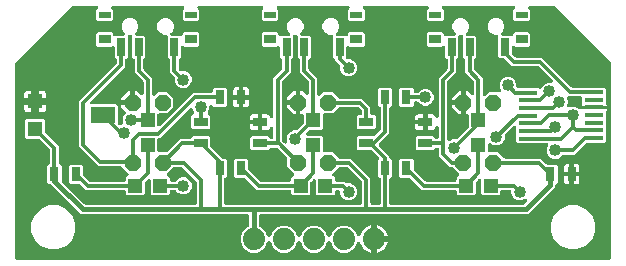
<source format=gbr>
G04 EAGLE Gerber RS-274X export*
G75*
%MOMM*%
%FSLAX34Y34*%
%LPD*%
%INTop Copper*%
%IPPOS*%
%AMOC8*
5,1,8,0,0,1.08239X$1,22.5*%
G01*
%ADD10R,0.800000X1.200000*%
%ADD11C,1.879600*%
%ADD12R,1.200000X1.200000*%
%ADD13P,1.525737X8X202.500000*%
%ADD14R,1.200000X0.800000*%
%ADD15R,0.700000X1.500000*%
%ADD16R,1.000000X0.600000*%
%ADD17R,1.000000X0.800000*%
%ADD18R,1.600000X0.350000*%
%ADD19R,1.300000X1.300000*%
%ADD20R,2.000000X1.401600*%
%ADD21C,0.304800*%
%ADD22C,1.016000*%
%ADD23C,0.406400*%

G36*
X505962Y2544D02*
X505962Y2544D01*
X505988Y2542D01*
X506135Y2564D01*
X506282Y2581D01*
X506307Y2589D01*
X506333Y2593D01*
X506471Y2648D01*
X506610Y2698D01*
X506632Y2712D01*
X506657Y2722D01*
X506778Y2807D01*
X506903Y2887D01*
X506921Y2906D01*
X506943Y2921D01*
X507042Y3031D01*
X507145Y3138D01*
X507159Y3160D01*
X507176Y3180D01*
X507248Y3310D01*
X507324Y3437D01*
X507332Y3462D01*
X507345Y3485D01*
X507385Y3628D01*
X507430Y3769D01*
X507432Y3795D01*
X507440Y3820D01*
X507459Y4064D01*
X507459Y168317D01*
X507445Y168442D01*
X507438Y168568D01*
X507425Y168615D01*
X507419Y168663D01*
X507377Y168782D01*
X507342Y168903D01*
X507318Y168945D01*
X507302Y168991D01*
X507233Y169097D01*
X507172Y169207D01*
X507132Y169254D01*
X507113Y169284D01*
X507078Y169317D01*
X507013Y169394D01*
X459394Y217013D01*
X459295Y217092D01*
X459201Y217176D01*
X459159Y217200D01*
X459121Y217230D01*
X459007Y217284D01*
X458896Y217345D01*
X458849Y217358D01*
X458806Y217379D01*
X458682Y217405D01*
X458560Y217440D01*
X458500Y217445D01*
X458465Y217452D01*
X458417Y217451D01*
X458317Y217459D01*
X438593Y217459D01*
X438493Y217448D01*
X438393Y217446D01*
X438321Y217428D01*
X438247Y217419D01*
X438152Y217386D01*
X438055Y217361D01*
X437989Y217327D01*
X437919Y217302D01*
X437834Y217247D01*
X437745Y217201D01*
X437688Y217153D01*
X437626Y217113D01*
X437556Y217041D01*
X437479Y216976D01*
X437435Y216916D01*
X437384Y216862D01*
X437332Y216776D01*
X437272Y216695D01*
X437243Y216627D01*
X437205Y216563D01*
X437174Y216467D01*
X437134Y216375D01*
X437121Y216302D01*
X437099Y216231D01*
X437090Y216131D01*
X437073Y216032D01*
X437077Y215958D01*
X437071Y215884D01*
X437085Y215784D01*
X437091Y215684D01*
X437111Y215613D01*
X437122Y215539D01*
X437159Y215446D01*
X437187Y215349D01*
X437224Y215284D01*
X437251Y215215D01*
X437308Y215133D01*
X437357Y215045D01*
X437422Y214969D01*
X437450Y214929D01*
X437476Y214905D01*
X437516Y214859D01*
X438533Y213842D01*
X438533Y206158D01*
X437342Y204967D01*
X425658Y204967D01*
X424467Y206158D01*
X424467Y213842D01*
X425484Y214859D01*
X425547Y214938D01*
X425616Y215010D01*
X425655Y215074D01*
X425701Y215132D01*
X425744Y215223D01*
X425795Y215309D01*
X425818Y215380D01*
X425850Y215447D01*
X425871Y215545D01*
X425901Y215641D01*
X425907Y215715D01*
X425923Y215788D01*
X425921Y215888D01*
X425929Y215988D01*
X425918Y216062D01*
X425917Y216136D01*
X425893Y216233D01*
X425878Y216333D01*
X425850Y216402D01*
X425832Y216474D01*
X425786Y216563D01*
X425749Y216657D01*
X425707Y216718D01*
X425673Y216784D01*
X425607Y216860D01*
X425550Y216943D01*
X425495Y216993D01*
X425447Y217049D01*
X425366Y217109D01*
X425291Y217176D01*
X425226Y217212D01*
X425166Y217257D01*
X425074Y217296D01*
X424986Y217345D01*
X424915Y217365D01*
X424846Y217395D01*
X424748Y217412D01*
X424651Y217440D01*
X424551Y217448D01*
X424503Y217456D01*
X424468Y217454D01*
X424407Y217459D01*
X365593Y217459D01*
X365493Y217448D01*
X365393Y217446D01*
X365321Y217428D01*
X365247Y217419D01*
X365152Y217386D01*
X365055Y217361D01*
X364989Y217327D01*
X364919Y217302D01*
X364834Y217247D01*
X364745Y217201D01*
X364688Y217153D01*
X364626Y217113D01*
X364556Y217041D01*
X364479Y216976D01*
X364435Y216916D01*
X364384Y216862D01*
X364332Y216776D01*
X364272Y216695D01*
X364243Y216627D01*
X364205Y216563D01*
X364174Y216467D01*
X364134Y216375D01*
X364121Y216302D01*
X364099Y216231D01*
X364090Y216131D01*
X364073Y216032D01*
X364077Y215958D01*
X364071Y215884D01*
X364085Y215784D01*
X364091Y215684D01*
X364111Y215613D01*
X364122Y215539D01*
X364159Y215446D01*
X364187Y215349D01*
X364224Y215284D01*
X364251Y215215D01*
X364308Y215133D01*
X364357Y215045D01*
X364422Y214969D01*
X364450Y214929D01*
X364476Y214905D01*
X364516Y214859D01*
X365533Y213842D01*
X365533Y206158D01*
X364342Y204967D01*
X352658Y204967D01*
X351467Y206158D01*
X351467Y213842D01*
X352484Y214859D01*
X352547Y214938D01*
X352616Y215010D01*
X352655Y215074D01*
X352701Y215132D01*
X352744Y215223D01*
X352795Y215309D01*
X352818Y215380D01*
X352850Y215447D01*
X352871Y215545D01*
X352901Y215641D01*
X352907Y215715D01*
X352923Y215788D01*
X352921Y215888D01*
X352929Y215988D01*
X352918Y216062D01*
X352917Y216136D01*
X352893Y216233D01*
X352878Y216333D01*
X352850Y216402D01*
X352832Y216474D01*
X352786Y216563D01*
X352749Y216657D01*
X352707Y216718D01*
X352673Y216784D01*
X352607Y216860D01*
X352550Y216943D01*
X352495Y216993D01*
X352447Y217049D01*
X352366Y217109D01*
X352291Y217176D01*
X352226Y217212D01*
X352166Y217257D01*
X352074Y217296D01*
X351986Y217345D01*
X351915Y217365D01*
X351846Y217395D01*
X351748Y217412D01*
X351651Y217440D01*
X351551Y217448D01*
X351503Y217456D01*
X351468Y217454D01*
X351407Y217459D01*
X298593Y217459D01*
X298493Y217448D01*
X298393Y217446D01*
X298321Y217428D01*
X298247Y217419D01*
X298152Y217386D01*
X298055Y217361D01*
X297989Y217327D01*
X297919Y217302D01*
X297834Y217247D01*
X297745Y217201D01*
X297688Y217153D01*
X297626Y217113D01*
X297556Y217041D01*
X297479Y216976D01*
X297435Y216916D01*
X297384Y216862D01*
X297332Y216776D01*
X297272Y216695D01*
X297243Y216627D01*
X297205Y216563D01*
X297174Y216467D01*
X297134Y216375D01*
X297121Y216302D01*
X297099Y216231D01*
X297090Y216131D01*
X297073Y216032D01*
X297077Y215958D01*
X297071Y215884D01*
X297085Y215784D01*
X297091Y215684D01*
X297111Y215613D01*
X297122Y215539D01*
X297159Y215446D01*
X297187Y215349D01*
X297224Y215284D01*
X297251Y215215D01*
X297308Y215133D01*
X297357Y215045D01*
X297422Y214969D01*
X297450Y214929D01*
X297476Y214905D01*
X297516Y214859D01*
X298533Y213842D01*
X298533Y206158D01*
X297342Y204967D01*
X285658Y204967D01*
X284467Y206158D01*
X284467Y213842D01*
X285484Y214859D01*
X285547Y214938D01*
X285616Y215010D01*
X285655Y215074D01*
X285701Y215132D01*
X285744Y215223D01*
X285795Y215309D01*
X285818Y215380D01*
X285850Y215447D01*
X285871Y215545D01*
X285901Y215641D01*
X285907Y215715D01*
X285923Y215788D01*
X285921Y215888D01*
X285929Y215988D01*
X285918Y216062D01*
X285917Y216136D01*
X285893Y216233D01*
X285878Y216333D01*
X285850Y216402D01*
X285832Y216474D01*
X285786Y216563D01*
X285749Y216657D01*
X285707Y216718D01*
X285673Y216784D01*
X285607Y216860D01*
X285550Y216943D01*
X285495Y216993D01*
X285447Y217049D01*
X285366Y217109D01*
X285291Y217176D01*
X285226Y217212D01*
X285166Y217257D01*
X285074Y217296D01*
X284986Y217345D01*
X284915Y217365D01*
X284846Y217395D01*
X284748Y217412D01*
X284651Y217440D01*
X284551Y217448D01*
X284503Y217456D01*
X284468Y217454D01*
X284407Y217459D01*
X225593Y217459D01*
X225493Y217448D01*
X225393Y217446D01*
X225321Y217428D01*
X225247Y217419D01*
X225152Y217386D01*
X225055Y217361D01*
X224989Y217327D01*
X224919Y217302D01*
X224834Y217247D01*
X224745Y217201D01*
X224688Y217153D01*
X224626Y217113D01*
X224556Y217041D01*
X224479Y216976D01*
X224435Y216916D01*
X224384Y216862D01*
X224332Y216776D01*
X224272Y216695D01*
X224243Y216627D01*
X224205Y216563D01*
X224174Y216467D01*
X224134Y216375D01*
X224121Y216302D01*
X224099Y216231D01*
X224090Y216131D01*
X224073Y216032D01*
X224077Y215958D01*
X224071Y215884D01*
X224085Y215784D01*
X224091Y215684D01*
X224111Y215613D01*
X224122Y215539D01*
X224159Y215446D01*
X224187Y215349D01*
X224224Y215284D01*
X224251Y215215D01*
X224308Y215133D01*
X224357Y215045D01*
X224422Y214969D01*
X224450Y214929D01*
X224476Y214905D01*
X224516Y214859D01*
X225533Y213842D01*
X225533Y206158D01*
X224342Y204967D01*
X212658Y204967D01*
X211467Y206158D01*
X211467Y213842D01*
X212484Y214859D01*
X212547Y214938D01*
X212616Y215010D01*
X212655Y215074D01*
X212701Y215132D01*
X212744Y215223D01*
X212795Y215309D01*
X212818Y215380D01*
X212850Y215447D01*
X212871Y215545D01*
X212901Y215641D01*
X212907Y215715D01*
X212923Y215788D01*
X212921Y215888D01*
X212929Y215988D01*
X212918Y216062D01*
X212917Y216136D01*
X212893Y216233D01*
X212878Y216333D01*
X212850Y216402D01*
X212832Y216474D01*
X212786Y216563D01*
X212749Y216657D01*
X212707Y216718D01*
X212673Y216784D01*
X212607Y216860D01*
X212550Y216943D01*
X212495Y216993D01*
X212447Y217049D01*
X212366Y217109D01*
X212291Y217176D01*
X212226Y217212D01*
X212166Y217257D01*
X212074Y217296D01*
X211986Y217345D01*
X211915Y217365D01*
X211846Y217395D01*
X211748Y217412D01*
X211651Y217440D01*
X211551Y217448D01*
X211503Y217456D01*
X211468Y217454D01*
X211407Y217459D01*
X158593Y217459D01*
X158493Y217448D01*
X158393Y217446D01*
X158321Y217428D01*
X158247Y217419D01*
X158152Y217386D01*
X158055Y217361D01*
X157989Y217327D01*
X157919Y217302D01*
X157834Y217247D01*
X157745Y217201D01*
X157688Y217153D01*
X157626Y217113D01*
X157556Y217041D01*
X157479Y216976D01*
X157435Y216916D01*
X157384Y216862D01*
X157332Y216776D01*
X157272Y216695D01*
X157243Y216627D01*
X157205Y216563D01*
X157174Y216467D01*
X157134Y216375D01*
X157121Y216302D01*
X157099Y216231D01*
X157090Y216131D01*
X157073Y216032D01*
X157077Y215958D01*
X157071Y215884D01*
X157085Y215784D01*
X157091Y215684D01*
X157111Y215613D01*
X157122Y215539D01*
X157159Y215446D01*
X157187Y215349D01*
X157224Y215284D01*
X157251Y215215D01*
X157308Y215133D01*
X157357Y215045D01*
X157422Y214969D01*
X157450Y214929D01*
X157476Y214905D01*
X157516Y214859D01*
X158533Y213842D01*
X158533Y206158D01*
X157342Y204967D01*
X145658Y204967D01*
X144467Y206158D01*
X144467Y213842D01*
X145484Y214859D01*
X145547Y214938D01*
X145616Y215010D01*
X145655Y215074D01*
X145701Y215132D01*
X145744Y215223D01*
X145795Y215309D01*
X145818Y215380D01*
X145850Y215447D01*
X145871Y215545D01*
X145901Y215641D01*
X145907Y215715D01*
X145923Y215788D01*
X145921Y215888D01*
X145929Y215988D01*
X145918Y216062D01*
X145917Y216136D01*
X145893Y216233D01*
X145878Y216333D01*
X145850Y216402D01*
X145832Y216474D01*
X145786Y216563D01*
X145749Y216657D01*
X145707Y216718D01*
X145673Y216784D01*
X145607Y216860D01*
X145550Y216943D01*
X145495Y216993D01*
X145447Y217049D01*
X145366Y217109D01*
X145291Y217176D01*
X145226Y217212D01*
X145166Y217257D01*
X145074Y217296D01*
X144986Y217345D01*
X144915Y217365D01*
X144846Y217395D01*
X144748Y217412D01*
X144651Y217440D01*
X144551Y217448D01*
X144503Y217456D01*
X144468Y217454D01*
X144407Y217459D01*
X85593Y217459D01*
X85493Y217448D01*
X85393Y217446D01*
X85321Y217428D01*
X85247Y217419D01*
X85152Y217386D01*
X85055Y217361D01*
X84989Y217327D01*
X84919Y217302D01*
X84834Y217247D01*
X84745Y217201D01*
X84688Y217153D01*
X84626Y217113D01*
X84556Y217041D01*
X84479Y216976D01*
X84435Y216916D01*
X84384Y216862D01*
X84332Y216776D01*
X84272Y216695D01*
X84243Y216627D01*
X84205Y216563D01*
X84174Y216467D01*
X84134Y216375D01*
X84121Y216302D01*
X84099Y216231D01*
X84090Y216131D01*
X84073Y216032D01*
X84077Y215958D01*
X84071Y215884D01*
X84085Y215784D01*
X84091Y215684D01*
X84111Y215613D01*
X84122Y215539D01*
X84159Y215446D01*
X84187Y215349D01*
X84224Y215284D01*
X84251Y215215D01*
X84308Y215133D01*
X84357Y215045D01*
X84422Y214969D01*
X84450Y214929D01*
X84476Y214905D01*
X84516Y214859D01*
X85533Y213842D01*
X85533Y206158D01*
X84342Y204967D01*
X72658Y204967D01*
X71467Y206158D01*
X71467Y213842D01*
X72484Y214859D01*
X72547Y214938D01*
X72616Y215010D01*
X72655Y215074D01*
X72701Y215132D01*
X72744Y215223D01*
X72795Y215309D01*
X72818Y215380D01*
X72850Y215447D01*
X72871Y215545D01*
X72901Y215641D01*
X72907Y215715D01*
X72923Y215788D01*
X72921Y215888D01*
X72929Y215988D01*
X72918Y216062D01*
X72917Y216136D01*
X72893Y216233D01*
X72878Y216333D01*
X72850Y216402D01*
X72832Y216474D01*
X72786Y216563D01*
X72749Y216657D01*
X72707Y216718D01*
X72673Y216784D01*
X72607Y216860D01*
X72550Y216943D01*
X72495Y216993D01*
X72447Y217049D01*
X72366Y217109D01*
X72291Y217176D01*
X72226Y217212D01*
X72166Y217257D01*
X72074Y217296D01*
X71986Y217345D01*
X71915Y217365D01*
X71846Y217395D01*
X71748Y217412D01*
X71651Y217440D01*
X71551Y217448D01*
X71503Y217456D01*
X71468Y217454D01*
X71407Y217459D01*
X51683Y217459D01*
X51558Y217445D01*
X51432Y217438D01*
X51385Y217425D01*
X51337Y217419D01*
X51218Y217377D01*
X51097Y217342D01*
X51055Y217318D01*
X51009Y217302D01*
X50903Y217233D01*
X50793Y217172D01*
X50746Y217132D01*
X50716Y217113D01*
X50683Y217078D01*
X50606Y217013D01*
X2987Y169394D01*
X2908Y169295D01*
X2824Y169201D01*
X2800Y169159D01*
X2770Y169121D01*
X2716Y169007D01*
X2655Y168896D01*
X2642Y168849D01*
X2621Y168806D01*
X2595Y168682D01*
X2560Y168560D01*
X2555Y168500D01*
X2548Y168465D01*
X2549Y168417D01*
X2541Y168317D01*
X2541Y4064D01*
X2544Y4038D01*
X2542Y4012D01*
X2564Y3865D01*
X2581Y3718D01*
X2589Y3693D01*
X2593Y3667D01*
X2648Y3529D01*
X2698Y3390D01*
X2712Y3368D01*
X2722Y3343D01*
X2807Y3222D01*
X2887Y3097D01*
X2906Y3079D01*
X2921Y3057D01*
X3031Y2958D01*
X3138Y2855D01*
X3160Y2841D01*
X3180Y2824D01*
X3310Y2752D01*
X3437Y2676D01*
X3462Y2668D01*
X3485Y2655D01*
X3628Y2615D01*
X3769Y2570D01*
X3795Y2568D01*
X3820Y2560D01*
X4064Y2541D01*
X505936Y2541D01*
X505962Y2544D01*
G37*
%LPC*%
G36*
X303804Y8355D02*
X303804Y8355D01*
X302017Y8936D01*
X300343Y9789D01*
X298822Y10894D01*
X297494Y12222D01*
X296389Y13743D01*
X295536Y15417D01*
X295114Y16715D01*
X295048Y16859D01*
X294984Y17007D01*
X294975Y17019D01*
X294969Y17032D01*
X294872Y17158D01*
X294776Y17287D01*
X294765Y17296D01*
X294756Y17308D01*
X294632Y17409D01*
X294510Y17512D01*
X294497Y17518D01*
X294486Y17528D01*
X294341Y17598D01*
X294200Y17671D01*
X294186Y17674D01*
X294173Y17681D01*
X294016Y17716D01*
X293862Y17755D01*
X293847Y17755D01*
X293833Y17758D01*
X293673Y17757D01*
X293513Y17760D01*
X293499Y17757D01*
X293485Y17757D01*
X293329Y17720D01*
X293173Y17685D01*
X293160Y17679D01*
X293145Y17676D01*
X293001Y17604D01*
X292858Y17536D01*
X292847Y17527D01*
X292834Y17520D01*
X292710Y17417D01*
X292586Y17318D01*
X292577Y17307D01*
X292565Y17298D01*
X292469Y17171D01*
X292370Y17045D01*
X292362Y17029D01*
X292355Y17020D01*
X292339Y16985D01*
X292258Y16827D01*
X290890Y13525D01*
X287675Y10310D01*
X283474Y8569D01*
X278926Y8569D01*
X274725Y10310D01*
X271510Y13525D01*
X269907Y17393D01*
X269859Y17481D01*
X269818Y17573D01*
X269774Y17633D01*
X269738Y17698D01*
X269671Y17772D01*
X269611Y17853D01*
X269554Y17901D01*
X269504Y17956D01*
X269421Y18013D01*
X269345Y18078D01*
X269278Y18112D01*
X269217Y18154D01*
X269124Y18191D01*
X269034Y18237D01*
X268962Y18255D01*
X268893Y18282D01*
X268794Y18296D01*
X268696Y18321D01*
X268622Y18322D01*
X268548Y18333D01*
X268448Y18324D01*
X268348Y18326D01*
X268275Y18310D01*
X268201Y18304D01*
X268105Y18273D01*
X268007Y18251D01*
X267940Y18220D01*
X267869Y18197D01*
X267783Y18145D01*
X267692Y18102D01*
X267634Y18055D01*
X267571Y18017D01*
X267499Y17947D01*
X267420Y17884D01*
X267374Y17826D01*
X267321Y17774D01*
X267266Y17690D01*
X267204Y17611D01*
X267158Y17521D01*
X267132Y17481D01*
X267120Y17447D01*
X267093Y17393D01*
X265490Y13525D01*
X262275Y10310D01*
X258074Y8569D01*
X253526Y8569D01*
X249325Y10310D01*
X246110Y13525D01*
X244507Y17393D01*
X244459Y17481D01*
X244418Y17573D01*
X244374Y17633D01*
X244338Y17698D01*
X244271Y17772D01*
X244211Y17853D01*
X244154Y17901D01*
X244104Y17956D01*
X244021Y18013D01*
X243945Y18078D01*
X243878Y18112D01*
X243817Y18154D01*
X243724Y18191D01*
X243634Y18237D01*
X243562Y18255D01*
X243493Y18282D01*
X243394Y18296D01*
X243296Y18321D01*
X243222Y18322D01*
X243148Y18333D01*
X243048Y18324D01*
X242948Y18326D01*
X242875Y18310D01*
X242801Y18304D01*
X242705Y18273D01*
X242607Y18251D01*
X242540Y18220D01*
X242469Y18197D01*
X242383Y18145D01*
X242292Y18102D01*
X242234Y18055D01*
X242171Y18017D01*
X242099Y17947D01*
X242020Y17884D01*
X241974Y17826D01*
X241921Y17774D01*
X241866Y17690D01*
X241804Y17611D01*
X241758Y17521D01*
X241732Y17481D01*
X241720Y17447D01*
X241693Y17393D01*
X240090Y13525D01*
X236875Y10310D01*
X232674Y8569D01*
X228126Y8569D01*
X223925Y10310D01*
X220710Y13525D01*
X219107Y17393D01*
X219059Y17481D01*
X219018Y17573D01*
X218974Y17633D01*
X218938Y17698D01*
X218871Y17772D01*
X218811Y17853D01*
X218754Y17901D01*
X218704Y17956D01*
X218621Y18013D01*
X218545Y18078D01*
X218478Y18112D01*
X218417Y18154D01*
X218324Y18191D01*
X218234Y18237D01*
X218162Y18255D01*
X218093Y18282D01*
X217994Y18296D01*
X217896Y18321D01*
X217822Y18322D01*
X217748Y18333D01*
X217648Y18324D01*
X217548Y18326D01*
X217475Y18310D01*
X217401Y18304D01*
X217305Y18273D01*
X217207Y18251D01*
X217140Y18220D01*
X217069Y18197D01*
X216983Y18145D01*
X216892Y18102D01*
X216834Y18055D01*
X216771Y18017D01*
X216699Y17947D01*
X216620Y17884D01*
X216574Y17826D01*
X216521Y17774D01*
X216466Y17690D01*
X216404Y17611D01*
X216358Y17521D01*
X216332Y17481D01*
X216320Y17447D01*
X216293Y17393D01*
X214690Y13525D01*
X211475Y10310D01*
X207274Y8569D01*
X202726Y8569D01*
X198525Y10310D01*
X195310Y13525D01*
X193569Y17726D01*
X193569Y22274D01*
X195310Y26475D01*
X198525Y29690D01*
X199995Y30299D01*
X200062Y30337D01*
X200133Y30365D01*
X200214Y30421D01*
X200300Y30469D01*
X200356Y30520D01*
X200419Y30564D01*
X200485Y30637D01*
X200558Y30703D01*
X200601Y30766D01*
X200652Y30822D01*
X200700Y30909D01*
X200756Y30990D01*
X200784Y31061D01*
X200821Y31127D01*
X200848Y31222D01*
X200884Y31314D01*
X200895Y31389D01*
X200916Y31463D01*
X200928Y31612D01*
X200935Y31659D01*
X200933Y31678D01*
X200935Y31707D01*
X200935Y39412D01*
X200932Y39438D01*
X200934Y39464D01*
X200912Y39611D01*
X200895Y39758D01*
X200887Y39783D01*
X200883Y39809D01*
X200828Y39947D01*
X200778Y40086D01*
X200764Y40108D01*
X200754Y40133D01*
X200669Y40254D01*
X200589Y40379D01*
X200570Y40397D01*
X200555Y40419D01*
X200445Y40518D01*
X200338Y40621D01*
X200316Y40635D01*
X200296Y40652D01*
X200166Y40724D01*
X200039Y40800D01*
X200014Y40808D01*
X199991Y40821D01*
X199848Y40861D01*
X199707Y40906D01*
X199681Y40908D01*
X199656Y40916D01*
X199412Y40935D01*
X58316Y40935D01*
X32730Y66521D01*
X32631Y66600D01*
X32538Y66684D01*
X32495Y66708D01*
X32457Y66738D01*
X32343Y66792D01*
X32233Y66853D01*
X32186Y66866D01*
X32142Y66887D01*
X32019Y66913D01*
X31897Y66948D01*
X31836Y66953D01*
X31802Y66960D01*
X31754Y66959D01*
X31653Y66967D01*
X31158Y66967D01*
X29967Y68158D01*
X29967Y81842D01*
X31189Y83064D01*
X31266Y83073D01*
X31291Y83081D01*
X31317Y83085D01*
X31455Y83140D01*
X31594Y83190D01*
X31616Y83204D01*
X31641Y83214D01*
X31762Y83299D01*
X31887Y83379D01*
X31905Y83398D01*
X31927Y83413D01*
X32026Y83523D01*
X32129Y83630D01*
X32143Y83652D01*
X32160Y83672D01*
X32232Y83802D01*
X32308Y83929D01*
X32316Y83954D01*
X32329Y83977D01*
X32369Y84120D01*
X32414Y84261D01*
X32416Y84287D01*
X32424Y84312D01*
X32443Y84556D01*
X32443Y94996D01*
X32429Y95121D01*
X32422Y95248D01*
X32409Y95294D01*
X32403Y95342D01*
X32361Y95461D01*
X32326Y95582D01*
X32302Y95625D01*
X32286Y95670D01*
X32217Y95776D01*
X32156Y95887D01*
X32116Y95933D01*
X32097Y95963D01*
X32062Y95997D01*
X31997Y96073D01*
X23549Y104521D01*
X23450Y104600D01*
X23356Y104684D01*
X23314Y104708D01*
X23276Y104738D01*
X23162Y104792D01*
X23051Y104853D01*
X23004Y104866D01*
X22961Y104887D01*
X22837Y104913D01*
X22716Y104948D01*
X22655Y104953D01*
X22620Y104960D01*
X22572Y104959D01*
X22472Y104967D01*
X12258Y104967D01*
X11067Y106158D01*
X11067Y120842D01*
X12258Y122033D01*
X26942Y122033D01*
X28133Y120842D01*
X28133Y110628D01*
X28147Y110503D01*
X28154Y110376D01*
X28167Y110330D01*
X28173Y110282D01*
X28215Y110163D01*
X28250Y110042D01*
X28274Y109999D01*
X28290Y109954D01*
X28359Y109848D01*
X28420Y109737D01*
X28460Y109691D01*
X28479Y109661D01*
X28514Y109628D01*
X28579Y109551D01*
X39557Y98573D01*
X39557Y84556D01*
X39560Y84530D01*
X39558Y84504D01*
X39580Y84357D01*
X39597Y84210D01*
X39605Y84185D01*
X39609Y84159D01*
X39664Y84021D01*
X39714Y83882D01*
X39728Y83860D01*
X39738Y83835D01*
X39823Y83714D01*
X39903Y83589D01*
X39922Y83571D01*
X39937Y83549D01*
X40047Y83450D01*
X40154Y83347D01*
X40176Y83333D01*
X40196Y83316D01*
X40326Y83244D01*
X40453Y83168D01*
X40478Y83160D01*
X40501Y83147D01*
X40644Y83107D01*
X40785Y83062D01*
X40811Y83060D01*
X40817Y83058D01*
X42033Y81842D01*
X42033Y69347D01*
X42047Y69221D01*
X42054Y69095D01*
X42067Y69048D01*
X42073Y69000D01*
X42115Y68881D01*
X42150Y68760D01*
X42174Y68718D01*
X42190Y68672D01*
X42259Y68566D01*
X42320Y68456D01*
X42360Y68410D01*
X42379Y68380D01*
X42414Y68346D01*
X42479Y68270D01*
X61238Y49511D01*
X61337Y49432D01*
X61430Y49348D01*
X61473Y49324D01*
X61511Y49294D01*
X61625Y49240D01*
X61735Y49179D01*
X61782Y49166D01*
X61826Y49145D01*
X61949Y49119D01*
X62071Y49084D01*
X62132Y49079D01*
X62166Y49072D01*
X62214Y49073D01*
X62315Y49065D01*
X154920Y49065D01*
X154946Y49068D01*
X154972Y49066D01*
X155119Y49088D01*
X155266Y49105D01*
X155291Y49113D01*
X155317Y49117D01*
X155455Y49172D01*
X155594Y49222D01*
X155616Y49236D01*
X155641Y49246D01*
X155762Y49331D01*
X155887Y49411D01*
X155905Y49430D01*
X155927Y49445D01*
X156026Y49555D01*
X156129Y49662D01*
X156143Y49684D01*
X156160Y49704D01*
X156232Y49834D01*
X156308Y49961D01*
X156316Y49986D01*
X156329Y50009D01*
X156369Y50152D01*
X156414Y50293D01*
X156416Y50319D01*
X156424Y50344D01*
X156443Y50588D01*
X156443Y67896D01*
X156429Y68021D01*
X156422Y68148D01*
X156409Y68194D01*
X156403Y68242D01*
X156361Y68361D01*
X156326Y68482D01*
X156302Y68525D01*
X156286Y68570D01*
X156217Y68676D01*
X156156Y68787D01*
X156116Y68833D01*
X156097Y68863D01*
X156062Y68896D01*
X155997Y68973D01*
X144373Y80597D01*
X144274Y80676D01*
X144180Y80760D01*
X144138Y80784D01*
X144100Y80814D01*
X143986Y80868D01*
X143875Y80929D01*
X143828Y80942D01*
X143785Y80963D01*
X143661Y80989D01*
X143540Y81024D01*
X143479Y81029D01*
X143444Y81036D01*
X143396Y81035D01*
X143296Y81043D01*
X137616Y81043D01*
X137491Y81029D01*
X137365Y81022D01*
X137318Y81009D01*
X137270Y81003D01*
X137151Y80961D01*
X137030Y80926D01*
X136988Y80902D01*
X136942Y80886D01*
X136836Y80817D01*
X136725Y80756D01*
X136679Y80716D01*
X136649Y80697D01*
X136616Y80662D01*
X136539Y80597D01*
X131575Y75633D01*
X131513Y75555D01*
X131443Y75482D01*
X131405Y75418D01*
X131359Y75360D01*
X131316Y75269D01*
X131264Y75183D01*
X131241Y75112D01*
X131210Y75045D01*
X131188Y74947D01*
X131158Y74851D01*
X131152Y74777D01*
X131136Y74704D01*
X131138Y74604D01*
X131130Y74504D01*
X131141Y74430D01*
X131142Y74356D01*
X131167Y74259D01*
X131182Y74159D01*
X131209Y74090D01*
X131227Y74018D01*
X131273Y73928D01*
X131310Y73835D01*
X131353Y73774D01*
X131387Y73708D01*
X131452Y73631D01*
X131509Y73549D01*
X131564Y73499D01*
X131613Y73443D01*
X131693Y73383D01*
X131768Y73316D01*
X131833Y73280D01*
X131893Y73235D01*
X131985Y73196D01*
X132073Y73147D01*
X132145Y73127D01*
X132213Y73097D01*
X132291Y73083D01*
X133533Y71842D01*
X133533Y70080D01*
X133536Y70054D01*
X133534Y70028D01*
X133556Y69881D01*
X133573Y69734D01*
X133581Y69709D01*
X133585Y69683D01*
X133640Y69545D01*
X133690Y69406D01*
X133704Y69384D01*
X133714Y69359D01*
X133799Y69238D01*
X133879Y69113D01*
X133898Y69095D01*
X133913Y69073D01*
X134023Y68974D01*
X134130Y68871D01*
X134152Y68857D01*
X134172Y68840D01*
X134302Y68768D01*
X134429Y68692D01*
X134454Y68684D01*
X134477Y68671D01*
X134620Y68631D01*
X134761Y68586D01*
X134787Y68584D01*
X134812Y68576D01*
X135056Y68557D01*
X137867Y68557D01*
X137992Y68571D01*
X138119Y68578D01*
X138165Y68591D01*
X138213Y68597D01*
X138332Y68639D01*
X138454Y68674D01*
X138496Y68698D01*
X138541Y68714D01*
X138647Y68783D01*
X138758Y68844D01*
X138804Y68884D01*
X138834Y68903D01*
X138868Y68938D01*
X138944Y69003D01*
X140971Y71030D01*
X143585Y72113D01*
X146415Y72113D01*
X149029Y71030D01*
X151030Y69029D01*
X152113Y66415D01*
X152113Y63585D01*
X151030Y60971D01*
X149029Y58970D01*
X146415Y57887D01*
X143585Y57887D01*
X140971Y58970D01*
X138944Y60997D01*
X138845Y61076D01*
X138751Y61160D01*
X138709Y61184D01*
X138671Y61214D01*
X138557Y61268D01*
X138446Y61329D01*
X138400Y61342D01*
X138356Y61363D01*
X138232Y61389D01*
X138111Y61424D01*
X138050Y61429D01*
X138015Y61436D01*
X137967Y61435D01*
X137867Y61443D01*
X135056Y61443D01*
X135030Y61440D01*
X135004Y61442D01*
X134857Y61420D01*
X134710Y61403D01*
X134685Y61395D01*
X134659Y61391D01*
X134521Y61336D01*
X134382Y61286D01*
X134360Y61272D01*
X134335Y61262D01*
X134214Y61177D01*
X134089Y61097D01*
X134071Y61078D01*
X134049Y61063D01*
X133950Y60953D01*
X133847Y60846D01*
X133833Y60824D01*
X133816Y60804D01*
X133744Y60674D01*
X133668Y60547D01*
X133660Y60522D01*
X133647Y60499D01*
X133607Y60356D01*
X133562Y60215D01*
X133560Y60189D01*
X133552Y60164D01*
X133533Y59920D01*
X133533Y58158D01*
X132342Y56967D01*
X118658Y56967D01*
X117467Y58158D01*
X117467Y69260D01*
X117456Y69360D01*
X117454Y69460D01*
X117436Y69532D01*
X117427Y69606D01*
X117394Y69701D01*
X117369Y69798D01*
X117335Y69864D01*
X117310Y69934D01*
X117255Y70019D01*
X117209Y70108D01*
X117161Y70164D01*
X117121Y70227D01*
X117049Y70297D01*
X116984Y70373D01*
X116924Y70417D01*
X116870Y70469D01*
X116784Y70521D01*
X116703Y70580D01*
X116635Y70610D01*
X116571Y70648D01*
X116475Y70679D01*
X116383Y70718D01*
X116310Y70732D01*
X116239Y70754D01*
X116139Y70762D01*
X116040Y70780D01*
X115966Y70776D01*
X115892Y70782D01*
X115792Y70767D01*
X115692Y70762D01*
X115621Y70742D01*
X115547Y70731D01*
X115454Y70693D01*
X115357Y70666D01*
X115292Y70629D01*
X115223Y70602D01*
X115141Y70545D01*
X115053Y70495D01*
X114977Y70430D01*
X114937Y70403D01*
X114913Y70376D01*
X114867Y70337D01*
X112979Y68449D01*
X112900Y68350D01*
X112816Y68256D01*
X112792Y68214D01*
X112762Y68176D01*
X112708Y68062D01*
X112647Y67951D01*
X112634Y67904D01*
X112613Y67861D01*
X112587Y67737D01*
X112552Y67616D01*
X112547Y67555D01*
X112540Y67520D01*
X112541Y67472D01*
X112533Y67372D01*
X112533Y58158D01*
X111342Y56967D01*
X97658Y56967D01*
X96467Y58158D01*
X96467Y59920D01*
X96464Y59946D01*
X96466Y59972D01*
X96444Y60119D01*
X96427Y60266D01*
X96419Y60291D01*
X96415Y60317D01*
X96360Y60455D01*
X96310Y60594D01*
X96296Y60616D01*
X96286Y60641D01*
X96201Y60762D01*
X96121Y60887D01*
X96102Y60905D01*
X96087Y60927D01*
X95977Y61026D01*
X95870Y61129D01*
X95848Y61143D01*
X95828Y61160D01*
X95698Y61232D01*
X95571Y61308D01*
X95546Y61316D01*
X95523Y61329D01*
X95380Y61369D01*
X95239Y61414D01*
X95213Y61416D01*
X95188Y61424D01*
X94944Y61443D01*
X62527Y61443D01*
X57449Y66521D01*
X57350Y66600D01*
X57256Y66684D01*
X57214Y66708D01*
X57176Y66738D01*
X57062Y66792D01*
X56951Y66853D01*
X56904Y66866D01*
X56861Y66887D01*
X56737Y66913D01*
X56616Y66948D01*
X56555Y66953D01*
X56520Y66960D01*
X56472Y66959D01*
X56372Y66967D01*
X49158Y66967D01*
X47967Y68158D01*
X47967Y81842D01*
X49158Y83033D01*
X58842Y83033D01*
X60033Y81842D01*
X60033Y74628D01*
X60047Y74503D01*
X60054Y74376D01*
X60067Y74330D01*
X60073Y74282D01*
X60115Y74163D01*
X60150Y74042D01*
X60174Y73999D01*
X60190Y73954D01*
X60259Y73848D01*
X60320Y73737D01*
X60360Y73691D01*
X60379Y73661D01*
X60414Y73628D01*
X60479Y73551D01*
X65027Y69003D01*
X65126Y68924D01*
X65220Y68840D01*
X65262Y68816D01*
X65300Y68786D01*
X65414Y68732D01*
X65525Y68671D01*
X65572Y68658D01*
X65615Y68637D01*
X65739Y68611D01*
X65860Y68576D01*
X65921Y68571D01*
X65956Y68564D01*
X66004Y68565D01*
X66104Y68557D01*
X94944Y68557D01*
X94970Y68560D01*
X94996Y68558D01*
X95143Y68580D01*
X95290Y68597D01*
X95315Y68605D01*
X95341Y68609D01*
X95479Y68664D01*
X95618Y68714D01*
X95640Y68728D01*
X95665Y68738D01*
X95786Y68823D01*
X95911Y68903D01*
X95929Y68922D01*
X95951Y68937D01*
X96050Y69047D01*
X96153Y69154D01*
X96167Y69176D01*
X96184Y69196D01*
X96256Y69326D01*
X96332Y69453D01*
X96340Y69478D01*
X96353Y69501D01*
X96393Y69644D01*
X96438Y69785D01*
X96440Y69811D01*
X96448Y69836D01*
X96467Y70080D01*
X96467Y71842D01*
X97700Y73075D01*
X97788Y73106D01*
X97886Y73131D01*
X97952Y73165D01*
X98022Y73190D01*
X98106Y73245D01*
X98196Y73291D01*
X98252Y73339D01*
X98315Y73379D01*
X98385Y73451D01*
X98461Y73516D01*
X98505Y73576D01*
X98557Y73630D01*
X98609Y73716D01*
X98668Y73797D01*
X98698Y73865D01*
X98736Y73929D01*
X98767Y74025D01*
X98806Y74117D01*
X98819Y74190D01*
X98842Y74261D01*
X98850Y74361D01*
X98868Y74460D01*
X98864Y74534D01*
X98870Y74608D01*
X98855Y74708D01*
X98850Y74808D01*
X98829Y74879D01*
X98818Y74953D01*
X98781Y75046D01*
X98754Y75143D01*
X98717Y75208D01*
X98690Y75277D01*
X98632Y75359D01*
X98583Y75447D01*
X98518Y75523D01*
X98491Y75563D01*
X98464Y75587D01*
X98425Y75633D01*
X93061Y80997D01*
X92962Y81076D01*
X92868Y81160D01*
X92826Y81184D01*
X92788Y81214D01*
X92674Y81268D01*
X92563Y81329D01*
X92516Y81342D01*
X92473Y81363D01*
X92349Y81389D01*
X92227Y81424D01*
X92167Y81429D01*
X92132Y81436D01*
X92084Y81435D01*
X91984Y81443D01*
X73527Y81443D01*
X56443Y98527D01*
X56443Y136473D01*
X88497Y168527D01*
X88576Y168626D01*
X88660Y168720D01*
X88684Y168762D01*
X88714Y168800D01*
X88768Y168914D01*
X88829Y169025D01*
X88842Y169072D01*
X88863Y169115D01*
X88889Y169239D01*
X88924Y169360D01*
X88929Y169421D01*
X88936Y169456D01*
X88935Y169504D01*
X88943Y169604D01*
X88943Y171551D01*
X88929Y171677D01*
X88922Y171803D01*
X88909Y171849D01*
X88903Y171897D01*
X88861Y172016D01*
X88826Y172138D01*
X88802Y172180D01*
X88786Y172225D01*
X88717Y172332D01*
X88656Y172442D01*
X88616Y172488D01*
X88597Y172518D01*
X88562Y172552D01*
X88497Y172628D01*
X86967Y174158D01*
X86967Y181915D01*
X86956Y182015D01*
X86954Y182115D01*
X86936Y182187D01*
X86927Y182261D01*
X86894Y182356D01*
X86869Y182453D01*
X86835Y182519D01*
X86810Y182589D01*
X86755Y182674D01*
X86709Y182763D01*
X86661Y182820D01*
X86621Y182882D01*
X86549Y182952D01*
X86484Y183029D01*
X86424Y183073D01*
X86370Y183124D01*
X86284Y183176D01*
X86203Y183236D01*
X86135Y183265D01*
X86071Y183303D01*
X85976Y183334D01*
X85883Y183374D01*
X85810Y183387D01*
X85739Y183409D01*
X85639Y183418D01*
X85540Y183435D01*
X85466Y183431D01*
X85392Y183437D01*
X85293Y183423D01*
X85192Y183417D01*
X85121Y183397D01*
X85047Y183386D01*
X84954Y183349D01*
X84857Y183321D01*
X84792Y183285D01*
X84723Y183257D01*
X84641Y183200D01*
X84553Y183151D01*
X84477Y183086D01*
X84437Y183058D01*
X84413Y183032D01*
X84367Y182992D01*
X84342Y182967D01*
X72658Y182967D01*
X71467Y184158D01*
X71467Y193842D01*
X72658Y195033D01*
X84342Y195033D01*
X85533Y193842D01*
X85533Y193085D01*
X85544Y192985D01*
X85546Y192885D01*
X85564Y192813D01*
X85573Y192739D01*
X85606Y192644D01*
X85631Y192547D01*
X85665Y192481D01*
X85690Y192411D01*
X85745Y192326D01*
X85791Y192237D01*
X85839Y192180D01*
X85879Y192118D01*
X85951Y192048D01*
X86016Y191971D01*
X86076Y191927D01*
X86130Y191876D01*
X86216Y191824D01*
X86297Y191764D01*
X86365Y191735D01*
X86429Y191697D01*
X86524Y191666D01*
X86617Y191626D01*
X86690Y191613D01*
X86761Y191591D01*
X86861Y191582D01*
X86960Y191565D01*
X87034Y191569D01*
X87108Y191563D01*
X87207Y191577D01*
X87308Y191583D01*
X87379Y191603D01*
X87453Y191614D01*
X87546Y191651D01*
X87643Y191679D01*
X87708Y191715D01*
X87777Y191743D01*
X87859Y191800D01*
X87947Y191849D01*
X88023Y191914D01*
X88063Y191942D01*
X88087Y191968D01*
X88133Y192008D01*
X88158Y192033D01*
X94333Y192033D01*
X94432Y192044D01*
X94533Y192046D01*
X94605Y192064D01*
X94679Y192073D01*
X94773Y192106D01*
X94871Y192131D01*
X94937Y192165D01*
X95007Y192190D01*
X95091Y192245D01*
X95181Y192291D01*
X95237Y192339D01*
X95300Y192379D01*
X95370Y192451D01*
X95446Y192516D01*
X95490Y192576D01*
X95542Y192630D01*
X95594Y192716D01*
X95653Y192797D01*
X95683Y192865D01*
X95721Y192929D01*
X95752Y193025D01*
X95791Y193117D01*
X95804Y193190D01*
X95827Y193261D01*
X95835Y193361D01*
X95853Y193460D01*
X95849Y193534D01*
X95855Y193608D01*
X95840Y193708D01*
X95835Y193808D01*
X95814Y193879D01*
X95803Y193953D01*
X95766Y194046D01*
X95738Y194143D01*
X95702Y194208D01*
X95675Y194277D01*
X95617Y194359D01*
X95568Y194447D01*
X95503Y194523D01*
X95476Y194563D01*
X95449Y194587D01*
X95410Y194633D01*
X94031Y196012D01*
X92959Y198600D01*
X92959Y201400D01*
X94031Y203988D01*
X96012Y205969D01*
X98600Y207041D01*
X101400Y207041D01*
X103988Y205969D01*
X105969Y203988D01*
X107041Y201400D01*
X107041Y198600D01*
X105969Y196012D01*
X104590Y194633D01*
X104528Y194554D01*
X104458Y194482D01*
X104420Y194418D01*
X104374Y194360D01*
X104331Y194269D01*
X104279Y194183D01*
X104256Y194112D01*
X104225Y194045D01*
X104204Y193947D01*
X104173Y193851D01*
X104167Y193777D01*
X104151Y193704D01*
X104153Y193604D01*
X104145Y193504D01*
X104156Y193430D01*
X104157Y193356D01*
X104182Y193259D01*
X104197Y193159D01*
X104224Y193090D01*
X104242Y193018D01*
X104288Y192929D01*
X104325Y192835D01*
X104368Y192774D01*
X104402Y192708D01*
X104467Y192632D01*
X104524Y192549D01*
X104579Y192499D01*
X104628Y192443D01*
X104709Y192383D01*
X104783Y192316D01*
X104848Y192280D01*
X104908Y192235D01*
X105000Y192196D01*
X105088Y192147D01*
X105160Y192127D01*
X105228Y192097D01*
X105327Y192080D01*
X105423Y192052D01*
X105523Y192044D01*
X105571Y192036D01*
X105607Y192038D01*
X105667Y192033D01*
X111842Y192033D01*
X113033Y190842D01*
X113033Y174158D01*
X111503Y172628D01*
X111424Y172529D01*
X111340Y172435D01*
X111316Y172393D01*
X111286Y172355D01*
X111232Y172241D01*
X111171Y172130D01*
X111158Y172084D01*
X111137Y172040D01*
X111111Y171917D01*
X111076Y171795D01*
X111071Y171734D01*
X111064Y171699D01*
X111065Y171651D01*
X111057Y171551D01*
X111057Y164604D01*
X111071Y164479D01*
X111078Y164352D01*
X111091Y164306D01*
X111097Y164258D01*
X111139Y164139D01*
X111174Y164018D01*
X111198Y163975D01*
X111214Y163930D01*
X111283Y163824D01*
X111344Y163713D01*
X111384Y163667D01*
X111403Y163637D01*
X111438Y163604D01*
X111503Y163527D01*
X118557Y156473D01*
X118557Y142776D01*
X118568Y142676D01*
X118570Y142576D01*
X118588Y142504D01*
X118597Y142430D01*
X118630Y142336D01*
X118655Y142238D01*
X118689Y142172D01*
X118714Y142102D01*
X118769Y142018D01*
X118815Y141928D01*
X118863Y141872D01*
X118903Y141809D01*
X118975Y141739D01*
X119040Y141663D01*
X119100Y141619D01*
X119154Y141567D01*
X119240Y141515D01*
X119321Y141456D01*
X119389Y141426D01*
X119453Y141388D01*
X119549Y141357D01*
X119641Y141318D01*
X119714Y141305D01*
X119785Y141282D01*
X119885Y141274D01*
X119984Y141256D01*
X120058Y141260D01*
X120132Y141254D01*
X120232Y141269D01*
X120332Y141274D01*
X120403Y141295D01*
X120477Y141306D01*
X120570Y141343D01*
X120667Y141370D01*
X120732Y141407D01*
X120801Y141434D01*
X120883Y141492D01*
X120971Y141541D01*
X121047Y141606D01*
X121087Y141633D01*
X121111Y141660D01*
X121157Y141699D01*
X123939Y144481D01*
X131461Y144481D01*
X136781Y139161D01*
X136781Y131639D01*
X131461Y126319D01*
X124556Y126319D01*
X124530Y126316D01*
X124504Y126318D01*
X124357Y126296D01*
X124210Y126279D01*
X124185Y126271D01*
X124159Y126267D01*
X124021Y126212D01*
X123882Y126162D01*
X123860Y126148D01*
X123835Y126138D01*
X123714Y126053D01*
X123589Y125973D01*
X123571Y125954D01*
X123549Y125939D01*
X123450Y125829D01*
X123347Y125722D01*
X123333Y125700D01*
X123316Y125680D01*
X123244Y125550D01*
X123168Y125423D01*
X123160Y125398D01*
X123147Y125375D01*
X123107Y125232D01*
X123062Y125091D01*
X123060Y125065D01*
X123052Y125040D01*
X123033Y124796D01*
X123033Y116740D01*
X123044Y116640D01*
X123046Y116540D01*
X123064Y116468D01*
X123073Y116394D01*
X123106Y116299D01*
X123131Y116202D01*
X123165Y116136D01*
X123190Y116066D01*
X123245Y115981D01*
X123291Y115892D01*
X123339Y115835D01*
X123379Y115773D01*
X123451Y115703D01*
X123516Y115627D01*
X123576Y115583D01*
X123630Y115531D01*
X123716Y115479D01*
X123797Y115420D01*
X123865Y115390D01*
X123929Y115352D01*
X124025Y115321D01*
X124117Y115282D01*
X124190Y115268D01*
X124261Y115246D01*
X124361Y115238D01*
X124460Y115220D01*
X124534Y115224D01*
X124608Y115218D01*
X124708Y115233D01*
X124808Y115238D01*
X124879Y115258D01*
X124953Y115269D01*
X125046Y115307D01*
X125143Y115334D01*
X125208Y115371D01*
X125277Y115398D01*
X125359Y115455D01*
X125447Y115505D01*
X125523Y115570D01*
X125563Y115597D01*
X125587Y115624D01*
X125633Y115663D01*
X153527Y143557D01*
X168444Y143557D01*
X168470Y143560D01*
X168496Y143558D01*
X168643Y143580D01*
X168790Y143597D01*
X168815Y143605D01*
X168841Y143609D01*
X168979Y143664D01*
X169118Y143714D01*
X169140Y143728D01*
X169165Y143738D01*
X169286Y143823D01*
X169411Y143903D01*
X169429Y143922D01*
X169451Y143937D01*
X169550Y144047D01*
X169653Y144154D01*
X169667Y144176D01*
X169684Y144196D01*
X169756Y144326D01*
X169832Y144453D01*
X169840Y144478D01*
X169853Y144501D01*
X169893Y144644D01*
X169938Y144785D01*
X169940Y144811D01*
X169948Y144836D01*
X169967Y145080D01*
X169967Y146842D01*
X171158Y148033D01*
X180842Y148033D01*
X182033Y146842D01*
X182033Y133158D01*
X180842Y131967D01*
X171158Y131967D01*
X169713Y133412D01*
X169635Y133475D01*
X169562Y133544D01*
X169498Y133583D01*
X169440Y133629D01*
X169349Y133672D01*
X169263Y133723D01*
X169192Y133746D01*
X169125Y133778D01*
X169027Y133799D01*
X168931Y133829D01*
X168857Y133835D01*
X168784Y133851D01*
X168684Y133849D01*
X168584Y133857D01*
X168510Y133846D01*
X168436Y133845D01*
X168339Y133821D01*
X168239Y133806D01*
X168170Y133778D01*
X168098Y133760D01*
X168009Y133714D01*
X167915Y133677D01*
X167854Y133635D01*
X167788Y133601D01*
X167712Y133535D01*
X167629Y133478D01*
X167579Y133423D01*
X167523Y133375D01*
X167463Y133294D01*
X167396Y133219D01*
X167360Y133154D01*
X167315Y133094D01*
X167276Y133002D01*
X167227Y132914D01*
X167207Y132843D01*
X167177Y132774D01*
X167160Y132676D01*
X167132Y132579D01*
X167124Y132479D01*
X167116Y132431D01*
X167118Y132396D01*
X167113Y132335D01*
X167113Y129949D01*
X165949Y127139D01*
X165907Y126994D01*
X165862Y126851D01*
X165860Y126827D01*
X165853Y126804D01*
X165846Y126653D01*
X165834Y126504D01*
X165837Y126480D01*
X165836Y126456D01*
X165863Y126308D01*
X165885Y126159D01*
X165894Y126137D01*
X165899Y126113D01*
X165958Y125975D01*
X166014Y125835D01*
X166028Y125815D01*
X166037Y125793D01*
X166127Y125672D01*
X166213Y125549D01*
X166231Y125533D01*
X166245Y125513D01*
X166360Y125416D01*
X166472Y125316D01*
X166493Y125304D01*
X166511Y125288D01*
X166645Y125220D01*
X166667Y125208D01*
X168033Y123842D01*
X168033Y114158D01*
X166842Y112967D01*
X153158Y112967D01*
X151967Y114158D01*
X151967Y123842D01*
X153314Y125188D01*
X153318Y125190D01*
X153445Y125272D01*
X153573Y125349D01*
X153591Y125366D01*
X153611Y125379D01*
X153716Y125488D01*
X153823Y125592D01*
X153836Y125612D01*
X153853Y125630D01*
X153931Y125759D01*
X154012Y125885D01*
X154020Y125908D01*
X154032Y125929D01*
X154078Y126072D01*
X154128Y126214D01*
X154131Y126238D01*
X154138Y126261D01*
X154150Y126410D01*
X154167Y126560D01*
X154164Y126584D01*
X154166Y126608D01*
X154144Y126757D01*
X154126Y126906D01*
X154118Y126934D01*
X154115Y126953D01*
X154097Y126997D01*
X154051Y127139D01*
X152908Y129899D01*
X152835Y130031D01*
X152766Y130164D01*
X152750Y130183D01*
X152739Y130204D01*
X152638Y130315D01*
X152540Y130430D01*
X152521Y130444D01*
X152504Y130462D01*
X152381Y130548D01*
X152260Y130637D01*
X152238Y130647D01*
X152218Y130660D01*
X152078Y130716D01*
X151940Y130775D01*
X151916Y130779D01*
X151894Y130788D01*
X151745Y130810D01*
X151597Y130837D01*
X151573Y130835D01*
X151549Y130839D01*
X151399Y130826D01*
X151249Y130819D01*
X151226Y130812D01*
X151201Y130810D01*
X151058Y130764D01*
X150914Y130722D01*
X150893Y130710D01*
X150870Y130703D01*
X150741Y130625D01*
X150610Y130552D01*
X150587Y130533D01*
X150571Y130523D01*
X150537Y130491D01*
X150424Y130394D01*
X125529Y105499D01*
X124556Y105499D01*
X124530Y105496D01*
X124504Y105498D01*
X124357Y105476D01*
X124210Y105459D01*
X124185Y105451D01*
X124159Y105447D01*
X124021Y105392D01*
X123882Y105342D01*
X123860Y105328D01*
X123835Y105318D01*
X123714Y105233D01*
X123589Y105153D01*
X123571Y105134D01*
X123549Y105119D01*
X123450Y105009D01*
X123347Y104902D01*
X123333Y104880D01*
X123316Y104860D01*
X123244Y104730D01*
X123168Y104603D01*
X123160Y104578D01*
X123147Y104555D01*
X123107Y104412D01*
X123062Y104271D01*
X123060Y104245D01*
X123052Y104220D01*
X123033Y103976D01*
X123033Y95204D01*
X123036Y95178D01*
X123034Y95152D01*
X123056Y95005D01*
X123073Y94858D01*
X123081Y94833D01*
X123085Y94807D01*
X123140Y94669D01*
X123190Y94530D01*
X123204Y94508D01*
X123214Y94483D01*
X123299Y94362D01*
X123379Y94237D01*
X123398Y94219D01*
X123413Y94197D01*
X123523Y94098D01*
X123630Y93995D01*
X123652Y93981D01*
X123672Y93964D01*
X123802Y93892D01*
X123929Y93816D01*
X123954Y93808D01*
X123977Y93795D01*
X124120Y93755D01*
X124261Y93710D01*
X124287Y93708D01*
X124312Y93700D01*
X124556Y93681D01*
X131120Y93681D01*
X131245Y93695D01*
X131372Y93702D01*
X131418Y93715D01*
X131466Y93721D01*
X131585Y93763D01*
X131706Y93798D01*
X131749Y93822D01*
X131794Y93838D01*
X131900Y93907D01*
X132011Y93968D01*
X132057Y94008D01*
X132087Y94027D01*
X132120Y94062D01*
X132197Y94127D01*
X140097Y102027D01*
X142627Y104557D01*
X150444Y104557D01*
X150470Y104560D01*
X150496Y104558D01*
X150643Y104580D01*
X150790Y104597D01*
X150815Y104605D01*
X150841Y104609D01*
X150979Y104664D01*
X151118Y104714D01*
X151140Y104728D01*
X151165Y104738D01*
X151286Y104823D01*
X151411Y104903D01*
X151429Y104922D01*
X151451Y104937D01*
X151550Y105047D01*
X151653Y105154D01*
X151667Y105176D01*
X151684Y105196D01*
X151756Y105326D01*
X151832Y105453D01*
X151840Y105478D01*
X151853Y105501D01*
X151893Y105644D01*
X151938Y105785D01*
X151940Y105811D01*
X151942Y105817D01*
X153158Y107033D01*
X166842Y107033D01*
X168033Y105842D01*
X168033Y98628D01*
X168047Y98503D01*
X168054Y98376D01*
X168067Y98330D01*
X168073Y98282D01*
X168115Y98163D01*
X168150Y98042D01*
X168174Y97999D01*
X168190Y97954D01*
X168259Y97848D01*
X168320Y97737D01*
X168360Y97691D01*
X168379Y97661D01*
X168414Y97628D01*
X168479Y97551D01*
X177551Y88479D01*
X177650Y88400D01*
X177744Y88316D01*
X177786Y88292D01*
X177824Y88262D01*
X177938Y88208D01*
X178049Y88147D01*
X178096Y88134D01*
X178139Y88113D01*
X178263Y88087D01*
X178384Y88052D01*
X178445Y88047D01*
X178480Y88040D01*
X178528Y88041D01*
X178628Y88033D01*
X180842Y88033D01*
X182033Y86842D01*
X182033Y73158D01*
X180811Y71936D01*
X180734Y71927D01*
X180709Y71919D01*
X180683Y71915D01*
X180545Y71860D01*
X180406Y71810D01*
X180384Y71796D01*
X180359Y71786D01*
X180238Y71701D01*
X180113Y71621D01*
X180095Y71602D01*
X180073Y71587D01*
X179974Y71477D01*
X179871Y71370D01*
X179857Y71348D01*
X179840Y71328D01*
X179768Y71198D01*
X179692Y71071D01*
X179684Y71046D01*
X179671Y71023D01*
X179631Y70880D01*
X179586Y70739D01*
X179584Y70713D01*
X179576Y70688D01*
X179557Y70444D01*
X179557Y50588D01*
X179560Y50562D01*
X179558Y50536D01*
X179580Y50389D01*
X179597Y50242D01*
X179605Y50217D01*
X179609Y50191D01*
X179664Y50053D01*
X179714Y49914D01*
X179728Y49892D01*
X179738Y49867D01*
X179823Y49746D01*
X179903Y49621D01*
X179922Y49603D01*
X179937Y49581D01*
X180047Y49482D01*
X180154Y49379D01*
X180176Y49365D01*
X180196Y49348D01*
X180326Y49276D01*
X180453Y49200D01*
X180478Y49192D01*
X180501Y49179D01*
X180644Y49139D01*
X180785Y49094D01*
X180811Y49092D01*
X180836Y49084D01*
X181080Y49065D01*
X294920Y49065D01*
X294946Y49068D01*
X294972Y49066D01*
X295119Y49088D01*
X295266Y49105D01*
X295291Y49113D01*
X295317Y49117D01*
X295455Y49172D01*
X295594Y49222D01*
X295616Y49236D01*
X295641Y49246D01*
X295762Y49331D01*
X295887Y49411D01*
X295905Y49430D01*
X295927Y49445D01*
X296026Y49555D01*
X296129Y49662D01*
X296143Y49684D01*
X296160Y49704D01*
X296232Y49834D01*
X296308Y49961D01*
X296316Y49986D01*
X296329Y50009D01*
X296369Y50152D01*
X296414Y50293D01*
X296416Y50319D01*
X296424Y50344D01*
X296443Y50588D01*
X296443Y67896D01*
X296429Y68021D01*
X296422Y68148D01*
X296409Y68194D01*
X296403Y68242D01*
X296361Y68361D01*
X296326Y68482D01*
X296302Y68525D01*
X296286Y68570D01*
X296217Y68676D01*
X296156Y68787D01*
X296116Y68833D01*
X296097Y68863D01*
X296062Y68896D01*
X295997Y68973D01*
X284373Y80597D01*
X284274Y80676D01*
X284180Y80760D01*
X284138Y80784D01*
X284100Y80814D01*
X283986Y80868D01*
X283875Y80929D01*
X283828Y80942D01*
X283785Y80963D01*
X283661Y80989D01*
X283540Y81024D01*
X283479Y81029D01*
X283444Y81036D01*
X283396Y81035D01*
X283296Y81043D01*
X277616Y81043D01*
X277491Y81029D01*
X277364Y81022D01*
X277318Y81009D01*
X277270Y81003D01*
X277151Y80961D01*
X277030Y80926D01*
X276987Y80902D01*
X276942Y80886D01*
X276836Y80817D01*
X276725Y80756D01*
X276679Y80716D01*
X276649Y80697D01*
X276616Y80662D01*
X276539Y80597D01*
X271575Y75633D01*
X271513Y75555D01*
X271443Y75482D01*
X271405Y75418D01*
X271359Y75360D01*
X271316Y75269D01*
X271264Y75183D01*
X271241Y75112D01*
X271210Y75045D01*
X271188Y74947D01*
X271158Y74851D01*
X271152Y74777D01*
X271136Y74704D01*
X271138Y74604D01*
X271130Y74504D01*
X271141Y74430D01*
X271142Y74356D01*
X271167Y74259D01*
X271182Y74159D01*
X271209Y74090D01*
X271227Y74018D01*
X271273Y73928D01*
X271310Y73835D01*
X271353Y73774D01*
X271387Y73708D01*
X271452Y73631D01*
X271509Y73549D01*
X271564Y73499D01*
X271613Y73443D01*
X271693Y73383D01*
X271768Y73316D01*
X271833Y73280D01*
X271893Y73235D01*
X271985Y73196D01*
X272073Y73147D01*
X272145Y73127D01*
X272213Y73097D01*
X272291Y73083D01*
X273533Y71842D01*
X273533Y70080D01*
X273536Y70054D01*
X273534Y70028D01*
X273556Y69881D01*
X273573Y69734D01*
X273581Y69709D01*
X273585Y69683D01*
X273640Y69545D01*
X273690Y69406D01*
X273704Y69384D01*
X273714Y69359D01*
X273799Y69238D01*
X273879Y69113D01*
X273898Y69095D01*
X273913Y69073D01*
X274023Y68974D01*
X274130Y68871D01*
X274152Y68857D01*
X274172Y68840D01*
X274302Y68768D01*
X274429Y68692D01*
X274454Y68684D01*
X274477Y68671D01*
X274620Y68631D01*
X274761Y68586D01*
X274787Y68584D01*
X274812Y68576D01*
X275056Y68557D01*
X281473Y68557D01*
X282471Y67559D01*
X282570Y67480D01*
X282664Y67396D01*
X282706Y67372D01*
X282744Y67342D01*
X282858Y67288D01*
X282969Y67227D01*
X283016Y67214D01*
X283059Y67193D01*
X283183Y67167D01*
X283304Y67132D01*
X283365Y67127D01*
X283400Y67120D01*
X283448Y67121D01*
X283548Y67113D01*
X286415Y67113D01*
X289029Y66030D01*
X291030Y64029D01*
X292113Y61415D01*
X292113Y58585D01*
X291030Y55971D01*
X289029Y53970D01*
X286415Y52887D01*
X283585Y52887D01*
X280971Y53970D01*
X278970Y55971D01*
X277887Y58585D01*
X277887Y59920D01*
X277884Y59946D01*
X277886Y59972D01*
X277864Y60119D01*
X277847Y60266D01*
X277839Y60291D01*
X277835Y60317D01*
X277780Y60455D01*
X277730Y60594D01*
X277716Y60616D01*
X277706Y60641D01*
X277621Y60762D01*
X277541Y60887D01*
X277522Y60905D01*
X277507Y60927D01*
X277397Y61026D01*
X277290Y61129D01*
X277268Y61143D01*
X277248Y61160D01*
X277118Y61232D01*
X276991Y61308D01*
X276966Y61316D01*
X276943Y61329D01*
X276800Y61369D01*
X276659Y61414D01*
X276633Y61416D01*
X276608Y61424D01*
X276364Y61443D01*
X275056Y61443D01*
X275030Y61440D01*
X275004Y61442D01*
X274857Y61420D01*
X274710Y61403D01*
X274685Y61395D01*
X274659Y61391D01*
X274521Y61336D01*
X274382Y61286D01*
X274360Y61272D01*
X274335Y61262D01*
X274214Y61177D01*
X274089Y61097D01*
X274071Y61078D01*
X274049Y61063D01*
X273950Y60953D01*
X273847Y60846D01*
X273833Y60824D01*
X273816Y60804D01*
X273744Y60674D01*
X273668Y60547D01*
X273660Y60522D01*
X273647Y60499D01*
X273607Y60356D01*
X273562Y60215D01*
X273560Y60189D01*
X273552Y60164D01*
X273533Y59920D01*
X273533Y58158D01*
X272342Y56967D01*
X258658Y56967D01*
X257467Y58158D01*
X257467Y69260D01*
X257456Y69360D01*
X257454Y69460D01*
X257436Y69532D01*
X257427Y69606D01*
X257394Y69701D01*
X257369Y69798D01*
X257335Y69864D01*
X257310Y69934D01*
X257255Y70019D01*
X257209Y70108D01*
X257161Y70164D01*
X257121Y70227D01*
X257049Y70297D01*
X256984Y70373D01*
X256924Y70417D01*
X256870Y70469D01*
X256784Y70521D01*
X256703Y70580D01*
X256635Y70610D01*
X256571Y70648D01*
X256475Y70679D01*
X256383Y70718D01*
X256310Y70732D01*
X256239Y70754D01*
X256139Y70762D01*
X256040Y70780D01*
X255966Y70776D01*
X255892Y70782D01*
X255792Y70767D01*
X255692Y70762D01*
X255621Y70742D01*
X255547Y70731D01*
X255454Y70693D01*
X255357Y70666D01*
X255292Y70629D01*
X255223Y70602D01*
X255141Y70545D01*
X255053Y70495D01*
X254977Y70430D01*
X254937Y70403D01*
X254913Y70376D01*
X254867Y70337D01*
X252979Y68449D01*
X252900Y68350D01*
X252816Y68256D01*
X252792Y68214D01*
X252762Y68176D01*
X252708Y68062D01*
X252647Y67951D01*
X252634Y67904D01*
X252613Y67861D01*
X252587Y67737D01*
X252552Y67616D01*
X252547Y67555D01*
X252540Y67520D01*
X252541Y67472D01*
X252533Y67372D01*
X252533Y58158D01*
X251342Y56967D01*
X237658Y56967D01*
X236467Y58158D01*
X236467Y59920D01*
X236464Y59946D01*
X236466Y59972D01*
X236444Y60119D01*
X236427Y60266D01*
X236419Y60291D01*
X236415Y60317D01*
X236360Y60455D01*
X236310Y60594D01*
X236296Y60616D01*
X236286Y60641D01*
X236201Y60762D01*
X236121Y60887D01*
X236102Y60905D01*
X236087Y60927D01*
X235977Y61026D01*
X235870Y61129D01*
X235848Y61143D01*
X235828Y61160D01*
X235698Y61232D01*
X235571Y61308D01*
X235546Y61316D01*
X235523Y61329D01*
X235380Y61369D01*
X235239Y61414D01*
X235213Y61416D01*
X235188Y61424D01*
X234944Y61443D01*
X207527Y61443D01*
X197449Y71521D01*
X197350Y71600D01*
X197256Y71684D01*
X197214Y71708D01*
X197176Y71738D01*
X197062Y71792D01*
X196951Y71853D01*
X196904Y71866D01*
X196861Y71887D01*
X196737Y71913D01*
X196616Y71948D01*
X196555Y71953D01*
X196520Y71960D01*
X196472Y71959D01*
X196372Y71967D01*
X189158Y71967D01*
X187967Y73158D01*
X187967Y86842D01*
X189158Y88033D01*
X198842Y88033D01*
X200033Y86842D01*
X200033Y79628D01*
X200047Y79503D01*
X200054Y79376D01*
X200067Y79330D01*
X200073Y79282D01*
X200115Y79163D01*
X200150Y79042D01*
X200174Y78999D01*
X200190Y78954D01*
X200259Y78848D01*
X200320Y78737D01*
X200360Y78691D01*
X200379Y78661D01*
X200414Y78628D01*
X200479Y78551D01*
X210027Y69003D01*
X210126Y68924D01*
X210220Y68840D01*
X210262Y68816D01*
X210300Y68786D01*
X210414Y68732D01*
X210525Y68671D01*
X210572Y68658D01*
X210615Y68637D01*
X210739Y68611D01*
X210860Y68576D01*
X210921Y68571D01*
X210956Y68564D01*
X211004Y68565D01*
X211104Y68557D01*
X234944Y68557D01*
X234970Y68560D01*
X234996Y68558D01*
X235143Y68580D01*
X235290Y68597D01*
X235315Y68605D01*
X235341Y68609D01*
X235479Y68664D01*
X235618Y68714D01*
X235640Y68728D01*
X235665Y68738D01*
X235786Y68823D01*
X235911Y68903D01*
X235929Y68922D01*
X235951Y68937D01*
X236050Y69047D01*
X236153Y69154D01*
X236167Y69176D01*
X236184Y69196D01*
X236256Y69326D01*
X236332Y69453D01*
X236340Y69478D01*
X236353Y69501D01*
X236393Y69644D01*
X236438Y69785D01*
X236440Y69811D01*
X236448Y69836D01*
X236467Y70080D01*
X236467Y71842D01*
X237700Y73075D01*
X237788Y73106D01*
X237886Y73131D01*
X237952Y73165D01*
X238022Y73190D01*
X238106Y73245D01*
X238196Y73291D01*
X238252Y73339D01*
X238315Y73379D01*
X238385Y73451D01*
X238461Y73516D01*
X238505Y73576D01*
X238557Y73630D01*
X238609Y73716D01*
X238668Y73797D01*
X238698Y73865D01*
X238736Y73929D01*
X238767Y74025D01*
X238806Y74117D01*
X238819Y74190D01*
X238842Y74261D01*
X238850Y74361D01*
X238868Y74460D01*
X238864Y74534D01*
X238870Y74608D01*
X238855Y74708D01*
X238850Y74808D01*
X238829Y74879D01*
X238818Y74953D01*
X238781Y75046D01*
X238754Y75143D01*
X238717Y75208D01*
X238690Y75277D01*
X238632Y75359D01*
X238583Y75447D01*
X238518Y75523D01*
X238491Y75563D01*
X238464Y75587D01*
X238425Y75633D01*
X233219Y80839D01*
X233219Y88020D01*
X233205Y88145D01*
X233198Y88272D01*
X233185Y88318D01*
X233179Y88366D01*
X233137Y88485D01*
X233102Y88606D01*
X233078Y88649D01*
X233062Y88694D01*
X232993Y88800D01*
X232932Y88911D01*
X232892Y88957D01*
X232873Y88987D01*
X232838Y89020D01*
X232773Y89097D01*
X224873Y96997D01*
X224774Y97076D01*
X224680Y97160D01*
X224638Y97184D01*
X224600Y97214D01*
X224486Y97268D01*
X224375Y97329D01*
X224328Y97342D01*
X224285Y97363D01*
X224161Y97389D01*
X224040Y97424D01*
X223979Y97429D01*
X223944Y97436D01*
X223896Y97435D01*
X223796Y97443D01*
X219556Y97443D01*
X219530Y97440D01*
X219504Y97442D01*
X219357Y97420D01*
X219210Y97403D01*
X219185Y97395D01*
X219159Y97391D01*
X219021Y97336D01*
X218882Y97286D01*
X218860Y97272D01*
X218835Y97262D01*
X218714Y97177D01*
X218589Y97097D01*
X218571Y97078D01*
X218549Y97063D01*
X218450Y96953D01*
X218347Y96846D01*
X218333Y96824D01*
X218316Y96804D01*
X218244Y96674D01*
X218168Y96547D01*
X218160Y96522D01*
X218147Y96499D01*
X218107Y96356D01*
X218062Y96215D01*
X218060Y96189D01*
X218058Y96183D01*
X216842Y94967D01*
X203158Y94967D01*
X201967Y96158D01*
X201967Y105842D01*
X203158Y107033D01*
X216842Y107033D01*
X218064Y105811D01*
X218073Y105734D01*
X218081Y105709D01*
X218085Y105683D01*
X218140Y105545D01*
X218190Y105406D01*
X218204Y105384D01*
X218214Y105359D01*
X218299Y105238D01*
X218379Y105113D01*
X218398Y105095D01*
X218413Y105073D01*
X218523Y104974D01*
X218630Y104871D01*
X218652Y104857D01*
X218672Y104840D01*
X218802Y104768D01*
X218929Y104692D01*
X218954Y104684D01*
X218977Y104671D01*
X219120Y104631D01*
X219261Y104586D01*
X219287Y104584D01*
X219312Y104576D01*
X219556Y104557D01*
X219920Y104557D01*
X219946Y104560D01*
X219972Y104558D01*
X220119Y104580D01*
X220266Y104597D01*
X220291Y104605D01*
X220317Y104609D01*
X220455Y104664D01*
X220594Y104714D01*
X220616Y104728D01*
X220641Y104738D01*
X220762Y104823D01*
X220887Y104903D01*
X220905Y104922D01*
X220927Y104937D01*
X221026Y105047D01*
X221129Y105154D01*
X221143Y105176D01*
X221160Y105196D01*
X221232Y105326D01*
X221308Y105453D01*
X221316Y105478D01*
X221329Y105501D01*
X221369Y105644D01*
X221414Y105785D01*
X221416Y105811D01*
X221424Y105836D01*
X221443Y106080D01*
X221443Y113928D01*
X221426Y114076D01*
X221414Y114226D01*
X221406Y114249D01*
X221403Y114274D01*
X221353Y114415D01*
X221307Y114557D01*
X221294Y114579D01*
X221286Y114602D01*
X221205Y114728D01*
X221128Y114856D01*
X221110Y114874D01*
X221097Y114895D01*
X220989Y114999D01*
X220885Y115106D01*
X220864Y115120D01*
X220846Y115137D01*
X220718Y115214D01*
X220592Y115295D01*
X220568Y115303D01*
X220547Y115316D01*
X220405Y115361D01*
X220264Y115412D01*
X220239Y115414D01*
X220215Y115422D01*
X220066Y115434D01*
X219917Y115451D01*
X219893Y115448D01*
X219868Y115450D01*
X219720Y115428D01*
X219571Y115410D01*
X219548Y115402D01*
X219523Y115398D01*
X219384Y115343D01*
X219243Y115292D01*
X219222Y115279D01*
X219199Y115270D01*
X219076Y115184D01*
X218951Y115103D01*
X218933Y115085D01*
X218913Y115071D01*
X218813Y114960D01*
X218709Y114852D01*
X218696Y114830D01*
X218680Y114812D01*
X218607Y114681D01*
X218531Y114552D01*
X218521Y114524D01*
X218511Y114507D01*
X218498Y114461D01*
X218449Y114322D01*
X218368Y114019D01*
X218033Y113440D01*
X217560Y112967D01*
X216981Y112632D01*
X216335Y112459D01*
X211999Y112459D01*
X211999Y118524D01*
X211996Y118550D01*
X211998Y118576D01*
X211976Y118723D01*
X211959Y118870D01*
X211951Y118895D01*
X211947Y118921D01*
X211914Y119002D01*
X211925Y119040D01*
X211970Y119181D01*
X211972Y119207D01*
X211980Y119232D01*
X211999Y119476D01*
X211999Y125541D01*
X216335Y125541D01*
X216981Y125368D01*
X217560Y125033D01*
X218033Y124560D01*
X218368Y123981D01*
X218449Y123678D01*
X218504Y123539D01*
X218554Y123398D01*
X218568Y123377D01*
X218577Y123354D01*
X218662Y123231D01*
X218743Y123105D01*
X218761Y123088D01*
X218775Y123068D01*
X218886Y122967D01*
X218994Y122863D01*
X219015Y122850D01*
X219034Y122834D01*
X219164Y122761D01*
X219293Y122684D01*
X219316Y122677D01*
X219338Y122665D01*
X219482Y122624D01*
X219625Y122578D01*
X219650Y122576D01*
X219674Y122569D01*
X219823Y122562D01*
X219972Y122550D01*
X219997Y122554D01*
X220022Y122552D01*
X220169Y122579D01*
X220317Y122602D01*
X220340Y122611D01*
X220364Y122615D01*
X220502Y122675D01*
X220641Y122730D01*
X220661Y122745D01*
X220684Y122754D01*
X220804Y122844D01*
X220927Y122929D01*
X220943Y122948D01*
X220963Y122963D01*
X221060Y123077D01*
X221160Y123188D01*
X221172Y123210D01*
X221188Y123229D01*
X221256Y123362D01*
X221329Y123493D01*
X221336Y123517D01*
X221347Y123539D01*
X221383Y123684D01*
X221424Y123829D01*
X221426Y123858D01*
X221431Y123877D01*
X221431Y123925D01*
X221443Y124072D01*
X221443Y156473D01*
X228497Y163527D01*
X228576Y163626D01*
X228660Y163720D01*
X228684Y163762D01*
X228714Y163800D01*
X228768Y163914D01*
X228829Y164025D01*
X228842Y164072D01*
X228863Y164115D01*
X228889Y164239D01*
X228924Y164360D01*
X228929Y164421D01*
X228936Y164456D01*
X228935Y164504D01*
X228943Y164604D01*
X228943Y171551D01*
X228929Y171677D01*
X228922Y171803D01*
X228909Y171849D01*
X228903Y171897D01*
X228861Y172016D01*
X228826Y172138D01*
X228802Y172180D01*
X228786Y172225D01*
X228717Y172332D01*
X228656Y172442D01*
X228616Y172488D01*
X228597Y172518D01*
X228562Y172552D01*
X228497Y172628D01*
X226967Y174158D01*
X226967Y181915D01*
X226956Y182015D01*
X226954Y182115D01*
X226936Y182187D01*
X226927Y182261D01*
X226894Y182356D01*
X226869Y182453D01*
X226835Y182519D01*
X226810Y182589D01*
X226755Y182674D01*
X226709Y182763D01*
X226661Y182820D01*
X226621Y182882D01*
X226549Y182952D01*
X226484Y183029D01*
X226424Y183073D01*
X226370Y183124D01*
X226284Y183176D01*
X226203Y183236D01*
X226135Y183265D01*
X226071Y183303D01*
X225976Y183334D01*
X225883Y183374D01*
X225810Y183387D01*
X225739Y183409D01*
X225639Y183418D01*
X225540Y183435D01*
X225466Y183431D01*
X225392Y183437D01*
X225293Y183423D01*
X225192Y183417D01*
X225121Y183397D01*
X225047Y183386D01*
X224954Y183349D01*
X224857Y183321D01*
X224792Y183285D01*
X224723Y183257D01*
X224641Y183200D01*
X224553Y183151D01*
X224477Y183086D01*
X224437Y183058D01*
X224413Y183032D01*
X224367Y182992D01*
X224342Y182967D01*
X212658Y182967D01*
X211467Y184158D01*
X211467Y193842D01*
X212658Y195033D01*
X224342Y195033D01*
X225533Y193842D01*
X225533Y193085D01*
X225544Y192985D01*
X225546Y192885D01*
X225564Y192813D01*
X225573Y192739D01*
X225606Y192644D01*
X225631Y192547D01*
X225665Y192481D01*
X225690Y192411D01*
X225745Y192326D01*
X225791Y192237D01*
X225839Y192180D01*
X225879Y192118D01*
X225951Y192048D01*
X226016Y191971D01*
X226076Y191927D01*
X226130Y191876D01*
X226216Y191824D01*
X226297Y191764D01*
X226365Y191735D01*
X226429Y191697D01*
X226524Y191666D01*
X226617Y191626D01*
X226690Y191613D01*
X226761Y191591D01*
X226861Y191582D01*
X226960Y191565D01*
X227034Y191569D01*
X227108Y191563D01*
X227207Y191577D01*
X227308Y191583D01*
X227379Y191603D01*
X227453Y191614D01*
X227546Y191651D01*
X227643Y191679D01*
X227708Y191715D01*
X227777Y191743D01*
X227859Y191800D01*
X227947Y191849D01*
X228023Y191914D01*
X228063Y191942D01*
X228087Y191968D01*
X228133Y192008D01*
X228158Y192033D01*
X234333Y192033D01*
X234432Y192044D01*
X234533Y192046D01*
X234605Y192064D01*
X234679Y192073D01*
X234773Y192106D01*
X234871Y192131D01*
X234937Y192165D01*
X235007Y192190D01*
X235091Y192245D01*
X235181Y192291D01*
X235237Y192339D01*
X235300Y192379D01*
X235370Y192451D01*
X235446Y192516D01*
X235490Y192576D01*
X235542Y192630D01*
X235594Y192716D01*
X235653Y192797D01*
X235683Y192865D01*
X235721Y192929D01*
X235752Y193025D01*
X235791Y193117D01*
X235804Y193190D01*
X235827Y193261D01*
X235835Y193361D01*
X235853Y193460D01*
X235849Y193534D01*
X235855Y193608D01*
X235840Y193708D01*
X235835Y193808D01*
X235814Y193879D01*
X235803Y193953D01*
X235766Y194046D01*
X235738Y194143D01*
X235702Y194208D01*
X235675Y194277D01*
X235617Y194359D01*
X235568Y194447D01*
X235503Y194523D01*
X235476Y194563D01*
X235449Y194587D01*
X235410Y194633D01*
X234031Y196012D01*
X232959Y198600D01*
X232959Y201400D01*
X234031Y203988D01*
X236012Y205969D01*
X238600Y207041D01*
X241400Y207041D01*
X243988Y205969D01*
X245969Y203988D01*
X247041Y201400D01*
X247041Y198600D01*
X245969Y196012D01*
X244590Y194633D01*
X244528Y194554D01*
X244458Y194482D01*
X244420Y194418D01*
X244374Y194360D01*
X244331Y194269D01*
X244279Y194183D01*
X244256Y194112D01*
X244225Y194045D01*
X244204Y193947D01*
X244173Y193851D01*
X244167Y193777D01*
X244151Y193704D01*
X244153Y193604D01*
X244145Y193504D01*
X244156Y193430D01*
X244157Y193356D01*
X244182Y193259D01*
X244197Y193159D01*
X244224Y193090D01*
X244242Y193018D01*
X244288Y192929D01*
X244325Y192835D01*
X244368Y192774D01*
X244402Y192708D01*
X244467Y192632D01*
X244524Y192549D01*
X244579Y192499D01*
X244628Y192443D01*
X244709Y192383D01*
X244783Y192316D01*
X244848Y192280D01*
X244908Y192235D01*
X245000Y192196D01*
X245088Y192147D01*
X245160Y192127D01*
X245228Y192097D01*
X245327Y192080D01*
X245423Y192052D01*
X245523Y192044D01*
X245571Y192036D01*
X245607Y192038D01*
X245667Y192033D01*
X251842Y192033D01*
X253033Y190842D01*
X253033Y174158D01*
X251503Y172628D01*
X251424Y172529D01*
X251340Y172435D01*
X251316Y172393D01*
X251286Y172355D01*
X251232Y172241D01*
X251171Y172130D01*
X251158Y172084D01*
X251137Y172040D01*
X251111Y171917D01*
X251076Y171795D01*
X251071Y171734D01*
X251064Y171699D01*
X251065Y171651D01*
X251057Y171551D01*
X251057Y164604D01*
X251071Y164479D01*
X251078Y164352D01*
X251091Y164306D01*
X251097Y164258D01*
X251139Y164139D01*
X251174Y164018D01*
X251198Y163975D01*
X251214Y163930D01*
X251283Y163824D01*
X251344Y163713D01*
X251384Y163667D01*
X251403Y163637D01*
X251438Y163604D01*
X251503Y163527D01*
X258557Y156473D01*
X258557Y142776D01*
X258568Y142676D01*
X258570Y142576D01*
X258588Y142504D01*
X258597Y142430D01*
X258630Y142336D01*
X258655Y142238D01*
X258689Y142172D01*
X258714Y142102D01*
X258769Y142018D01*
X258815Y141928D01*
X258863Y141872D01*
X258903Y141809D01*
X258975Y141739D01*
X259040Y141663D01*
X259100Y141619D01*
X259154Y141567D01*
X259240Y141515D01*
X259321Y141456D01*
X259389Y141426D01*
X259453Y141388D01*
X259549Y141357D01*
X259641Y141318D01*
X259714Y141305D01*
X259785Y141282D01*
X259885Y141274D01*
X259984Y141256D01*
X260058Y141260D01*
X260132Y141254D01*
X260232Y141269D01*
X260332Y141274D01*
X260403Y141295D01*
X260477Y141306D01*
X260570Y141343D01*
X260667Y141370D01*
X260732Y141407D01*
X260801Y141434D01*
X260883Y141492D01*
X260971Y141541D01*
X261047Y141606D01*
X261087Y141633D01*
X261111Y141660D01*
X261157Y141699D01*
X263939Y144481D01*
X271461Y144481D01*
X276539Y139403D01*
X276638Y139324D01*
X276732Y139240D01*
X276774Y139216D01*
X276812Y139186D01*
X276926Y139132D01*
X277037Y139071D01*
X277084Y139058D01*
X277127Y139037D01*
X277251Y139011D01*
X277373Y138976D01*
X277433Y138971D01*
X277468Y138964D01*
X277516Y138965D01*
X277616Y138957D01*
X296073Y138957D01*
X303557Y131473D01*
X303557Y126556D01*
X303560Y126530D01*
X303558Y126504D01*
X303580Y126357D01*
X303597Y126210D01*
X303605Y126185D01*
X303609Y126159D01*
X303664Y126021D01*
X303714Y125882D01*
X303728Y125860D01*
X303738Y125835D01*
X303823Y125714D01*
X303903Y125589D01*
X303922Y125571D01*
X303937Y125549D01*
X304047Y125450D01*
X304154Y125347D01*
X304176Y125333D01*
X304196Y125316D01*
X304326Y125244D01*
X304453Y125168D01*
X304478Y125160D01*
X304501Y125147D01*
X304644Y125107D01*
X304785Y125062D01*
X304811Y125060D01*
X304836Y125052D01*
X305080Y125033D01*
X306842Y125033D01*
X308033Y123842D01*
X308033Y114158D01*
X306842Y112967D01*
X293158Y112967D01*
X291967Y114158D01*
X291967Y123842D01*
X293158Y125033D01*
X294920Y125033D01*
X294946Y125036D01*
X294972Y125034D01*
X295119Y125056D01*
X295266Y125073D01*
X295291Y125081D01*
X295317Y125085D01*
X295455Y125140D01*
X295594Y125190D01*
X295616Y125204D01*
X295641Y125214D01*
X295762Y125299D01*
X295887Y125379D01*
X295905Y125398D01*
X295927Y125413D01*
X296026Y125523D01*
X296129Y125630D01*
X296143Y125652D01*
X296160Y125672D01*
X296232Y125802D01*
X296308Y125929D01*
X296316Y125954D01*
X296329Y125977D01*
X296369Y126120D01*
X296414Y126261D01*
X296416Y126287D01*
X296424Y126312D01*
X296443Y126556D01*
X296443Y127896D01*
X296429Y128021D01*
X296422Y128148D01*
X296409Y128194D01*
X296403Y128242D01*
X296361Y128361D01*
X296326Y128482D01*
X296302Y128525D01*
X296286Y128570D01*
X296217Y128676D01*
X296156Y128787D01*
X296116Y128833D01*
X296097Y128863D01*
X296062Y128896D01*
X295997Y128973D01*
X293573Y131397D01*
X293474Y131476D01*
X293380Y131560D01*
X293338Y131584D01*
X293300Y131614D01*
X293186Y131668D01*
X293075Y131729D01*
X293028Y131742D01*
X292985Y131763D01*
X292861Y131789D01*
X292740Y131824D01*
X292679Y131829D01*
X292644Y131836D01*
X292596Y131835D01*
X292496Y131843D01*
X277616Y131843D01*
X277491Y131829D01*
X277364Y131822D01*
X277318Y131809D01*
X277270Y131803D01*
X277151Y131761D01*
X277030Y131726D01*
X276987Y131702D01*
X276942Y131686D01*
X276836Y131617D01*
X276725Y131556D01*
X276679Y131516D01*
X276649Y131497D01*
X276616Y131462D01*
X276539Y131397D01*
X271461Y126319D01*
X264556Y126319D01*
X264530Y126316D01*
X264504Y126318D01*
X264357Y126296D01*
X264210Y126279D01*
X264185Y126271D01*
X264159Y126267D01*
X264021Y126212D01*
X263882Y126162D01*
X263860Y126148D01*
X263835Y126138D01*
X263714Y126053D01*
X263589Y125973D01*
X263571Y125954D01*
X263549Y125939D01*
X263450Y125829D01*
X263347Y125722D01*
X263333Y125700D01*
X263316Y125680D01*
X263244Y125550D01*
X263168Y125423D01*
X263160Y125398D01*
X263147Y125375D01*
X263107Y125232D01*
X263062Y125091D01*
X263060Y125065D01*
X263052Y125040D01*
X263033Y124796D01*
X263033Y113658D01*
X261842Y112467D01*
X252628Y112467D01*
X252503Y112453D01*
X252376Y112446D01*
X252330Y112433D01*
X252282Y112427D01*
X252163Y112385D01*
X252042Y112350D01*
X251999Y112326D01*
X251954Y112310D01*
X251848Y112241D01*
X251737Y112180D01*
X251691Y112140D01*
X251661Y112121D01*
X251628Y112086D01*
X251551Y112021D01*
X249663Y110133D01*
X249601Y110055D01*
X249531Y109982D01*
X249493Y109918D01*
X249446Y109860D01*
X249404Y109769D01*
X249352Y109683D01*
X249329Y109612D01*
X249298Y109545D01*
X249276Y109447D01*
X249246Y109351D01*
X249240Y109277D01*
X249224Y109204D01*
X249226Y109104D01*
X249218Y109004D01*
X249229Y108930D01*
X249230Y108856D01*
X249255Y108759D01*
X249269Y108659D01*
X249297Y108590D01*
X249315Y108518D01*
X249361Y108429D01*
X249398Y108335D01*
X249441Y108274D01*
X249475Y108208D01*
X249540Y108132D01*
X249597Y108049D01*
X249652Y107999D01*
X249701Y107943D01*
X249781Y107883D01*
X249856Y107816D01*
X249921Y107780D01*
X249981Y107735D01*
X250073Y107696D01*
X250161Y107647D01*
X250233Y107627D01*
X250301Y107597D01*
X250400Y107580D01*
X250496Y107552D01*
X250596Y107544D01*
X250644Y107536D01*
X250680Y107538D01*
X250740Y107533D01*
X261842Y107533D01*
X263033Y106342D01*
X263033Y95204D01*
X263036Y95178D01*
X263034Y95152D01*
X263056Y95005D01*
X263073Y94858D01*
X263081Y94833D01*
X263085Y94807D01*
X263140Y94669D01*
X263190Y94530D01*
X263204Y94508D01*
X263214Y94483D01*
X263299Y94362D01*
X263379Y94237D01*
X263398Y94219D01*
X263413Y94197D01*
X263523Y94098D01*
X263630Y93995D01*
X263652Y93981D01*
X263672Y93964D01*
X263802Y93892D01*
X263929Y93816D01*
X263954Y93808D01*
X263977Y93795D01*
X264120Y93755D01*
X264261Y93710D01*
X264287Y93708D01*
X264312Y93700D01*
X264556Y93681D01*
X271461Y93681D01*
X276539Y88603D01*
X276638Y88524D01*
X276732Y88440D01*
X276774Y88416D01*
X276812Y88386D01*
X276926Y88332D01*
X277037Y88271D01*
X277084Y88258D01*
X277127Y88237D01*
X277251Y88211D01*
X277372Y88176D01*
X277433Y88171D01*
X277468Y88164D01*
X277516Y88165D01*
X277616Y88157D01*
X286873Y88157D01*
X303557Y71473D01*
X303557Y50588D01*
X303560Y50562D01*
X303558Y50536D01*
X303580Y50389D01*
X303597Y50242D01*
X303605Y50217D01*
X303609Y50191D01*
X303664Y50053D01*
X303714Y49914D01*
X303728Y49892D01*
X303738Y49867D01*
X303823Y49746D01*
X303903Y49621D01*
X303922Y49603D01*
X303937Y49581D01*
X304047Y49482D01*
X304154Y49379D01*
X304176Y49365D01*
X304196Y49348D01*
X304326Y49276D01*
X304453Y49200D01*
X304478Y49192D01*
X304501Y49179D01*
X304644Y49139D01*
X304785Y49094D01*
X304811Y49092D01*
X304836Y49084D01*
X305080Y49065D01*
X310920Y49065D01*
X310946Y49068D01*
X310972Y49066D01*
X311119Y49088D01*
X311266Y49105D01*
X311291Y49113D01*
X311317Y49117D01*
X311455Y49172D01*
X311594Y49222D01*
X311616Y49236D01*
X311641Y49246D01*
X311762Y49331D01*
X311887Y49411D01*
X311905Y49430D01*
X311927Y49445D01*
X312026Y49555D01*
X312129Y49662D01*
X312143Y49684D01*
X312160Y49704D01*
X312232Y49834D01*
X312308Y49961D01*
X312316Y49986D01*
X312329Y50009D01*
X312369Y50152D01*
X312414Y50293D01*
X312416Y50319D01*
X312424Y50344D01*
X312443Y50588D01*
X312443Y70444D01*
X312440Y70470D01*
X312442Y70496D01*
X312420Y70643D01*
X312403Y70790D01*
X312395Y70815D01*
X312391Y70841D01*
X312336Y70979D01*
X312286Y71118D01*
X312272Y71140D01*
X312262Y71165D01*
X312177Y71286D01*
X312097Y71411D01*
X312078Y71429D01*
X312063Y71451D01*
X311953Y71550D01*
X311846Y71653D01*
X311824Y71667D01*
X311804Y71684D01*
X311674Y71756D01*
X311547Y71832D01*
X311522Y71840D01*
X311499Y71853D01*
X311356Y71893D01*
X311215Y71938D01*
X311189Y71940D01*
X311183Y71942D01*
X309967Y73158D01*
X309967Y86842D01*
X310471Y87345D01*
X310487Y87366D01*
X310507Y87383D01*
X310595Y87502D01*
X310687Y87618D01*
X310698Y87642D01*
X310714Y87663D01*
X310773Y87799D01*
X310836Y87933D01*
X310842Y87959D01*
X310852Y87983D01*
X310878Y88129D01*
X310909Y88274D01*
X310909Y88300D01*
X310914Y88326D01*
X310906Y88475D01*
X310903Y88622D01*
X310897Y88648D01*
X310896Y88674D01*
X310855Y88817D01*
X310818Y88960D01*
X310806Y88984D01*
X310799Y89009D01*
X310727Y89138D01*
X310659Y89270D01*
X310642Y89290D01*
X310629Y89313D01*
X310471Y89499D01*
X305449Y94521D01*
X305350Y94600D01*
X305256Y94684D01*
X305214Y94708D01*
X305176Y94738D01*
X305062Y94792D01*
X304951Y94853D01*
X304904Y94866D01*
X304861Y94887D01*
X304737Y94913D01*
X304616Y94948D01*
X304555Y94953D01*
X304520Y94960D01*
X304472Y94959D01*
X304372Y94967D01*
X293158Y94967D01*
X291967Y96158D01*
X291967Y105842D01*
X293158Y107033D01*
X306372Y107033D01*
X306497Y107047D01*
X306624Y107054D01*
X306670Y107067D01*
X306718Y107073D01*
X306837Y107115D01*
X306958Y107150D01*
X307001Y107174D01*
X307046Y107190D01*
X307152Y107259D01*
X307263Y107320D01*
X307309Y107360D01*
X307339Y107379D01*
X307372Y107414D01*
X307449Y107479D01*
X311997Y112027D01*
X312076Y112126D01*
X312160Y112220D01*
X312184Y112262D01*
X312214Y112300D01*
X312268Y112414D01*
X312329Y112525D01*
X312342Y112572D01*
X312363Y112615D01*
X312389Y112739D01*
X312424Y112860D01*
X312429Y112921D01*
X312436Y112956D01*
X312435Y113004D01*
X312443Y113104D01*
X312443Y130444D01*
X312440Y130470D01*
X312442Y130496D01*
X312420Y130643D01*
X312403Y130790D01*
X312395Y130815D01*
X312391Y130841D01*
X312336Y130979D01*
X312286Y131118D01*
X312272Y131140D01*
X312262Y131165D01*
X312177Y131286D01*
X312097Y131411D01*
X312078Y131429D01*
X312063Y131451D01*
X311953Y131550D01*
X311846Y131653D01*
X311824Y131667D01*
X311804Y131684D01*
X311674Y131756D01*
X311547Y131832D01*
X311522Y131840D01*
X311499Y131853D01*
X311356Y131893D01*
X311215Y131938D01*
X311189Y131940D01*
X311183Y131942D01*
X309967Y133158D01*
X309967Y146842D01*
X311158Y148033D01*
X320842Y148033D01*
X322033Y146842D01*
X322033Y133158D01*
X320811Y131936D01*
X320734Y131927D01*
X320709Y131919D01*
X320683Y131915D01*
X320545Y131860D01*
X320406Y131810D01*
X320384Y131796D01*
X320359Y131786D01*
X320238Y131701D01*
X320113Y131621D01*
X320095Y131602D01*
X320073Y131587D01*
X319974Y131477D01*
X319871Y131370D01*
X319857Y131348D01*
X319840Y131328D01*
X319768Y131198D01*
X319692Y131071D01*
X319684Y131046D01*
X319671Y131023D01*
X319631Y130880D01*
X319586Y130739D01*
X319584Y130713D01*
X319576Y130688D01*
X319557Y130444D01*
X319557Y109527D01*
X311107Y101077D01*
X311091Y101057D01*
X311071Y101040D01*
X311023Y100976D01*
X311004Y100955D01*
X310984Y100922D01*
X310982Y100920D01*
X310890Y100804D01*
X310879Y100780D01*
X310864Y100759D01*
X310805Y100623D01*
X310742Y100489D01*
X310736Y100463D01*
X310726Y100439D01*
X310699Y100293D01*
X310668Y100148D01*
X310669Y100122D01*
X310664Y100096D01*
X310672Y99948D01*
X310674Y99800D01*
X310681Y99774D01*
X310682Y99748D01*
X310723Y99606D01*
X310759Y99462D01*
X310771Y99439D01*
X310778Y99413D01*
X310851Y99284D01*
X310919Y99152D01*
X310936Y99132D01*
X310949Y99109D01*
X311107Y98923D01*
X319557Y90473D01*
X319557Y89556D01*
X319560Y89530D01*
X319558Y89504D01*
X319580Y89357D01*
X319597Y89210D01*
X319605Y89185D01*
X319609Y89159D01*
X319664Y89021D01*
X319714Y88882D01*
X319728Y88860D01*
X319738Y88835D01*
X319823Y88714D01*
X319903Y88589D01*
X319922Y88571D01*
X319937Y88549D01*
X320047Y88450D01*
X320154Y88347D01*
X320176Y88333D01*
X320196Y88316D01*
X320326Y88244D01*
X320453Y88168D01*
X320478Y88160D01*
X320501Y88147D01*
X320644Y88107D01*
X320785Y88062D01*
X320811Y88060D01*
X320817Y88058D01*
X322033Y86842D01*
X322033Y73158D01*
X320811Y71936D01*
X320734Y71927D01*
X320709Y71919D01*
X320683Y71915D01*
X320545Y71860D01*
X320406Y71810D01*
X320384Y71796D01*
X320359Y71786D01*
X320238Y71701D01*
X320113Y71621D01*
X320095Y71602D01*
X320073Y71587D01*
X319974Y71477D01*
X319871Y71370D01*
X319857Y71348D01*
X319840Y71328D01*
X319768Y71198D01*
X319692Y71071D01*
X319684Y71046D01*
X319671Y71023D01*
X319631Y70880D01*
X319586Y70739D01*
X319584Y70713D01*
X319576Y70688D01*
X319557Y70444D01*
X319557Y50588D01*
X319560Y50562D01*
X319558Y50536D01*
X319580Y50389D01*
X319597Y50242D01*
X319605Y50217D01*
X319609Y50191D01*
X319664Y50053D01*
X319714Y49914D01*
X319728Y49892D01*
X319738Y49867D01*
X319823Y49746D01*
X319903Y49621D01*
X319922Y49603D01*
X319937Y49581D01*
X320047Y49482D01*
X320154Y49379D01*
X320176Y49365D01*
X320196Y49348D01*
X320326Y49276D01*
X320453Y49200D01*
X320478Y49192D01*
X320501Y49179D01*
X320644Y49139D01*
X320785Y49094D01*
X320811Y49092D01*
X320836Y49084D01*
X321080Y49065D01*
X432685Y49065D01*
X432811Y49079D01*
X432937Y49086D01*
X432984Y49099D01*
X433032Y49105D01*
X433151Y49147D01*
X433272Y49182D01*
X433314Y49206D01*
X433360Y49222D01*
X433466Y49291D01*
X433576Y49352D01*
X433622Y49392D01*
X433652Y49411D01*
X433686Y49446D01*
X433762Y49511D01*
X435771Y51520D01*
X435803Y51559D01*
X435840Y51593D01*
X435911Y51695D01*
X435988Y51793D01*
X436010Y51838D01*
X436038Y51880D01*
X436084Y51996D01*
X436137Y52108D01*
X436148Y52157D01*
X436166Y52204D01*
X436184Y52327D01*
X436210Y52449D01*
X436209Y52499D01*
X436217Y52549D01*
X436207Y52673D01*
X436204Y52797D01*
X436192Y52846D01*
X436188Y52896D01*
X436150Y53015D01*
X436119Y53135D01*
X436096Y53180D01*
X436081Y53228D01*
X436017Y53334D01*
X435960Y53445D01*
X435927Y53483D01*
X435901Y53526D01*
X435814Y53616D01*
X435734Y53710D01*
X435693Y53740D01*
X435658Y53776D01*
X435554Y53844D01*
X435454Y53918D01*
X435407Y53937D01*
X435365Y53965D01*
X435248Y54006D01*
X435134Y54056D01*
X435084Y54064D01*
X435037Y54081D01*
X434913Y54095D01*
X434791Y54117D01*
X434740Y54115D01*
X434690Y54120D01*
X434567Y54106D01*
X434443Y54099D01*
X434394Y54085D01*
X434344Y54079D01*
X434111Y54004D01*
X434108Y54003D01*
X431415Y52887D01*
X428585Y52887D01*
X425971Y53970D01*
X423970Y55971D01*
X422887Y58585D01*
X422887Y59920D01*
X422884Y59946D01*
X422886Y59972D01*
X422864Y60119D01*
X422847Y60266D01*
X422839Y60291D01*
X422835Y60317D01*
X422780Y60455D01*
X422730Y60594D01*
X422716Y60616D01*
X422706Y60641D01*
X422621Y60762D01*
X422541Y60887D01*
X422522Y60905D01*
X422507Y60927D01*
X422397Y61026D01*
X422290Y61129D01*
X422268Y61143D01*
X422248Y61160D01*
X422118Y61232D01*
X421991Y61308D01*
X421966Y61316D01*
X421943Y61329D01*
X421800Y61369D01*
X421659Y61414D01*
X421633Y61416D01*
X421608Y61424D01*
X421364Y61443D01*
X415056Y61443D01*
X415030Y61440D01*
X415004Y61442D01*
X414857Y61420D01*
X414710Y61403D01*
X414685Y61395D01*
X414659Y61391D01*
X414521Y61336D01*
X414382Y61286D01*
X414360Y61272D01*
X414335Y61262D01*
X414214Y61177D01*
X414089Y61097D01*
X414071Y61078D01*
X414049Y61063D01*
X413950Y60953D01*
X413847Y60846D01*
X413833Y60824D01*
X413816Y60804D01*
X413744Y60674D01*
X413668Y60547D01*
X413660Y60522D01*
X413647Y60499D01*
X413607Y60356D01*
X413562Y60215D01*
X413560Y60189D01*
X413552Y60164D01*
X413533Y59920D01*
X413533Y58158D01*
X412342Y56967D01*
X398658Y56967D01*
X397467Y58158D01*
X397467Y69260D01*
X397456Y69360D01*
X397454Y69460D01*
X397436Y69532D01*
X397427Y69606D01*
X397394Y69701D01*
X397369Y69798D01*
X397335Y69864D01*
X397310Y69934D01*
X397255Y70019D01*
X397209Y70108D01*
X397161Y70164D01*
X397121Y70227D01*
X397049Y70297D01*
X396984Y70373D01*
X396924Y70417D01*
X396870Y70469D01*
X396784Y70521D01*
X396703Y70580D01*
X396635Y70610D01*
X396571Y70648D01*
X396475Y70679D01*
X396383Y70718D01*
X396310Y70732D01*
X396239Y70754D01*
X396139Y70762D01*
X396040Y70780D01*
X395966Y70776D01*
X395892Y70782D01*
X395792Y70767D01*
X395692Y70762D01*
X395621Y70742D01*
X395547Y70731D01*
X395454Y70693D01*
X395357Y70666D01*
X395292Y70629D01*
X395223Y70602D01*
X395141Y70545D01*
X395053Y70495D01*
X394977Y70430D01*
X394937Y70403D01*
X394913Y70376D01*
X394867Y70337D01*
X392979Y68449D01*
X392900Y68350D01*
X392816Y68256D01*
X392792Y68214D01*
X392762Y68176D01*
X392708Y68062D01*
X392647Y67951D01*
X392634Y67904D01*
X392613Y67861D01*
X392587Y67737D01*
X392552Y67616D01*
X392547Y67555D01*
X392540Y67520D01*
X392541Y67472D01*
X392533Y67372D01*
X392533Y58158D01*
X391342Y56967D01*
X377658Y56967D01*
X376467Y58158D01*
X376467Y59920D01*
X376464Y59946D01*
X376466Y59972D01*
X376444Y60119D01*
X376427Y60266D01*
X376419Y60291D01*
X376415Y60317D01*
X376360Y60455D01*
X376310Y60594D01*
X376296Y60616D01*
X376286Y60641D01*
X376201Y60762D01*
X376121Y60887D01*
X376102Y60905D01*
X376087Y60927D01*
X375977Y61026D01*
X375870Y61129D01*
X375848Y61143D01*
X375828Y61160D01*
X375698Y61232D01*
X375571Y61308D01*
X375546Y61316D01*
X375523Y61329D01*
X375380Y61369D01*
X375239Y61414D01*
X375213Y61416D01*
X375188Y61424D01*
X374944Y61443D01*
X347527Y61443D01*
X337449Y71521D01*
X337350Y71600D01*
X337256Y71684D01*
X337214Y71708D01*
X337176Y71738D01*
X337062Y71792D01*
X336951Y71853D01*
X336904Y71866D01*
X336861Y71887D01*
X336737Y71913D01*
X336616Y71948D01*
X336555Y71953D01*
X336520Y71960D01*
X336472Y71959D01*
X336372Y71967D01*
X329158Y71967D01*
X327967Y73158D01*
X327967Y86842D01*
X329158Y88033D01*
X338842Y88033D01*
X340033Y86842D01*
X340033Y79628D01*
X340047Y79503D01*
X340054Y79376D01*
X340067Y79330D01*
X340073Y79282D01*
X340115Y79163D01*
X340150Y79042D01*
X340174Y78999D01*
X340190Y78954D01*
X340259Y78848D01*
X340320Y78737D01*
X340360Y78691D01*
X340379Y78661D01*
X340414Y78628D01*
X340479Y78551D01*
X350027Y69003D01*
X350126Y68924D01*
X350220Y68840D01*
X350262Y68816D01*
X350300Y68786D01*
X350414Y68732D01*
X350525Y68671D01*
X350572Y68658D01*
X350615Y68637D01*
X350739Y68611D01*
X350860Y68576D01*
X350921Y68571D01*
X350956Y68564D01*
X351004Y68565D01*
X351104Y68557D01*
X374944Y68557D01*
X374970Y68560D01*
X374996Y68558D01*
X375143Y68580D01*
X375290Y68597D01*
X375315Y68605D01*
X375341Y68609D01*
X375479Y68664D01*
X375618Y68714D01*
X375640Y68728D01*
X375665Y68738D01*
X375786Y68823D01*
X375911Y68903D01*
X375929Y68922D01*
X375951Y68937D01*
X376050Y69047D01*
X376153Y69154D01*
X376167Y69176D01*
X376184Y69196D01*
X376256Y69326D01*
X376332Y69453D01*
X376340Y69478D01*
X376353Y69501D01*
X376393Y69644D01*
X376438Y69785D01*
X376440Y69811D01*
X376448Y69836D01*
X376467Y70080D01*
X376467Y71842D01*
X377700Y73075D01*
X377788Y73106D01*
X377886Y73131D01*
X377952Y73165D01*
X378022Y73190D01*
X378106Y73245D01*
X378196Y73291D01*
X378252Y73339D01*
X378315Y73379D01*
X378385Y73451D01*
X378461Y73516D01*
X378505Y73576D01*
X378557Y73630D01*
X378609Y73716D01*
X378668Y73797D01*
X378698Y73865D01*
X378736Y73929D01*
X378767Y74025D01*
X378806Y74117D01*
X378819Y74190D01*
X378842Y74261D01*
X378850Y74361D01*
X378868Y74460D01*
X378864Y74534D01*
X378870Y74608D01*
X378855Y74708D01*
X378850Y74808D01*
X378829Y74879D01*
X378818Y74953D01*
X378781Y75046D01*
X378754Y75143D01*
X378717Y75208D01*
X378690Y75277D01*
X378632Y75359D01*
X378583Y75447D01*
X378518Y75523D01*
X378491Y75563D01*
X378464Y75587D01*
X378425Y75633D01*
X373461Y80597D01*
X373362Y80676D01*
X373268Y80760D01*
X373226Y80784D01*
X373188Y80814D01*
X373074Y80868D01*
X372963Y80929D01*
X372916Y80942D01*
X372873Y80963D01*
X372749Y80989D01*
X372627Y81024D01*
X372567Y81029D01*
X372532Y81036D01*
X372484Y81035D01*
X372384Y81043D01*
X370827Y81043D01*
X361443Y90427D01*
X361443Y95920D01*
X361440Y95946D01*
X361442Y95972D01*
X361420Y96119D01*
X361403Y96266D01*
X361395Y96291D01*
X361391Y96317D01*
X361336Y96455D01*
X361286Y96594D01*
X361272Y96616D01*
X361262Y96641D01*
X361177Y96762D01*
X361097Y96887D01*
X361078Y96905D01*
X361063Y96927D01*
X360953Y97026D01*
X360846Y97129D01*
X360824Y97143D01*
X360804Y97160D01*
X360674Y97232D01*
X360547Y97308D01*
X360522Y97316D01*
X360499Y97329D01*
X360356Y97369D01*
X360215Y97414D01*
X360189Y97416D01*
X360164Y97424D01*
X359920Y97443D01*
X359556Y97443D01*
X359530Y97440D01*
X359504Y97442D01*
X359357Y97420D01*
X359210Y97403D01*
X359185Y97395D01*
X359159Y97391D01*
X359021Y97336D01*
X358882Y97286D01*
X358860Y97272D01*
X358835Y97262D01*
X358714Y97177D01*
X358589Y97097D01*
X358571Y97078D01*
X358549Y97063D01*
X358450Y96953D01*
X358347Y96846D01*
X358333Y96824D01*
X358316Y96804D01*
X358244Y96674D01*
X358168Y96547D01*
X358160Y96522D01*
X358147Y96499D01*
X358107Y96356D01*
X358062Y96215D01*
X358060Y96189D01*
X358058Y96183D01*
X356842Y94967D01*
X343158Y94967D01*
X341967Y96158D01*
X341967Y105842D01*
X343158Y107033D01*
X356842Y107033D01*
X358064Y105811D01*
X358073Y105734D01*
X358081Y105709D01*
X358085Y105683D01*
X358140Y105545D01*
X358190Y105406D01*
X358204Y105384D01*
X358214Y105359D01*
X358299Y105238D01*
X358379Y105113D01*
X358398Y105095D01*
X358413Y105073D01*
X358523Y104974D01*
X358630Y104871D01*
X358652Y104857D01*
X358672Y104840D01*
X358802Y104768D01*
X358929Y104692D01*
X358954Y104684D01*
X358977Y104671D01*
X359120Y104631D01*
X359261Y104586D01*
X359287Y104584D01*
X359312Y104576D01*
X359556Y104557D01*
X359920Y104557D01*
X359946Y104560D01*
X359972Y104558D01*
X360119Y104580D01*
X360266Y104597D01*
X360291Y104605D01*
X360317Y104609D01*
X360455Y104664D01*
X360594Y104714D01*
X360616Y104728D01*
X360641Y104738D01*
X360762Y104823D01*
X360887Y104903D01*
X360905Y104922D01*
X360927Y104937D01*
X361026Y105047D01*
X361129Y105154D01*
X361143Y105176D01*
X361160Y105196D01*
X361232Y105326D01*
X361308Y105453D01*
X361316Y105478D01*
X361329Y105501D01*
X361369Y105644D01*
X361414Y105785D01*
X361416Y105811D01*
X361424Y105836D01*
X361443Y106080D01*
X361443Y113928D01*
X361426Y114076D01*
X361414Y114226D01*
X361406Y114249D01*
X361403Y114274D01*
X361353Y114415D01*
X361307Y114557D01*
X361294Y114579D01*
X361286Y114602D01*
X361204Y114728D01*
X361128Y114856D01*
X361110Y114874D01*
X361097Y114895D01*
X360989Y114999D01*
X360885Y115106D01*
X360864Y115120D01*
X360846Y115137D01*
X360718Y115214D01*
X360592Y115295D01*
X360568Y115303D01*
X360547Y115316D01*
X360405Y115361D01*
X360264Y115412D01*
X360239Y115415D01*
X360215Y115422D01*
X360066Y115434D01*
X359917Y115451D01*
X359892Y115448D01*
X359868Y115450D01*
X359720Y115428D01*
X359571Y115410D01*
X359548Y115402D01*
X359523Y115398D01*
X359384Y115343D01*
X359243Y115292D01*
X359222Y115279D01*
X359199Y115270D01*
X359077Y115184D01*
X358951Y115103D01*
X358933Y115085D01*
X358913Y115071D01*
X358813Y114960D01*
X358709Y114852D01*
X358696Y114830D01*
X358680Y114812D01*
X358607Y114681D01*
X358531Y114552D01*
X358521Y114524D01*
X358511Y114507D01*
X358498Y114461D01*
X358449Y114322D01*
X358368Y114019D01*
X358033Y113440D01*
X357560Y112967D01*
X356981Y112632D01*
X356335Y112459D01*
X351999Y112459D01*
X351999Y118524D01*
X351996Y118550D01*
X351998Y118576D01*
X351976Y118723D01*
X351959Y118870D01*
X351951Y118895D01*
X351947Y118921D01*
X351914Y119002D01*
X351925Y119040D01*
X351970Y119181D01*
X351972Y119207D01*
X351980Y119232D01*
X351999Y119476D01*
X351999Y125541D01*
X356335Y125541D01*
X356981Y125368D01*
X357560Y125033D01*
X358033Y124560D01*
X358368Y123981D01*
X358449Y123678D01*
X358504Y123539D01*
X358554Y123398D01*
X358568Y123377D01*
X358577Y123354D01*
X358662Y123231D01*
X358743Y123105D01*
X358761Y123088D01*
X358775Y123067D01*
X358886Y122967D01*
X358994Y122863D01*
X359015Y122850D01*
X359034Y122834D01*
X359164Y122761D01*
X359293Y122684D01*
X359317Y122677D01*
X359338Y122665D01*
X359482Y122624D01*
X359625Y122578D01*
X359650Y122576D01*
X359673Y122569D01*
X359823Y122562D01*
X359972Y122550D01*
X359997Y122554D01*
X360022Y122552D01*
X360169Y122579D01*
X360317Y122602D01*
X360340Y122611D01*
X360364Y122615D01*
X360502Y122675D01*
X360641Y122730D01*
X360661Y122745D01*
X360684Y122754D01*
X360804Y122844D01*
X360927Y122929D01*
X360943Y122948D01*
X360963Y122963D01*
X361060Y123077D01*
X361160Y123188D01*
X361172Y123210D01*
X361188Y123229D01*
X361256Y123362D01*
X361329Y123493D01*
X361336Y123517D01*
X361347Y123539D01*
X361383Y123684D01*
X361424Y123829D01*
X361426Y123859D01*
X361431Y123877D01*
X361431Y123925D01*
X361443Y124072D01*
X361443Y156473D01*
X368497Y163527D01*
X368576Y163626D01*
X368660Y163720D01*
X368684Y163762D01*
X368714Y163800D01*
X368768Y163914D01*
X368829Y164025D01*
X368842Y164072D01*
X368863Y164115D01*
X368889Y164239D01*
X368924Y164360D01*
X368929Y164421D01*
X368936Y164456D01*
X368935Y164504D01*
X368943Y164604D01*
X368943Y171551D01*
X368929Y171677D01*
X368922Y171803D01*
X368909Y171849D01*
X368903Y171897D01*
X368861Y172016D01*
X368826Y172138D01*
X368802Y172180D01*
X368786Y172225D01*
X368717Y172332D01*
X368656Y172442D01*
X368616Y172488D01*
X368597Y172518D01*
X368562Y172552D01*
X368497Y172628D01*
X366967Y174158D01*
X366967Y181915D01*
X366956Y182015D01*
X366954Y182115D01*
X366936Y182187D01*
X366927Y182261D01*
X366894Y182356D01*
X366869Y182453D01*
X366835Y182519D01*
X366810Y182589D01*
X366755Y182674D01*
X366709Y182763D01*
X366661Y182820D01*
X366621Y182882D01*
X366549Y182952D01*
X366484Y183029D01*
X366424Y183073D01*
X366370Y183124D01*
X366284Y183176D01*
X366203Y183236D01*
X366135Y183265D01*
X366071Y183303D01*
X365976Y183334D01*
X365883Y183374D01*
X365810Y183387D01*
X365739Y183409D01*
X365639Y183418D01*
X365540Y183435D01*
X365466Y183431D01*
X365392Y183437D01*
X365293Y183423D01*
X365192Y183417D01*
X365121Y183397D01*
X365047Y183386D01*
X364954Y183349D01*
X364857Y183321D01*
X364792Y183285D01*
X364723Y183257D01*
X364641Y183200D01*
X364553Y183151D01*
X364477Y183086D01*
X364437Y183058D01*
X364413Y183032D01*
X364367Y182992D01*
X364342Y182967D01*
X352658Y182967D01*
X351467Y184158D01*
X351467Y193842D01*
X352658Y195033D01*
X364342Y195033D01*
X365533Y193842D01*
X365533Y193085D01*
X365544Y192985D01*
X365546Y192885D01*
X365564Y192813D01*
X365573Y192739D01*
X365606Y192644D01*
X365631Y192547D01*
X365665Y192481D01*
X365690Y192411D01*
X365745Y192326D01*
X365791Y192237D01*
X365839Y192180D01*
X365879Y192118D01*
X365951Y192048D01*
X366016Y191971D01*
X366076Y191927D01*
X366130Y191876D01*
X366216Y191824D01*
X366297Y191764D01*
X366365Y191735D01*
X366429Y191697D01*
X366524Y191666D01*
X366617Y191626D01*
X366690Y191613D01*
X366761Y191591D01*
X366861Y191582D01*
X366960Y191565D01*
X367034Y191569D01*
X367108Y191563D01*
X367207Y191577D01*
X367308Y191583D01*
X367379Y191603D01*
X367453Y191614D01*
X367546Y191651D01*
X367643Y191679D01*
X367708Y191715D01*
X367777Y191743D01*
X367859Y191800D01*
X367947Y191849D01*
X368023Y191914D01*
X368063Y191942D01*
X368087Y191968D01*
X368133Y192008D01*
X368158Y192033D01*
X374333Y192033D01*
X374432Y192044D01*
X374533Y192046D01*
X374605Y192064D01*
X374679Y192073D01*
X374773Y192106D01*
X374871Y192131D01*
X374937Y192165D01*
X375007Y192190D01*
X375091Y192245D01*
X375181Y192291D01*
X375237Y192339D01*
X375300Y192379D01*
X375370Y192451D01*
X375446Y192516D01*
X375490Y192576D01*
X375542Y192630D01*
X375594Y192716D01*
X375653Y192797D01*
X375683Y192865D01*
X375721Y192929D01*
X375752Y193025D01*
X375791Y193117D01*
X375804Y193190D01*
X375827Y193261D01*
X375835Y193361D01*
X375853Y193460D01*
X375849Y193534D01*
X375855Y193608D01*
X375840Y193708D01*
X375835Y193808D01*
X375814Y193879D01*
X375803Y193953D01*
X375766Y194046D01*
X375738Y194143D01*
X375702Y194208D01*
X375675Y194277D01*
X375617Y194359D01*
X375568Y194447D01*
X375503Y194523D01*
X375476Y194563D01*
X375449Y194587D01*
X375410Y194633D01*
X374031Y196012D01*
X372959Y198600D01*
X372959Y201400D01*
X374031Y203988D01*
X376012Y205969D01*
X378600Y207041D01*
X381400Y207041D01*
X383988Y205969D01*
X385969Y203988D01*
X387041Y201400D01*
X387041Y198600D01*
X385969Y196012D01*
X384590Y194633D01*
X384528Y194554D01*
X384458Y194482D01*
X384420Y194418D01*
X384374Y194360D01*
X384331Y194269D01*
X384279Y194183D01*
X384256Y194112D01*
X384225Y194045D01*
X384204Y193947D01*
X384173Y193851D01*
X384167Y193777D01*
X384151Y193704D01*
X384153Y193604D01*
X384145Y193504D01*
X384156Y193430D01*
X384157Y193356D01*
X384182Y193259D01*
X384197Y193159D01*
X384224Y193090D01*
X384242Y193018D01*
X384288Y192929D01*
X384325Y192835D01*
X384368Y192774D01*
X384402Y192708D01*
X384467Y192632D01*
X384524Y192549D01*
X384579Y192499D01*
X384628Y192443D01*
X384709Y192383D01*
X384783Y192316D01*
X384848Y192280D01*
X384908Y192235D01*
X385000Y192196D01*
X385088Y192147D01*
X385160Y192127D01*
X385228Y192097D01*
X385327Y192080D01*
X385423Y192052D01*
X385523Y192044D01*
X385571Y192036D01*
X385607Y192038D01*
X385667Y192033D01*
X391842Y192033D01*
X393033Y190842D01*
X393033Y174158D01*
X391503Y172628D01*
X391424Y172529D01*
X391340Y172435D01*
X391316Y172393D01*
X391286Y172355D01*
X391232Y172241D01*
X391171Y172130D01*
X391158Y172084D01*
X391137Y172040D01*
X391111Y171917D01*
X391076Y171795D01*
X391071Y171734D01*
X391064Y171699D01*
X391065Y171651D01*
X391057Y171551D01*
X391057Y164604D01*
X391071Y164479D01*
X391078Y164352D01*
X391091Y164306D01*
X391097Y164258D01*
X391139Y164139D01*
X391174Y164018D01*
X391198Y163975D01*
X391214Y163930D01*
X391283Y163824D01*
X391344Y163713D01*
X391384Y163667D01*
X391403Y163637D01*
X391438Y163604D01*
X391503Y163527D01*
X398557Y156473D01*
X398557Y142776D01*
X398568Y142676D01*
X398570Y142576D01*
X398588Y142504D01*
X398597Y142430D01*
X398630Y142336D01*
X398655Y142238D01*
X398689Y142172D01*
X398714Y142102D01*
X398769Y142018D01*
X398815Y141928D01*
X398863Y141872D01*
X398903Y141809D01*
X398975Y141739D01*
X399040Y141663D01*
X399100Y141619D01*
X399154Y141567D01*
X399240Y141515D01*
X399321Y141456D01*
X399389Y141426D01*
X399453Y141388D01*
X399549Y141357D01*
X399641Y141318D01*
X399714Y141305D01*
X399785Y141282D01*
X399885Y141274D01*
X399984Y141256D01*
X400058Y141260D01*
X400132Y141254D01*
X400232Y141269D01*
X400332Y141274D01*
X400403Y141295D01*
X400477Y141306D01*
X400570Y141343D01*
X400667Y141370D01*
X400732Y141407D01*
X400801Y141434D01*
X400883Y141492D01*
X400971Y141541D01*
X401047Y141606D01*
X401087Y141633D01*
X401111Y141660D01*
X401157Y141699D01*
X403939Y144481D01*
X411470Y144481D01*
X411558Y144420D01*
X411656Y144343D01*
X411701Y144321D01*
X411743Y144292D01*
X411859Y144247D01*
X411971Y144194D01*
X412020Y144183D01*
X412067Y144165D01*
X412190Y144146D01*
X412312Y144120D01*
X412362Y144121D01*
X412412Y144114D01*
X412536Y144124D01*
X412660Y144126D01*
X412709Y144138D01*
X412759Y144143D01*
X412878Y144181D01*
X412998Y144211D01*
X413043Y144234D01*
X413091Y144250D01*
X413197Y144314D01*
X413308Y144371D01*
X413346Y144403D01*
X413389Y144429D01*
X413479Y144516D01*
X413573Y144597D01*
X413603Y144637D01*
X413639Y144672D01*
X413706Y144777D01*
X413781Y144877D01*
X413800Y144923D01*
X413828Y144966D01*
X413869Y145083D01*
X413919Y145197D01*
X413927Y145246D01*
X413944Y145294D01*
X413958Y145418D01*
X413980Y145540D01*
X413978Y145590D01*
X413983Y145640D01*
X413969Y145764D01*
X413962Y145888D01*
X413948Y145937D01*
X413942Y145986D01*
X413867Y146219D01*
X412887Y148585D01*
X412887Y151415D01*
X413970Y154029D01*
X415971Y156030D01*
X418585Y157113D01*
X421415Y157113D01*
X424029Y156030D01*
X426030Y154029D01*
X427113Y151415D01*
X427113Y149306D01*
X427116Y149280D01*
X427114Y149254D01*
X427136Y149107D01*
X427153Y148960D01*
X427161Y148935D01*
X427165Y148909D01*
X427220Y148771D01*
X427270Y148632D01*
X427284Y148610D01*
X427294Y148585D01*
X427379Y148464D01*
X427459Y148339D01*
X427478Y148321D01*
X427493Y148299D01*
X427603Y148200D01*
X427710Y148097D01*
X427732Y148083D01*
X427752Y148066D01*
X427882Y147994D01*
X428009Y147918D01*
X428034Y147910D01*
X428057Y147897D01*
X428200Y147857D01*
X428341Y147812D01*
X428367Y147810D01*
X428392Y147802D01*
X428636Y147783D01*
X445842Y147783D01*
X446077Y147548D01*
X446195Y147454D01*
X446309Y147357D01*
X446331Y147346D01*
X446350Y147331D01*
X446486Y147267D01*
X446620Y147198D01*
X446643Y147193D01*
X446665Y147182D01*
X446812Y147151D01*
X446958Y147114D01*
X446982Y147114D01*
X447006Y147109D01*
X447155Y147111D01*
X447306Y147109D01*
X447330Y147114D01*
X447354Y147115D01*
X447500Y147151D01*
X447647Y147184D01*
X447669Y147194D01*
X447692Y147200D01*
X447826Y147269D01*
X447962Y147333D01*
X447980Y147348D01*
X448002Y147359D01*
X448117Y147457D01*
X448234Y147551D01*
X448249Y147570D01*
X448267Y147585D01*
X448357Y147706D01*
X448450Y147824D01*
X448463Y147850D01*
X448474Y147866D01*
X448493Y147909D01*
X448561Y148042D01*
X448970Y149029D01*
X450971Y151030D01*
X453585Y152113D01*
X456364Y152113D01*
X456464Y152124D01*
X456564Y152126D01*
X456636Y152144D01*
X456710Y152153D01*
X456805Y152186D01*
X456902Y152211D01*
X456968Y152245D01*
X457038Y152270D01*
X457123Y152325D01*
X457212Y152371D01*
X457269Y152419D01*
X457331Y152459D01*
X457401Y152531D01*
X457477Y152596D01*
X457522Y152656D01*
X457573Y152710D01*
X457625Y152796D01*
X457685Y152877D01*
X457714Y152945D01*
X457752Y153009D01*
X457783Y153105D01*
X457823Y153197D01*
X457836Y153270D01*
X457858Y153341D01*
X457867Y153441D01*
X457884Y153540D01*
X457880Y153614D01*
X457886Y153688D01*
X457872Y153788D01*
X457866Y153888D01*
X457846Y153959D01*
X457835Y154033D01*
X457798Y154126D01*
X457770Y154223D01*
X457734Y154288D01*
X457706Y154357D01*
X457649Y154439D01*
X457600Y154527D01*
X457535Y154603D01*
X457507Y154643D01*
X457481Y154667D01*
X457441Y154713D01*
X446077Y166077D01*
X445978Y166156D01*
X445884Y166240D01*
X445842Y166264D01*
X445804Y166294D01*
X445690Y166348D01*
X445579Y166409D01*
X445533Y166422D01*
X445489Y166443D01*
X445366Y166469D01*
X445244Y166504D01*
X445183Y166509D01*
X445148Y166516D01*
X445100Y166515D01*
X445000Y166523D01*
X423447Y166523D01*
X417449Y172521D01*
X417350Y172600D01*
X417256Y172684D01*
X417214Y172708D01*
X417176Y172738D01*
X417062Y172792D01*
X416951Y172853D01*
X416904Y172866D01*
X416861Y172887D01*
X416737Y172913D01*
X416616Y172948D01*
X416555Y172953D01*
X416520Y172960D01*
X416472Y172959D01*
X416372Y172967D01*
X413158Y172967D01*
X411967Y174158D01*
X411967Y191436D01*
X411965Y191457D01*
X411966Y191476D01*
X411966Y191480D01*
X411966Y191488D01*
X411944Y191635D01*
X411927Y191782D01*
X411919Y191807D01*
X411915Y191833D01*
X411860Y191971D01*
X411810Y192110D01*
X411796Y192132D01*
X411786Y192157D01*
X411701Y192278D01*
X411621Y192403D01*
X411602Y192421D01*
X411587Y192443D01*
X411477Y192542D01*
X411370Y192645D01*
X411348Y192659D01*
X411328Y192676D01*
X411198Y192748D01*
X411071Y192824D01*
X411046Y192832D01*
X411023Y192845D01*
X410880Y192885D01*
X410739Y192930D01*
X410713Y192932D01*
X410688Y192940D01*
X410444Y192959D01*
X408600Y192959D01*
X406012Y194031D01*
X404031Y196012D01*
X402959Y198600D01*
X402959Y201400D01*
X404031Y203988D01*
X406012Y205969D01*
X408600Y207041D01*
X411400Y207041D01*
X413988Y205969D01*
X415969Y203988D01*
X417041Y201400D01*
X417041Y198600D01*
X415969Y196012D01*
X414590Y194633D01*
X414528Y194554D01*
X414458Y194482D01*
X414420Y194418D01*
X414374Y194360D01*
X414331Y194269D01*
X414279Y194183D01*
X414256Y194112D01*
X414225Y194045D01*
X414204Y193947D01*
X414173Y193851D01*
X414167Y193777D01*
X414151Y193704D01*
X414153Y193604D01*
X414145Y193504D01*
X414156Y193430D01*
X414157Y193356D01*
X414182Y193259D01*
X414197Y193159D01*
X414224Y193090D01*
X414242Y193018D01*
X414288Y192929D01*
X414325Y192835D01*
X414368Y192774D01*
X414402Y192708D01*
X414467Y192632D01*
X414524Y192549D01*
X414579Y192499D01*
X414628Y192443D01*
X414709Y192383D01*
X414783Y192316D01*
X414848Y192280D01*
X414908Y192235D01*
X415000Y192196D01*
X415088Y192147D01*
X415160Y192127D01*
X415228Y192097D01*
X415327Y192080D01*
X415423Y192052D01*
X415523Y192044D01*
X415571Y192036D01*
X415607Y192038D01*
X415667Y192033D01*
X421842Y192033D01*
X421867Y192008D01*
X421945Y191946D01*
X422018Y191876D01*
X422082Y191837D01*
X422140Y191791D01*
X422231Y191748D01*
X422317Y191697D01*
X422388Y191674D01*
X422455Y191642D01*
X422553Y191621D01*
X422649Y191591D01*
X422723Y191585D01*
X422796Y191569D01*
X422896Y191571D01*
X422996Y191563D01*
X423070Y191574D01*
X423144Y191575D01*
X423242Y191599D01*
X423341Y191614D01*
X423410Y191642D01*
X423482Y191660D01*
X423571Y191706D01*
X423665Y191743D01*
X423726Y191785D01*
X423792Y191819D01*
X423868Y191885D01*
X423951Y191942D01*
X424001Y191997D01*
X424057Y192045D01*
X424117Y192126D01*
X424184Y192201D01*
X424220Y192266D01*
X424265Y192326D01*
X424304Y192418D01*
X424353Y192506D01*
X424373Y192577D01*
X424403Y192646D01*
X424420Y192744D01*
X424448Y192841D01*
X424456Y192941D01*
X424464Y192989D01*
X424462Y193024D01*
X424467Y193085D01*
X424467Y193842D01*
X425658Y195033D01*
X437342Y195033D01*
X438533Y193842D01*
X438533Y184158D01*
X437342Y182967D01*
X425658Y182967D01*
X425633Y182992D01*
X425555Y183054D01*
X425482Y183124D01*
X425418Y183163D01*
X425360Y183209D01*
X425269Y183252D01*
X425183Y183303D01*
X425112Y183326D01*
X425045Y183358D01*
X424947Y183379D01*
X424851Y183409D01*
X424777Y183415D01*
X424704Y183431D01*
X424604Y183429D01*
X424504Y183437D01*
X424430Y183426D01*
X424356Y183425D01*
X424258Y183401D01*
X424159Y183386D01*
X424090Y183358D01*
X424018Y183340D01*
X423929Y183294D01*
X423835Y183257D01*
X423774Y183215D01*
X423708Y183181D01*
X423632Y183115D01*
X423549Y183058D01*
X423499Y183003D01*
X423443Y182955D01*
X423383Y182874D01*
X423316Y182799D01*
X423280Y182734D01*
X423235Y182674D01*
X423196Y182582D01*
X423147Y182494D01*
X423127Y182423D01*
X423097Y182354D01*
X423080Y182256D01*
X423052Y182159D01*
X423044Y182059D01*
X423036Y182011D01*
X423038Y181976D01*
X423033Y181915D01*
X423033Y177628D01*
X423047Y177503D01*
X423054Y177376D01*
X423067Y177330D01*
X423073Y177282D01*
X423115Y177163D01*
X423150Y177042D01*
X423174Y176999D01*
X423190Y176954D01*
X423259Y176848D01*
X423320Y176737D01*
X423360Y176691D01*
X423379Y176661D01*
X423414Y176628D01*
X423479Y176551D01*
X425947Y174083D01*
X426046Y174004D01*
X426140Y173920D01*
X426182Y173896D01*
X426220Y173866D01*
X426334Y173812D01*
X426445Y173751D01*
X426492Y173738D01*
X426535Y173717D01*
X426659Y173691D01*
X426780Y173656D01*
X426841Y173651D01*
X426876Y173644D01*
X426924Y173645D01*
X427024Y173637D01*
X448578Y173637D01*
X473711Y148503D01*
X473810Y148424D01*
X473904Y148340D01*
X473947Y148316D01*
X473984Y148286D01*
X474099Y148232D01*
X474209Y148171D01*
X474256Y148158D01*
X474299Y148137D01*
X474423Y148111D01*
X474545Y148076D01*
X474605Y148071D01*
X474640Y148064D01*
X474688Y148065D01*
X474788Y148057D01*
X483301Y148057D01*
X483427Y148071D01*
X483553Y148078D01*
X483599Y148091D01*
X483647Y148097D01*
X483766Y148139D01*
X483888Y148174D01*
X483930Y148198D01*
X483975Y148214D01*
X484082Y148283D01*
X501842Y148283D01*
X503033Y147092D01*
X503033Y141490D01*
X503013Y141398D01*
X503013Y141372D01*
X503009Y141345D01*
X503016Y141197D01*
X503019Y141050D01*
X503025Y141024D01*
X503027Y140997D01*
X503033Y140977D01*
X503033Y135219D01*
X503044Y135118D01*
X503046Y135016D01*
X503064Y134945D01*
X503073Y134873D01*
X503107Y134777D01*
X503132Y134678D01*
X503174Y134589D01*
X503190Y134545D01*
X503210Y134514D01*
X503237Y134457D01*
X503368Y134231D01*
X503541Y133585D01*
X503541Y133023D01*
X493000Y133023D01*
X482459Y133023D01*
X482459Y133585D01*
X482632Y134231D01*
X482763Y134457D01*
X482804Y134551D01*
X482853Y134640D01*
X482873Y134710D01*
X482902Y134777D01*
X482920Y134877D01*
X482948Y134975D01*
X482956Y135073D01*
X482964Y135120D01*
X482962Y135156D01*
X482967Y135219D01*
X482967Y139420D01*
X482964Y139446D01*
X482966Y139472D01*
X482944Y139619D01*
X482927Y139766D01*
X482919Y139791D01*
X482915Y139817D01*
X482860Y139955D01*
X482810Y140094D01*
X482796Y140116D01*
X482786Y140141D01*
X482701Y140262D01*
X482621Y140387D01*
X482602Y140405D01*
X482587Y140427D01*
X482477Y140526D01*
X482370Y140629D01*
X482348Y140643D01*
X482328Y140660D01*
X482198Y140732D01*
X482071Y140808D01*
X482046Y140816D01*
X482023Y140829D01*
X481880Y140869D01*
X481739Y140914D01*
X481713Y140916D01*
X481688Y140924D01*
X481444Y140943D01*
X471709Y140943D01*
X471560Y140926D01*
X471410Y140914D01*
X471387Y140906D01*
X471363Y140903D01*
X471222Y140853D01*
X471078Y140807D01*
X471057Y140794D01*
X471035Y140786D01*
X470908Y140704D01*
X470779Y140627D01*
X470762Y140610D01*
X470742Y140597D01*
X470637Y140489D01*
X470529Y140384D01*
X470516Y140364D01*
X470500Y140346D01*
X470422Y140217D01*
X470341Y140091D01*
X470333Y140068D01*
X470321Y140047D01*
X470275Y139904D01*
X470225Y139762D01*
X470222Y139738D01*
X470215Y139715D01*
X470203Y139566D01*
X470186Y139416D01*
X470189Y139392D01*
X470187Y139368D01*
X470209Y139219D01*
X470226Y139070D01*
X470235Y139042D01*
X470238Y139023D01*
X470256Y138979D01*
X470302Y138837D01*
X470734Y137794D01*
X470734Y134964D01*
X470125Y133494D01*
X470097Y133397D01*
X470060Y133304D01*
X470050Y133231D01*
X470029Y133159D01*
X470024Y133059D01*
X470010Y132959D01*
X470016Y132885D01*
X470012Y132811D01*
X470030Y132712D01*
X470039Y132612D01*
X470061Y132541D01*
X470075Y132468D01*
X470115Y132376D01*
X470146Y132280D01*
X470184Y132216D01*
X470214Y132148D01*
X470274Y132068D01*
X470325Y131982D01*
X470377Y131928D01*
X470422Y131869D01*
X470498Y131804D01*
X470568Y131732D01*
X470631Y131691D01*
X470688Y131643D01*
X470777Y131598D01*
X470861Y131543D01*
X470932Y131519D01*
X470998Y131485D01*
X471095Y131460D01*
X471190Y131427D01*
X471264Y131418D01*
X471336Y131401D01*
X471436Y131399D01*
X471536Y131388D01*
X471610Y131397D01*
X471684Y131395D01*
X471783Y131417D01*
X471882Y131429D01*
X471978Y131459D01*
X472025Y131470D01*
X472057Y131485D01*
X472115Y131504D01*
X473585Y132113D01*
X476415Y132113D01*
X479029Y131030D01*
X479859Y130200D01*
X479938Y130138D01*
X480010Y130068D01*
X480074Y130030D01*
X480132Y129983D01*
X480223Y129940D01*
X480309Y129889D01*
X480380Y129866D01*
X480447Y129834D01*
X480545Y129813D01*
X480641Y129783D01*
X480715Y129777D01*
X480788Y129761D01*
X480888Y129763D01*
X480988Y129755D01*
X481062Y129766D01*
X481136Y129767D01*
X481233Y129792D01*
X481333Y129806D01*
X481402Y129834D01*
X481474Y129852D01*
X481563Y129898D01*
X481657Y129935D01*
X481716Y129977D01*
X493000Y129977D01*
X503541Y129977D01*
X503541Y129415D01*
X503368Y128769D01*
X503237Y128543D01*
X503196Y128449D01*
X503147Y128360D01*
X503127Y128290D01*
X503098Y128223D01*
X503080Y128123D01*
X503052Y128025D01*
X503044Y127927D01*
X503036Y127880D01*
X503038Y127844D01*
X503033Y127781D01*
X503033Y121991D01*
X503013Y121899D01*
X503013Y121873D01*
X503009Y121846D01*
X503016Y121699D01*
X503019Y121551D01*
X503025Y121525D01*
X503027Y121498D01*
X503033Y121477D01*
X503033Y115491D01*
X503013Y115399D01*
X503013Y115373D01*
X503009Y115346D01*
X503016Y115199D01*
X503019Y115051D01*
X503025Y115025D01*
X503027Y114998D01*
X503033Y114977D01*
X503033Y108991D01*
X503013Y108899D01*
X503013Y108873D01*
X503009Y108846D01*
X503016Y108699D01*
X503019Y108551D01*
X503025Y108525D01*
X503027Y108498D01*
X503033Y108477D01*
X503033Y102908D01*
X501842Y101717D01*
X487378Y101717D01*
X487253Y101703D01*
X487126Y101696D01*
X487080Y101683D01*
X487032Y101677D01*
X486913Y101635D01*
X486792Y101600D01*
X486749Y101576D01*
X486704Y101560D01*
X486598Y101491D01*
X486487Y101430D01*
X486441Y101390D01*
X486411Y101371D01*
X486378Y101336D01*
X486301Y101271D01*
X476473Y91443D01*
X467133Y91443D01*
X467008Y91429D01*
X466881Y91422D01*
X466835Y91409D01*
X466787Y91403D01*
X466668Y91361D01*
X466546Y91326D01*
X466504Y91302D01*
X466459Y91286D01*
X466353Y91217D01*
X466242Y91156D01*
X466196Y91116D01*
X466166Y91097D01*
X466132Y91062D01*
X466056Y90997D01*
X464029Y88970D01*
X461415Y87887D01*
X458585Y87887D01*
X455971Y88970D01*
X453970Y90971D01*
X452887Y93585D01*
X452887Y96415D01*
X454044Y99208D01*
X454095Y99293D01*
X454118Y99363D01*
X454149Y99430D01*
X454171Y99529D01*
X454201Y99625D01*
X454207Y99699D01*
X454223Y99771D01*
X454221Y99872D01*
X454229Y99972D01*
X454218Y100045D01*
X454217Y100119D01*
X454193Y100217D01*
X454178Y100317D01*
X454150Y100386D01*
X454132Y100457D01*
X454086Y100547D01*
X454049Y100641D01*
X454007Y100702D01*
X453973Y100767D01*
X453907Y100844D01*
X453850Y100927D01*
X453795Y100976D01*
X453747Y101033D01*
X453666Y101093D01*
X453591Y101160D01*
X453526Y101196D01*
X453467Y101240D01*
X453375Y101280D01*
X453286Y101329D01*
X453215Y101349D01*
X453147Y101378D01*
X453048Y101396D01*
X452951Y101424D01*
X452851Y101432D01*
X452804Y101440D01*
X452768Y101438D01*
X452707Y101443D01*
X446699Y101443D01*
X446573Y101429D01*
X446447Y101422D01*
X446401Y101409D01*
X446353Y101403D01*
X446234Y101361D01*
X446112Y101326D01*
X446070Y101302D01*
X446025Y101286D01*
X445918Y101217D01*
X428158Y101217D01*
X426967Y102408D01*
X426967Y108010D01*
X426987Y108102D01*
X426987Y108128D01*
X426991Y108155D01*
X426984Y108303D01*
X426981Y108450D01*
X426975Y108476D01*
X426973Y108503D01*
X426967Y108523D01*
X426967Y114624D01*
X426956Y114724D01*
X426954Y114824D01*
X426936Y114896D01*
X426927Y114970D01*
X426894Y115065D01*
X426869Y115162D01*
X426835Y115228D01*
X426810Y115298D01*
X426755Y115383D01*
X426709Y115472D01*
X426661Y115529D01*
X426621Y115591D01*
X426549Y115661D01*
X426484Y115737D01*
X426424Y115781D01*
X426370Y115833D01*
X426284Y115885D01*
X426203Y115944D01*
X426135Y115974D01*
X426071Y116012D01*
X425975Y116043D01*
X425883Y116082D01*
X425810Y116096D01*
X425739Y116118D01*
X425639Y116126D01*
X425540Y116144D01*
X425466Y116140D01*
X425392Y116146D01*
X425292Y116131D01*
X425192Y116126D01*
X425121Y116106D01*
X425047Y116095D01*
X424954Y116057D01*
X424857Y116030D01*
X424792Y115993D01*
X424723Y115966D01*
X424641Y115909D01*
X424553Y115859D01*
X424477Y115794D01*
X424437Y115767D01*
X424413Y115740D01*
X424367Y115701D01*
X417559Y108893D01*
X417480Y108794D01*
X417396Y108700D01*
X417372Y108658D01*
X417342Y108620D01*
X417288Y108506D01*
X417227Y108395D01*
X417214Y108348D01*
X417193Y108305D01*
X417167Y108181D01*
X417132Y108060D01*
X417127Y107999D01*
X417120Y107964D01*
X417121Y107916D01*
X417113Y107816D01*
X417113Y104949D01*
X416030Y102335D01*
X414029Y100334D01*
X411415Y99251D01*
X408585Y99251D01*
X405971Y100334D01*
X405633Y100672D01*
X405555Y100734D01*
X405482Y100804D01*
X405418Y100842D01*
X405360Y100889D01*
X405269Y100932D01*
X405183Y100983D01*
X405112Y101006D01*
X405045Y101038D01*
X404947Y101059D01*
X404851Y101089D01*
X404777Y101095D01*
X404704Y101111D01*
X404604Y101109D01*
X404504Y101117D01*
X404430Y101106D01*
X404356Y101105D01*
X404258Y101080D01*
X404159Y101066D01*
X404090Y101038D01*
X404018Y101020D01*
X403929Y100974D01*
X403835Y100937D01*
X403774Y100894D01*
X403708Y100860D01*
X403631Y100795D01*
X403549Y100738D01*
X403499Y100683D01*
X403443Y100635D01*
X403383Y100554D01*
X403316Y100479D01*
X403280Y100414D01*
X403235Y100354D01*
X403196Y100262D01*
X403147Y100174D01*
X403127Y100103D01*
X403097Y100034D01*
X403080Y99935D01*
X403052Y99839D01*
X403044Y99739D01*
X403036Y99691D01*
X403038Y99655D01*
X403033Y99595D01*
X403033Y95204D01*
X403036Y95178D01*
X403034Y95152D01*
X403056Y95005D01*
X403073Y94858D01*
X403081Y94833D01*
X403085Y94807D01*
X403140Y94669D01*
X403190Y94530D01*
X403204Y94508D01*
X403214Y94483D01*
X403299Y94362D01*
X403379Y94237D01*
X403398Y94219D01*
X403413Y94197D01*
X403523Y94098D01*
X403630Y93995D01*
X403652Y93981D01*
X403672Y93964D01*
X403802Y93892D01*
X403929Y93816D01*
X403954Y93808D01*
X403977Y93795D01*
X404120Y93755D01*
X404261Y93710D01*
X404287Y93708D01*
X404312Y93700D01*
X404556Y93681D01*
X411461Y93681D01*
X416539Y88603D01*
X416638Y88524D01*
X416732Y88440D01*
X416774Y88416D01*
X416812Y88386D01*
X416926Y88332D01*
X417037Y88271D01*
X417084Y88258D01*
X417127Y88237D01*
X417251Y88211D01*
X417372Y88176D01*
X417433Y88171D01*
X417468Y88164D01*
X417516Y88165D01*
X417616Y88157D01*
X447873Y88157D01*
X452551Y83479D01*
X452650Y83400D01*
X452744Y83316D01*
X452786Y83292D01*
X452824Y83262D01*
X452938Y83208D01*
X453049Y83147D01*
X453096Y83134D01*
X453139Y83113D01*
X453263Y83087D01*
X453384Y83052D01*
X453445Y83047D01*
X453480Y83040D01*
X453528Y83041D01*
X453628Y83033D01*
X460842Y83033D01*
X462033Y81842D01*
X462033Y68158D01*
X460511Y66636D01*
X460432Y66537D01*
X460348Y66443D01*
X460324Y66401D01*
X460294Y66363D01*
X460240Y66249D01*
X460179Y66138D01*
X460166Y66092D01*
X460145Y66048D01*
X460119Y65925D01*
X460084Y65803D01*
X460079Y65742D01*
X460072Y65707D01*
X460073Y65659D01*
X460065Y65559D01*
X460065Y64316D01*
X436684Y40935D01*
X210588Y40935D01*
X210562Y40932D01*
X210536Y40934D01*
X210389Y40912D01*
X210242Y40895D01*
X210217Y40887D01*
X210191Y40883D01*
X210053Y40828D01*
X209914Y40778D01*
X209892Y40764D01*
X209867Y40754D01*
X209746Y40669D01*
X209621Y40589D01*
X209603Y40570D01*
X209581Y40555D01*
X209482Y40445D01*
X209379Y40338D01*
X209365Y40316D01*
X209348Y40296D01*
X209276Y40166D01*
X209200Y40039D01*
X209192Y40014D01*
X209179Y39991D01*
X209139Y39848D01*
X209094Y39707D01*
X209092Y39681D01*
X209084Y39656D01*
X209065Y39412D01*
X209065Y31707D01*
X209073Y31631D01*
X209072Y31554D01*
X209093Y31458D01*
X209105Y31360D01*
X209130Y31289D01*
X209147Y31214D01*
X209189Y31125D01*
X209222Y31032D01*
X209264Y30968D01*
X209296Y30899D01*
X209358Y30822D01*
X209411Y30740D01*
X209466Y30686D01*
X209514Y30627D01*
X209591Y30566D01*
X209662Y30497D01*
X209727Y30458D01*
X209787Y30411D01*
X209920Y30343D01*
X209961Y30319D01*
X209979Y30313D01*
X210005Y30299D01*
X211475Y29690D01*
X214690Y26475D01*
X216293Y22607D01*
X216341Y22519D01*
X216381Y22427D01*
X216426Y22367D01*
X216462Y22302D01*
X216530Y22228D01*
X216589Y22147D01*
X216646Y22099D01*
X216696Y22044D01*
X216779Y21987D01*
X216855Y21922D01*
X216922Y21888D01*
X216983Y21846D01*
X217076Y21809D01*
X217166Y21763D01*
X217238Y21745D01*
X217307Y21718D01*
X217406Y21704D01*
X217504Y21679D01*
X217578Y21678D01*
X217652Y21667D01*
X217752Y21676D01*
X217852Y21674D01*
X217925Y21690D01*
X217999Y21696D01*
X218095Y21727D01*
X218193Y21749D01*
X218260Y21780D01*
X218331Y21803D01*
X218417Y21855D01*
X218508Y21898D01*
X218566Y21945D01*
X218629Y21983D01*
X218702Y22053D01*
X218780Y22116D01*
X218826Y22174D01*
X218879Y22226D01*
X218934Y22310D01*
X218996Y22389D01*
X219042Y22479D01*
X219068Y22519D01*
X219080Y22553D01*
X219107Y22607D01*
X220710Y26475D01*
X223925Y29690D01*
X228126Y31431D01*
X232674Y31431D01*
X236875Y29690D01*
X240090Y26475D01*
X241693Y22607D01*
X241741Y22519D01*
X241781Y22427D01*
X241826Y22367D01*
X241862Y22302D01*
X241930Y22228D01*
X241989Y22147D01*
X242046Y22099D01*
X242096Y22044D01*
X242179Y21987D01*
X242255Y21922D01*
X242322Y21888D01*
X242383Y21846D01*
X242476Y21809D01*
X242566Y21763D01*
X242638Y21745D01*
X242707Y21718D01*
X242806Y21704D01*
X242904Y21679D01*
X242978Y21678D01*
X243052Y21667D01*
X243152Y21676D01*
X243252Y21674D01*
X243325Y21690D01*
X243399Y21696D01*
X243495Y21727D01*
X243593Y21749D01*
X243660Y21780D01*
X243731Y21803D01*
X243817Y21855D01*
X243908Y21898D01*
X243966Y21945D01*
X244029Y21983D01*
X244102Y22053D01*
X244180Y22116D01*
X244226Y22174D01*
X244279Y22226D01*
X244334Y22310D01*
X244396Y22389D01*
X244442Y22479D01*
X244468Y22519D01*
X244480Y22553D01*
X244507Y22607D01*
X246110Y26475D01*
X249325Y29690D01*
X253526Y31431D01*
X258074Y31431D01*
X262275Y29690D01*
X265490Y26475D01*
X267093Y22607D01*
X267141Y22519D01*
X267181Y22427D01*
X267226Y22367D01*
X267262Y22302D01*
X267330Y22228D01*
X267389Y22147D01*
X267446Y22099D01*
X267496Y22044D01*
X267579Y21987D01*
X267655Y21922D01*
X267722Y21888D01*
X267783Y21846D01*
X267876Y21809D01*
X267966Y21763D01*
X268038Y21745D01*
X268107Y21718D01*
X268206Y21704D01*
X268304Y21679D01*
X268378Y21678D01*
X268452Y21667D01*
X268552Y21676D01*
X268652Y21674D01*
X268725Y21690D01*
X268799Y21696D01*
X268895Y21727D01*
X268993Y21749D01*
X269060Y21780D01*
X269131Y21803D01*
X269217Y21855D01*
X269308Y21898D01*
X269366Y21945D01*
X269429Y21983D01*
X269502Y22053D01*
X269580Y22116D01*
X269626Y22174D01*
X269679Y22226D01*
X269734Y22310D01*
X269796Y22389D01*
X269842Y22479D01*
X269868Y22519D01*
X269880Y22553D01*
X269907Y22607D01*
X271510Y26475D01*
X274725Y29690D01*
X278926Y31431D01*
X283474Y31431D01*
X287675Y29690D01*
X290890Y26475D01*
X292258Y23173D01*
X292336Y23033D01*
X292411Y22892D01*
X292421Y22881D01*
X292428Y22868D01*
X292535Y22750D01*
X292640Y22629D01*
X292652Y22621D01*
X292662Y22610D01*
X292793Y22519D01*
X292923Y22426D01*
X292936Y22420D01*
X292948Y22412D01*
X293097Y22353D01*
X293245Y22292D01*
X293259Y22289D01*
X293273Y22284D01*
X293431Y22261D01*
X293589Y22235D01*
X293603Y22235D01*
X293617Y22233D01*
X293777Y22247D01*
X293936Y22257D01*
X293950Y22261D01*
X293965Y22262D01*
X294117Y22311D01*
X294270Y22358D01*
X294283Y22365D01*
X294296Y22369D01*
X294433Y22452D01*
X294572Y22532D01*
X294583Y22541D01*
X294595Y22549D01*
X294710Y22661D01*
X294826Y22770D01*
X294835Y22782D01*
X294845Y22792D01*
X294932Y22927D01*
X295020Y23059D01*
X295027Y23075D01*
X295033Y23085D01*
X295046Y23122D01*
X295114Y23285D01*
X295536Y24583D01*
X296389Y26257D01*
X297494Y27778D01*
X298822Y29106D01*
X300343Y30211D01*
X302017Y31064D01*
X303804Y31645D01*
X304061Y31685D01*
X304061Y21016D01*
X304064Y20990D01*
X304062Y20964D01*
X304084Y20817D01*
X304101Y20670D01*
X304109Y20645D01*
X304113Y20619D01*
X304168Y20482D01*
X304218Y20342D01*
X304232Y20320D01*
X304242Y20295D01*
X304327Y20174D01*
X304407Y20049D01*
X304426Y20031D01*
X304441Y20009D01*
X304457Y19995D01*
X304375Y19910D01*
X304361Y19887D01*
X304344Y19868D01*
X304272Y19738D01*
X304196Y19611D01*
X304188Y19586D01*
X304175Y19563D01*
X304135Y19420D01*
X304090Y19279D01*
X304087Y19253D01*
X304080Y19228D01*
X304061Y18984D01*
X304061Y8315D01*
X303804Y8355D01*
G37*
%LPD*%
G36*
X370108Y103228D02*
X370108Y103228D01*
X370132Y103226D01*
X370281Y103248D01*
X370430Y103266D01*
X370458Y103275D01*
X370477Y103278D01*
X370521Y103295D01*
X370663Y103341D01*
X373182Y104385D01*
X376049Y104385D01*
X376175Y104399D01*
X376301Y104406D01*
X376347Y104419D01*
X376395Y104425D01*
X376514Y104467D01*
X376636Y104502D01*
X376678Y104526D01*
X376723Y104542D01*
X376830Y104611D01*
X376940Y104672D01*
X376986Y104712D01*
X377016Y104731D01*
X377050Y104766D01*
X377126Y104831D01*
X386521Y114226D01*
X386590Y114312D01*
X386612Y114335D01*
X386617Y114344D01*
X386684Y114419D01*
X386708Y114461D01*
X386738Y114499D01*
X386792Y114613D01*
X386853Y114724D01*
X386866Y114770D01*
X386887Y114814D01*
X386913Y114937D01*
X386948Y115059D01*
X386953Y115120D01*
X386960Y115155D01*
X386959Y115203D01*
X386967Y115303D01*
X386967Y124288D01*
X386964Y124314D01*
X386966Y124340D01*
X386944Y124487D01*
X386927Y124634D01*
X386919Y124659D01*
X386915Y124685D01*
X386860Y124823D01*
X386810Y124962D01*
X386796Y124984D01*
X386786Y125009D01*
X386701Y125130D01*
X386621Y125255D01*
X386602Y125273D01*
X386587Y125295D01*
X386477Y125394D01*
X386370Y125497D01*
X386348Y125511D01*
X386328Y125528D01*
X386198Y125600D01*
X386071Y125676D01*
X386046Y125684D01*
X386023Y125697D01*
X385880Y125737D01*
X385739Y125782D01*
X385713Y125784D01*
X385688Y125792D01*
X385444Y125811D01*
X384299Y125811D01*
X384299Y134924D01*
X384296Y134950D01*
X384298Y134976D01*
X384276Y135123D01*
X384259Y135270D01*
X384251Y135295D01*
X384247Y135321D01*
X384214Y135402D01*
X384225Y135440D01*
X384270Y135581D01*
X384272Y135607D01*
X384280Y135632D01*
X384299Y135876D01*
X384299Y144989D01*
X386272Y144989D01*
X388843Y142418D01*
X388921Y142355D01*
X388994Y142285D01*
X389058Y142247D01*
X389116Y142201D01*
X389207Y142158D01*
X389293Y142107D01*
X389364Y142084D01*
X389431Y142052D01*
X389529Y142031D01*
X389625Y142000D01*
X389699Y141994D01*
X389772Y141979D01*
X389872Y141980D01*
X389972Y141972D01*
X390046Y141983D01*
X390120Y141985D01*
X390217Y142009D01*
X390317Y142024D01*
X390386Y142052D01*
X390458Y142070D01*
X390547Y142116D01*
X390641Y142153D01*
X390702Y142195D01*
X390768Y142229D01*
X390844Y142294D01*
X390927Y142352D01*
X390977Y142407D01*
X391033Y142455D01*
X391093Y142536D01*
X391160Y142610D01*
X391196Y142676D01*
X391241Y142735D01*
X391280Y142828D01*
X391329Y142915D01*
X391349Y142987D01*
X391379Y143055D01*
X391396Y143154D01*
X391424Y143251D01*
X391432Y143351D01*
X391440Y143398D01*
X391438Y143434D01*
X391443Y143495D01*
X391443Y152896D01*
X391429Y153021D01*
X391422Y153148D01*
X391409Y153194D01*
X391403Y153242D01*
X391361Y153361D01*
X391326Y153482D01*
X391302Y153525D01*
X391286Y153570D01*
X391217Y153676D01*
X391156Y153787D01*
X391116Y153833D01*
X391097Y153863D01*
X391062Y153896D01*
X390997Y153973D01*
X383943Y161027D01*
X383943Y171551D01*
X383929Y171677D01*
X383922Y171803D01*
X383909Y171849D01*
X383903Y171897D01*
X383861Y172016D01*
X383826Y172138D01*
X383802Y172180D01*
X383786Y172225D01*
X383717Y172332D01*
X383656Y172442D01*
X383616Y172488D01*
X383597Y172518D01*
X383562Y172552D01*
X383497Y172628D01*
X381967Y174158D01*
X381967Y191436D01*
X381965Y191457D01*
X381966Y191476D01*
X381966Y191480D01*
X381966Y191488D01*
X381944Y191635D01*
X381927Y191782D01*
X381919Y191807D01*
X381915Y191833D01*
X381860Y191971D01*
X381810Y192110D01*
X381796Y192132D01*
X381786Y192157D01*
X381701Y192278D01*
X381621Y192403D01*
X381602Y192421D01*
X381587Y192443D01*
X381477Y192542D01*
X381370Y192645D01*
X381348Y192659D01*
X381328Y192676D01*
X381198Y192748D01*
X381071Y192824D01*
X381046Y192832D01*
X381023Y192845D01*
X380880Y192885D01*
X380739Y192930D01*
X380713Y192932D01*
X380688Y192940D01*
X380444Y192959D01*
X379556Y192959D01*
X379530Y192956D01*
X379504Y192958D01*
X379357Y192936D01*
X379210Y192919D01*
X379185Y192911D01*
X379159Y192907D01*
X379021Y192852D01*
X378882Y192802D01*
X378860Y192788D01*
X378835Y192778D01*
X378714Y192693D01*
X378589Y192613D01*
X378571Y192594D01*
X378549Y192579D01*
X378450Y192469D01*
X378347Y192362D01*
X378333Y192340D01*
X378316Y192320D01*
X378244Y192190D01*
X378168Y192063D01*
X378160Y192038D01*
X378147Y192015D01*
X378107Y191872D01*
X378062Y191731D01*
X378060Y191705D01*
X378052Y191680D01*
X378033Y191436D01*
X378033Y174158D01*
X376503Y172628D01*
X376424Y172529D01*
X376340Y172435D01*
X376316Y172393D01*
X376286Y172355D01*
X376232Y172241D01*
X376171Y172130D01*
X376158Y172084D01*
X376137Y172040D01*
X376111Y171917D01*
X376076Y171795D01*
X376071Y171734D01*
X376064Y171699D01*
X376065Y171651D01*
X376057Y171551D01*
X376057Y161027D01*
X369003Y153973D01*
X368924Y153874D01*
X368840Y153780D01*
X368816Y153738D01*
X368786Y153700D01*
X368732Y153586D01*
X368671Y153475D01*
X368658Y153428D01*
X368637Y153385D01*
X368611Y153261D01*
X368576Y153140D01*
X368571Y153079D01*
X368564Y153044D01*
X368565Y152996D01*
X368557Y152896D01*
X368557Y104748D01*
X368574Y104599D01*
X368586Y104449D01*
X368594Y104426D01*
X368597Y104402D01*
X368647Y104261D01*
X368693Y104118D01*
X368706Y104097D01*
X368714Y104074D01*
X368796Y103948D01*
X368873Y103819D01*
X368890Y103802D01*
X368903Y103781D01*
X369011Y103677D01*
X369116Y103569D01*
X369136Y103556D01*
X369154Y103539D01*
X369283Y103462D01*
X369409Y103381D01*
X369432Y103373D01*
X369453Y103360D01*
X369596Y103314D01*
X369738Y103264D01*
X369762Y103261D01*
X369785Y103254D01*
X369934Y103242D01*
X370084Y103225D01*
X370108Y103228D01*
G37*
%LPC*%
G36*
X31312Y11459D02*
X31312Y11459D01*
X24497Y14282D01*
X19282Y19497D01*
X16459Y26312D01*
X16459Y33688D01*
X19282Y40503D01*
X24497Y45718D01*
X31312Y48541D01*
X38688Y48541D01*
X45503Y45718D01*
X50718Y40503D01*
X53541Y33688D01*
X53541Y26312D01*
X50718Y19497D01*
X45503Y14282D01*
X38688Y11459D01*
X31312Y11459D01*
G37*
%LPD*%
%LPC*%
G36*
X471312Y11459D02*
X471312Y11459D01*
X464497Y14282D01*
X459282Y19497D01*
X456459Y26312D01*
X456459Y33688D01*
X459282Y40503D01*
X464497Y45718D01*
X471312Y48541D01*
X478688Y48541D01*
X485503Y45718D01*
X490718Y40503D01*
X493541Y33688D01*
X493541Y26312D01*
X490718Y19497D01*
X485503Y14282D01*
X478688Y11459D01*
X471312Y11459D01*
G37*
%LPD*%
G36*
X91723Y116436D02*
X91723Y116436D01*
X91821Y116438D01*
X91896Y116457D01*
X91971Y116466D01*
X92114Y116511D01*
X92159Y116523D01*
X92176Y116532D01*
X92204Y116541D01*
X93456Y117059D01*
X93479Y117072D01*
X93504Y117080D01*
X93631Y117156D01*
X93761Y117229D01*
X93780Y117246D01*
X93803Y117260D01*
X93909Y117363D01*
X94019Y117463D01*
X94034Y117484D01*
X94053Y117503D01*
X94133Y117627D01*
X94217Y117749D01*
X94227Y117774D01*
X94241Y117796D01*
X94290Y117935D01*
X94345Y118074D01*
X94349Y118100D01*
X94357Y118124D01*
X94374Y118272D01*
X94396Y118418D01*
X94393Y118445D01*
X94396Y118471D01*
X94379Y118618D01*
X94367Y118766D01*
X94359Y118791D01*
X94356Y118817D01*
X94280Y119049D01*
X94008Y119706D01*
X94008Y122536D01*
X95091Y125150D01*
X95963Y126022D01*
X95980Y126043D01*
X95999Y126060D01*
X96087Y126179D01*
X96180Y126295D01*
X96191Y126319D01*
X96207Y126340D01*
X96265Y126476D01*
X96329Y126610D01*
X96334Y126636D01*
X96345Y126660D01*
X96371Y126806D01*
X96402Y126951D01*
X96402Y126977D01*
X96406Y127003D01*
X96399Y127151D01*
X96396Y127299D01*
X96390Y127325D01*
X96388Y127351D01*
X96347Y127494D01*
X96311Y127637D01*
X96299Y127661D01*
X96292Y127686D01*
X96219Y127816D01*
X96152Y127947D01*
X96135Y127967D01*
X96122Y127990D01*
X95963Y128176D01*
X92711Y131428D01*
X92711Y133401D01*
X101824Y133401D01*
X101850Y133404D01*
X101876Y133402D01*
X102023Y133424D01*
X102170Y133441D01*
X102195Y133449D01*
X102221Y133453D01*
X102358Y133508D01*
X102498Y133558D01*
X102520Y133572D01*
X102545Y133582D01*
X102666Y133667D01*
X102791Y133747D01*
X102809Y133766D01*
X102831Y133781D01*
X102930Y133891D01*
X103033Y133998D01*
X103047Y134020D01*
X103064Y134040D01*
X103136Y134170D01*
X103212Y134297D01*
X103220Y134322D01*
X103233Y134345D01*
X103260Y134440D01*
X103311Y134460D01*
X103450Y134510D01*
X103472Y134525D01*
X103497Y134534D01*
X103618Y134619D01*
X103743Y134699D01*
X103761Y134718D01*
X103783Y134733D01*
X103882Y134843D01*
X103985Y134950D01*
X103999Y134973D01*
X104016Y134992D01*
X104088Y135122D01*
X104164Y135249D01*
X104172Y135274D01*
X104185Y135297D01*
X104225Y135440D01*
X104270Y135581D01*
X104272Y135607D01*
X104280Y135632D01*
X104299Y135876D01*
X104299Y144989D01*
X106272Y144989D01*
X108843Y142418D01*
X108921Y142355D01*
X108994Y142285D01*
X109058Y142247D01*
X109116Y142201D01*
X109207Y142158D01*
X109293Y142107D01*
X109364Y142084D01*
X109431Y142052D01*
X109529Y142031D01*
X109625Y142000D01*
X109699Y141994D01*
X109772Y141979D01*
X109872Y141980D01*
X109972Y141972D01*
X110046Y141983D01*
X110120Y141985D01*
X110217Y142009D01*
X110317Y142024D01*
X110386Y142052D01*
X110458Y142070D01*
X110547Y142116D01*
X110641Y142153D01*
X110702Y142195D01*
X110768Y142229D01*
X110844Y142294D01*
X110927Y142352D01*
X110977Y142407D01*
X111033Y142455D01*
X111093Y142536D01*
X111160Y142610D01*
X111196Y142676D01*
X111241Y142735D01*
X111280Y142828D01*
X111329Y142915D01*
X111349Y142987D01*
X111379Y143055D01*
X111396Y143154D01*
X111424Y143251D01*
X111432Y143351D01*
X111440Y143398D01*
X111438Y143434D01*
X111443Y143495D01*
X111443Y152896D01*
X111429Y153021D01*
X111422Y153148D01*
X111409Y153194D01*
X111403Y153242D01*
X111361Y153361D01*
X111326Y153482D01*
X111302Y153525D01*
X111286Y153570D01*
X111217Y153676D01*
X111156Y153787D01*
X111116Y153833D01*
X111097Y153863D01*
X111062Y153896D01*
X110997Y153973D01*
X103943Y161027D01*
X103943Y171551D01*
X103929Y171677D01*
X103922Y171803D01*
X103909Y171849D01*
X103903Y171897D01*
X103861Y172016D01*
X103826Y172138D01*
X103802Y172180D01*
X103786Y172225D01*
X103717Y172332D01*
X103656Y172442D01*
X103616Y172488D01*
X103597Y172518D01*
X103562Y172552D01*
X103497Y172628D01*
X101967Y174158D01*
X101967Y191436D01*
X101965Y191457D01*
X101966Y191476D01*
X101966Y191480D01*
X101966Y191488D01*
X101944Y191635D01*
X101927Y191782D01*
X101919Y191807D01*
X101915Y191833D01*
X101860Y191971D01*
X101810Y192110D01*
X101796Y192132D01*
X101786Y192157D01*
X101701Y192278D01*
X101621Y192403D01*
X101602Y192421D01*
X101587Y192443D01*
X101477Y192542D01*
X101370Y192645D01*
X101348Y192659D01*
X101328Y192676D01*
X101198Y192748D01*
X101071Y192824D01*
X101046Y192832D01*
X101023Y192845D01*
X100880Y192885D01*
X100739Y192930D01*
X100713Y192932D01*
X100688Y192940D01*
X100444Y192959D01*
X99556Y192959D01*
X99530Y192956D01*
X99504Y192958D01*
X99357Y192936D01*
X99210Y192919D01*
X99185Y192911D01*
X99159Y192907D01*
X99021Y192852D01*
X98882Y192802D01*
X98860Y192788D01*
X98835Y192778D01*
X98714Y192693D01*
X98589Y192613D01*
X98571Y192594D01*
X98549Y192579D01*
X98450Y192469D01*
X98347Y192362D01*
X98333Y192340D01*
X98316Y192320D01*
X98244Y192190D01*
X98168Y192063D01*
X98160Y192038D01*
X98147Y192015D01*
X98107Y191872D01*
X98062Y191731D01*
X98060Y191705D01*
X98052Y191680D01*
X98033Y191436D01*
X98033Y174158D01*
X96503Y172628D01*
X96424Y172529D01*
X96340Y172435D01*
X96316Y172393D01*
X96286Y172355D01*
X96232Y172241D01*
X96171Y172130D01*
X96158Y172084D01*
X96137Y172040D01*
X96111Y171917D01*
X96076Y171795D01*
X96071Y171734D01*
X96064Y171699D01*
X96065Y171651D01*
X96057Y171551D01*
X96057Y166027D01*
X66671Y136641D01*
X66609Y136563D01*
X66539Y136490D01*
X66501Y136426D01*
X66454Y136368D01*
X66412Y136277D01*
X66360Y136191D01*
X66337Y136120D01*
X66306Y136053D01*
X66284Y135955D01*
X66254Y135859D01*
X66248Y135785D01*
X66232Y135712D01*
X66234Y135612D01*
X66226Y135512D01*
X66237Y135438D01*
X66238Y135364D01*
X66263Y135267D01*
X66277Y135167D01*
X66305Y135098D01*
X66323Y135026D01*
X66369Y134936D01*
X66406Y134843D01*
X66449Y134782D01*
X66483Y134716D01*
X66548Y134639D01*
X66605Y134557D01*
X66660Y134507D01*
X66709Y134451D01*
X66789Y134391D01*
X66864Y134324D01*
X66929Y134288D01*
X66989Y134243D01*
X67081Y134204D01*
X67169Y134155D01*
X67241Y134135D01*
X67309Y134105D01*
X67408Y134088D01*
X67504Y134060D01*
X67604Y134052D01*
X67652Y134044D01*
X67688Y134046D01*
X67748Y134041D01*
X88227Y134041D01*
X89418Y132850D01*
X89418Y118628D01*
X89432Y118503D01*
X89439Y118376D01*
X89452Y118330D01*
X89458Y118282D01*
X89500Y118163D01*
X89535Y118042D01*
X89559Y117999D01*
X89575Y117954D01*
X89644Y117848D01*
X89705Y117737D01*
X89745Y117691D01*
X89764Y117661D01*
X89799Y117628D01*
X89864Y117551D01*
X90544Y116871D01*
X90604Y116823D01*
X90657Y116769D01*
X90740Y116715D01*
X90817Y116654D01*
X90886Y116622D01*
X90951Y116580D01*
X91043Y116547D01*
X91132Y116505D01*
X91207Y116489D01*
X91279Y116464D01*
X91377Y116453D01*
X91473Y116432D01*
X91549Y116433D01*
X91625Y116425D01*
X91723Y116436D01*
G37*
G36*
X231837Y100811D02*
X231837Y100811D01*
X231962Y100813D01*
X232010Y100825D01*
X232061Y100829D01*
X232179Y100867D01*
X232300Y100898D01*
X232344Y100921D01*
X232392Y100936D01*
X232499Y101000D01*
X232609Y101057D01*
X232648Y101090D01*
X232691Y101116D01*
X232780Y101203D01*
X232875Y101283D01*
X232905Y101324D01*
X232941Y101359D01*
X233008Y101463D01*
X233082Y101563D01*
X233102Y101610D01*
X233129Y101652D01*
X233171Y101769D01*
X233220Y101883D01*
X233229Y101933D01*
X233246Y101980D01*
X233260Y102104D01*
X233282Y102226D01*
X233279Y102277D01*
X233285Y102327D01*
X233270Y102450D01*
X233264Y102575D01*
X233250Y102623D01*
X233244Y102673D01*
X233169Y102906D01*
X232887Y103585D01*
X232887Y106415D01*
X233970Y109029D01*
X235971Y111030D01*
X238585Y112113D01*
X240952Y112113D01*
X241077Y112127D01*
X241204Y112134D01*
X241250Y112147D01*
X241298Y112153D01*
X241417Y112195D01*
X241538Y112230D01*
X241581Y112254D01*
X241626Y112270D01*
X241732Y112339D01*
X241843Y112400D01*
X241889Y112440D01*
X241919Y112459D01*
X241952Y112494D01*
X242029Y112559D01*
X246521Y117051D01*
X246600Y117150D01*
X246684Y117244D01*
X246708Y117286D01*
X246738Y117324D01*
X246792Y117438D01*
X246853Y117549D01*
X246866Y117596D01*
X246887Y117639D01*
X246913Y117763D01*
X246948Y117884D01*
X246953Y117945D01*
X246960Y117980D01*
X246959Y118028D01*
X246967Y118128D01*
X246967Y124288D01*
X246964Y124314D01*
X246966Y124340D01*
X246944Y124487D01*
X246927Y124634D01*
X246919Y124659D01*
X246915Y124685D01*
X246860Y124823D01*
X246810Y124962D01*
X246796Y124984D01*
X246786Y125009D01*
X246701Y125130D01*
X246621Y125255D01*
X246602Y125273D01*
X246587Y125295D01*
X246477Y125394D01*
X246370Y125497D01*
X246348Y125511D01*
X246328Y125528D01*
X246198Y125600D01*
X246071Y125676D01*
X246046Y125684D01*
X246023Y125697D01*
X245880Y125737D01*
X245739Y125782D01*
X245713Y125784D01*
X245688Y125792D01*
X245444Y125811D01*
X244299Y125811D01*
X244299Y134924D01*
X244296Y134950D01*
X244298Y134976D01*
X244276Y135123D01*
X244259Y135270D01*
X244251Y135295D01*
X244247Y135321D01*
X244214Y135402D01*
X244225Y135440D01*
X244270Y135581D01*
X244272Y135607D01*
X244280Y135632D01*
X244299Y135876D01*
X244299Y144989D01*
X246272Y144989D01*
X248843Y142418D01*
X248921Y142355D01*
X248994Y142285D01*
X249058Y142247D01*
X249116Y142201D01*
X249207Y142158D01*
X249293Y142107D01*
X249364Y142084D01*
X249431Y142052D01*
X249529Y142031D01*
X249625Y142000D01*
X249699Y141994D01*
X249772Y141979D01*
X249872Y141980D01*
X249972Y141972D01*
X250046Y141983D01*
X250120Y141985D01*
X250217Y142009D01*
X250317Y142024D01*
X250386Y142052D01*
X250458Y142070D01*
X250547Y142116D01*
X250641Y142153D01*
X250702Y142195D01*
X250768Y142229D01*
X250844Y142294D01*
X250927Y142352D01*
X250977Y142407D01*
X251033Y142455D01*
X251093Y142536D01*
X251160Y142610D01*
X251196Y142676D01*
X251241Y142735D01*
X251280Y142828D01*
X251329Y142915D01*
X251349Y142987D01*
X251379Y143055D01*
X251396Y143154D01*
X251424Y143251D01*
X251432Y143351D01*
X251440Y143398D01*
X251438Y143434D01*
X251443Y143495D01*
X251443Y152896D01*
X251429Y153021D01*
X251422Y153148D01*
X251409Y153194D01*
X251403Y153242D01*
X251361Y153361D01*
X251326Y153482D01*
X251302Y153525D01*
X251286Y153570D01*
X251217Y153676D01*
X251156Y153787D01*
X251116Y153833D01*
X251097Y153863D01*
X251062Y153896D01*
X250997Y153973D01*
X243943Y161027D01*
X243943Y171551D01*
X243929Y171677D01*
X243922Y171803D01*
X243909Y171849D01*
X243903Y171897D01*
X243861Y172016D01*
X243826Y172138D01*
X243802Y172180D01*
X243786Y172225D01*
X243717Y172332D01*
X243656Y172442D01*
X243616Y172488D01*
X243597Y172518D01*
X243562Y172552D01*
X243497Y172628D01*
X241967Y174158D01*
X241967Y191436D01*
X241965Y191457D01*
X241966Y191476D01*
X241966Y191480D01*
X241966Y191488D01*
X241944Y191635D01*
X241927Y191782D01*
X241919Y191807D01*
X241915Y191833D01*
X241860Y191971D01*
X241810Y192110D01*
X241796Y192132D01*
X241786Y192157D01*
X241701Y192278D01*
X241621Y192403D01*
X241602Y192421D01*
X241587Y192443D01*
X241477Y192542D01*
X241370Y192645D01*
X241348Y192659D01*
X241328Y192676D01*
X241198Y192748D01*
X241071Y192824D01*
X241046Y192832D01*
X241023Y192845D01*
X240880Y192885D01*
X240739Y192930D01*
X240713Y192932D01*
X240688Y192940D01*
X240444Y192959D01*
X239556Y192959D01*
X239530Y192956D01*
X239504Y192958D01*
X239357Y192936D01*
X239210Y192919D01*
X239185Y192911D01*
X239159Y192907D01*
X239021Y192852D01*
X238882Y192802D01*
X238860Y192788D01*
X238835Y192778D01*
X238714Y192693D01*
X238589Y192613D01*
X238571Y192594D01*
X238549Y192579D01*
X238450Y192469D01*
X238347Y192362D01*
X238333Y192340D01*
X238316Y192320D01*
X238244Y192190D01*
X238168Y192063D01*
X238160Y192038D01*
X238147Y192015D01*
X238107Y191872D01*
X238062Y191731D01*
X238060Y191705D01*
X238052Y191680D01*
X238033Y191436D01*
X238033Y174158D01*
X236503Y172628D01*
X236424Y172529D01*
X236340Y172435D01*
X236316Y172393D01*
X236286Y172355D01*
X236232Y172241D01*
X236171Y172130D01*
X236158Y172084D01*
X236137Y172040D01*
X236111Y171917D01*
X236076Y171795D01*
X236071Y171734D01*
X236064Y171699D01*
X236065Y171651D01*
X236057Y171551D01*
X236057Y161027D01*
X229003Y153973D01*
X228924Y153874D01*
X228840Y153780D01*
X228816Y153738D01*
X228786Y153700D01*
X228732Y153586D01*
X228671Y153475D01*
X228658Y153428D01*
X228637Y153385D01*
X228611Y153261D01*
X228576Y153140D01*
X228571Y153079D01*
X228564Y153044D01*
X228565Y152996D01*
X228557Y152896D01*
X228557Y104004D01*
X228571Y103879D01*
X228578Y103752D01*
X228591Y103706D01*
X228597Y103658D01*
X228639Y103539D01*
X228674Y103418D01*
X228698Y103375D01*
X228714Y103330D01*
X228783Y103224D01*
X228844Y103113D01*
X228884Y103067D01*
X228903Y103037D01*
X228938Y103004D01*
X229003Y102927D01*
X230684Y101246D01*
X230724Y101214D01*
X230758Y101177D01*
X230860Y101106D01*
X230957Y101029D01*
X231003Y101007D01*
X231044Y100979D01*
X231160Y100933D01*
X231272Y100880D01*
X231322Y100870D01*
X231369Y100851D01*
X231492Y100833D01*
X231613Y100807D01*
X231663Y100808D01*
X231713Y100800D01*
X231837Y100811D01*
G37*
%LPC*%
G36*
X143585Y147887D02*
X143585Y147887D01*
X140971Y148970D01*
X138970Y150971D01*
X137887Y153585D01*
X137887Y156452D01*
X137873Y156577D01*
X137866Y156704D01*
X137853Y156750D01*
X137847Y156798D01*
X137805Y156917D01*
X137770Y157038D01*
X137746Y157081D01*
X137730Y157126D01*
X137661Y157232D01*
X137600Y157343D01*
X137560Y157389D01*
X137541Y157419D01*
X137506Y157452D01*
X137441Y157529D01*
X133943Y161027D01*
X133943Y171551D01*
X133929Y171677D01*
X133922Y171803D01*
X133909Y171849D01*
X133903Y171897D01*
X133861Y172016D01*
X133826Y172138D01*
X133802Y172180D01*
X133786Y172225D01*
X133717Y172332D01*
X133656Y172442D01*
X133616Y172488D01*
X133597Y172518D01*
X133562Y172552D01*
X133497Y172628D01*
X131967Y174158D01*
X131967Y191436D01*
X131965Y191457D01*
X131966Y191476D01*
X131966Y191480D01*
X131966Y191488D01*
X131944Y191635D01*
X131927Y191782D01*
X131919Y191807D01*
X131915Y191833D01*
X131860Y191971D01*
X131810Y192110D01*
X131796Y192132D01*
X131786Y192157D01*
X131701Y192278D01*
X131621Y192403D01*
X131602Y192421D01*
X131587Y192443D01*
X131477Y192542D01*
X131370Y192645D01*
X131348Y192659D01*
X131328Y192676D01*
X131198Y192748D01*
X131071Y192824D01*
X131046Y192832D01*
X131023Y192845D01*
X130880Y192885D01*
X130739Y192930D01*
X130713Y192932D01*
X130688Y192940D01*
X130444Y192959D01*
X128600Y192959D01*
X126012Y194031D01*
X124031Y196012D01*
X122959Y198600D01*
X122959Y201400D01*
X124031Y203988D01*
X126012Y205969D01*
X128600Y207041D01*
X131400Y207041D01*
X133988Y205969D01*
X135969Y203988D01*
X137041Y201400D01*
X137041Y198600D01*
X135969Y196012D01*
X134590Y194633D01*
X134528Y194554D01*
X134458Y194482D01*
X134420Y194418D01*
X134374Y194360D01*
X134331Y194269D01*
X134279Y194183D01*
X134256Y194112D01*
X134225Y194045D01*
X134204Y193947D01*
X134173Y193851D01*
X134167Y193777D01*
X134151Y193704D01*
X134153Y193604D01*
X134145Y193504D01*
X134156Y193430D01*
X134157Y193356D01*
X134182Y193259D01*
X134197Y193159D01*
X134224Y193090D01*
X134242Y193018D01*
X134288Y192929D01*
X134325Y192835D01*
X134368Y192774D01*
X134402Y192708D01*
X134467Y192632D01*
X134524Y192549D01*
X134579Y192499D01*
X134628Y192443D01*
X134709Y192383D01*
X134783Y192316D01*
X134848Y192280D01*
X134908Y192235D01*
X135000Y192196D01*
X135088Y192147D01*
X135160Y192127D01*
X135228Y192097D01*
X135327Y192080D01*
X135423Y192052D01*
X135523Y192044D01*
X135571Y192036D01*
X135607Y192038D01*
X135667Y192033D01*
X141842Y192033D01*
X141867Y192008D01*
X141945Y191946D01*
X142018Y191876D01*
X142082Y191837D01*
X142140Y191791D01*
X142231Y191748D01*
X142317Y191697D01*
X142388Y191674D01*
X142455Y191642D01*
X142553Y191621D01*
X142649Y191591D01*
X142723Y191585D01*
X142796Y191569D01*
X142896Y191571D01*
X142996Y191563D01*
X143070Y191574D01*
X143144Y191575D01*
X143242Y191599D01*
X143341Y191614D01*
X143410Y191642D01*
X143482Y191660D01*
X143571Y191706D01*
X143665Y191743D01*
X143726Y191785D01*
X143792Y191819D01*
X143868Y191885D01*
X143951Y191942D01*
X144001Y191997D01*
X144057Y192045D01*
X144117Y192126D01*
X144184Y192201D01*
X144220Y192266D01*
X144265Y192326D01*
X144304Y192418D01*
X144353Y192506D01*
X144373Y192577D01*
X144403Y192646D01*
X144420Y192744D01*
X144448Y192841D01*
X144456Y192941D01*
X144464Y192989D01*
X144462Y193024D01*
X144467Y193085D01*
X144467Y193842D01*
X145658Y195033D01*
X157342Y195033D01*
X158533Y193842D01*
X158533Y184158D01*
X157342Y182967D01*
X145658Y182967D01*
X145633Y182992D01*
X145555Y183054D01*
X145482Y183124D01*
X145418Y183163D01*
X145360Y183209D01*
X145269Y183252D01*
X145183Y183303D01*
X145112Y183326D01*
X145045Y183358D01*
X144947Y183379D01*
X144851Y183409D01*
X144777Y183415D01*
X144704Y183431D01*
X144604Y183429D01*
X144504Y183437D01*
X144430Y183426D01*
X144356Y183425D01*
X144258Y183401D01*
X144159Y183386D01*
X144090Y183358D01*
X144018Y183340D01*
X143929Y183294D01*
X143835Y183257D01*
X143774Y183215D01*
X143708Y183181D01*
X143632Y183115D01*
X143549Y183058D01*
X143499Y183003D01*
X143443Y182955D01*
X143383Y182874D01*
X143316Y182799D01*
X143280Y182734D01*
X143235Y182674D01*
X143196Y182582D01*
X143147Y182494D01*
X143127Y182423D01*
X143097Y182354D01*
X143080Y182256D01*
X143052Y182159D01*
X143044Y182059D01*
X143036Y182011D01*
X143038Y181976D01*
X143033Y181915D01*
X143033Y174158D01*
X141503Y172628D01*
X141424Y172529D01*
X141340Y172435D01*
X141316Y172393D01*
X141286Y172355D01*
X141232Y172241D01*
X141171Y172130D01*
X141158Y172084D01*
X141137Y172040D01*
X141111Y171917D01*
X141076Y171795D01*
X141071Y171734D01*
X141064Y171699D01*
X141065Y171651D01*
X141057Y171551D01*
X141057Y164604D01*
X141071Y164479D01*
X141078Y164352D01*
X141091Y164306D01*
X141097Y164258D01*
X141139Y164139D01*
X141174Y164018D01*
X141198Y163975D01*
X141214Y163930D01*
X141283Y163824D01*
X141344Y163713D01*
X141384Y163667D01*
X141403Y163637D01*
X141438Y163604D01*
X141503Y163527D01*
X142471Y162559D01*
X142570Y162480D01*
X142664Y162396D01*
X142706Y162372D01*
X142744Y162342D01*
X142858Y162288D01*
X142969Y162227D01*
X143016Y162214D01*
X143059Y162193D01*
X143183Y162167D01*
X143304Y162132D01*
X143365Y162127D01*
X143400Y162120D01*
X143448Y162121D01*
X143548Y162113D01*
X146415Y162113D01*
X149029Y161030D01*
X151030Y159029D01*
X152113Y156415D01*
X152113Y153585D01*
X151030Y150971D01*
X149029Y148970D01*
X146415Y147887D01*
X143585Y147887D01*
G37*
%LPD*%
%LPC*%
G36*
X283585Y157887D02*
X283585Y157887D01*
X280971Y158970D01*
X278970Y160971D01*
X277887Y163585D01*
X277887Y166452D01*
X277873Y166577D01*
X277866Y166704D01*
X277853Y166750D01*
X277847Y166798D01*
X277805Y166917D01*
X277770Y167038D01*
X277746Y167081D01*
X277730Y167126D01*
X277661Y167232D01*
X277600Y167343D01*
X277560Y167389D01*
X277541Y167419D01*
X277506Y167452D01*
X277441Y167529D01*
X273943Y171027D01*
X273943Y171551D01*
X273929Y171677D01*
X273922Y171803D01*
X273909Y171849D01*
X273903Y171897D01*
X273861Y172016D01*
X273826Y172138D01*
X273802Y172180D01*
X273786Y172225D01*
X273717Y172332D01*
X273656Y172442D01*
X273616Y172488D01*
X273597Y172518D01*
X273562Y172552D01*
X273497Y172628D01*
X271967Y174158D01*
X271967Y191436D01*
X271965Y191457D01*
X271966Y191476D01*
X271966Y191480D01*
X271966Y191488D01*
X271944Y191635D01*
X271927Y191782D01*
X271919Y191807D01*
X271915Y191833D01*
X271860Y191971D01*
X271810Y192110D01*
X271796Y192132D01*
X271786Y192157D01*
X271701Y192278D01*
X271621Y192403D01*
X271602Y192421D01*
X271587Y192443D01*
X271477Y192542D01*
X271370Y192645D01*
X271348Y192659D01*
X271328Y192676D01*
X271198Y192748D01*
X271071Y192824D01*
X271046Y192832D01*
X271023Y192845D01*
X270880Y192885D01*
X270739Y192930D01*
X270713Y192932D01*
X270688Y192940D01*
X270444Y192959D01*
X268600Y192959D01*
X266012Y194031D01*
X264031Y196012D01*
X262959Y198600D01*
X262959Y201400D01*
X264031Y203988D01*
X266012Y205969D01*
X268600Y207041D01*
X271400Y207041D01*
X273988Y205969D01*
X275969Y203988D01*
X277041Y201400D01*
X277041Y198600D01*
X275969Y196012D01*
X274590Y194633D01*
X274528Y194554D01*
X274458Y194482D01*
X274420Y194418D01*
X274374Y194360D01*
X274331Y194269D01*
X274279Y194183D01*
X274256Y194112D01*
X274225Y194045D01*
X274204Y193947D01*
X274173Y193851D01*
X274167Y193777D01*
X274151Y193704D01*
X274153Y193604D01*
X274145Y193504D01*
X274156Y193430D01*
X274157Y193356D01*
X274182Y193259D01*
X274197Y193159D01*
X274224Y193090D01*
X274242Y193018D01*
X274288Y192929D01*
X274325Y192835D01*
X274368Y192774D01*
X274402Y192708D01*
X274467Y192632D01*
X274524Y192549D01*
X274579Y192499D01*
X274628Y192443D01*
X274709Y192383D01*
X274783Y192316D01*
X274848Y192280D01*
X274908Y192235D01*
X275000Y192196D01*
X275088Y192147D01*
X275160Y192127D01*
X275228Y192097D01*
X275327Y192080D01*
X275423Y192052D01*
X275523Y192044D01*
X275571Y192036D01*
X275607Y192038D01*
X275667Y192033D01*
X281842Y192033D01*
X281867Y192008D01*
X281945Y191946D01*
X282018Y191876D01*
X282082Y191837D01*
X282140Y191791D01*
X282231Y191748D01*
X282317Y191697D01*
X282388Y191674D01*
X282455Y191642D01*
X282553Y191621D01*
X282649Y191591D01*
X282723Y191585D01*
X282796Y191569D01*
X282896Y191571D01*
X282996Y191563D01*
X283070Y191574D01*
X283144Y191575D01*
X283242Y191599D01*
X283341Y191614D01*
X283410Y191642D01*
X283482Y191660D01*
X283571Y191706D01*
X283665Y191743D01*
X283726Y191785D01*
X283792Y191819D01*
X283868Y191885D01*
X283951Y191942D01*
X284001Y191997D01*
X284057Y192045D01*
X284117Y192126D01*
X284184Y192201D01*
X284220Y192266D01*
X284265Y192326D01*
X284304Y192418D01*
X284353Y192506D01*
X284373Y192577D01*
X284403Y192646D01*
X284420Y192744D01*
X284448Y192841D01*
X284456Y192941D01*
X284464Y192989D01*
X284462Y193024D01*
X284467Y193085D01*
X284467Y193842D01*
X285658Y195033D01*
X297342Y195033D01*
X298533Y193842D01*
X298533Y184158D01*
X297342Y182967D01*
X285658Y182967D01*
X285633Y182992D01*
X285555Y183054D01*
X285482Y183124D01*
X285418Y183163D01*
X285360Y183209D01*
X285269Y183252D01*
X285183Y183303D01*
X285112Y183326D01*
X285045Y183358D01*
X284947Y183379D01*
X284851Y183409D01*
X284777Y183415D01*
X284704Y183431D01*
X284604Y183429D01*
X284504Y183437D01*
X284430Y183426D01*
X284356Y183425D01*
X284258Y183401D01*
X284159Y183386D01*
X284090Y183358D01*
X284018Y183340D01*
X283929Y183294D01*
X283835Y183257D01*
X283774Y183215D01*
X283708Y183181D01*
X283632Y183115D01*
X283549Y183058D01*
X283499Y183003D01*
X283443Y182955D01*
X283383Y182874D01*
X283316Y182799D01*
X283280Y182734D01*
X283235Y182674D01*
X283196Y182582D01*
X283147Y182494D01*
X283127Y182423D01*
X283097Y182354D01*
X283080Y182256D01*
X283052Y182159D01*
X283044Y182059D01*
X283036Y182011D01*
X283038Y181976D01*
X283033Y181915D01*
X283033Y173636D01*
X283036Y173610D01*
X283034Y173584D01*
X283056Y173437D01*
X283073Y173290D01*
X283081Y173265D01*
X283085Y173239D01*
X283140Y173101D01*
X283190Y172962D01*
X283204Y172940D01*
X283214Y172915D01*
X283299Y172794D01*
X283379Y172669D01*
X283398Y172651D01*
X283413Y172629D01*
X283523Y172530D01*
X283630Y172427D01*
X283652Y172413D01*
X283672Y172396D01*
X283802Y172324D01*
X283929Y172248D01*
X283954Y172240D01*
X283977Y172227D01*
X284120Y172187D01*
X284261Y172142D01*
X284287Y172140D01*
X284312Y172132D01*
X284556Y172113D01*
X286415Y172113D01*
X289029Y171030D01*
X291030Y169029D01*
X292113Y166415D01*
X292113Y163585D01*
X291030Y160971D01*
X289029Y158970D01*
X286415Y157887D01*
X283585Y157887D01*
G37*
%LPD*%
%LPC*%
G36*
X329158Y131967D02*
X329158Y131967D01*
X327967Y133158D01*
X327967Y146842D01*
X329158Y148033D01*
X338842Y148033D01*
X340033Y146842D01*
X340033Y145080D01*
X340036Y145054D01*
X340034Y145028D01*
X340056Y144881D01*
X340073Y144734D01*
X340081Y144709D01*
X340085Y144683D01*
X340140Y144545D01*
X340190Y144406D01*
X340204Y144384D01*
X340214Y144359D01*
X340299Y144238D01*
X340379Y144113D01*
X340398Y144095D01*
X340413Y144073D01*
X340523Y143974D01*
X340630Y143871D01*
X340652Y143857D01*
X340672Y143840D01*
X340802Y143768D01*
X340929Y143692D01*
X340954Y143684D01*
X340977Y143671D01*
X341120Y143631D01*
X341261Y143586D01*
X341287Y143584D01*
X341312Y143576D01*
X341556Y143557D01*
X342867Y143557D01*
X342992Y143571D01*
X343119Y143578D01*
X343165Y143591D01*
X343213Y143597D01*
X343332Y143639D01*
X343454Y143674D01*
X343496Y143698D01*
X343541Y143714D01*
X343647Y143783D01*
X343758Y143844D01*
X343804Y143884D01*
X343834Y143903D01*
X343868Y143938D01*
X343944Y144003D01*
X345971Y146030D01*
X348585Y147113D01*
X351415Y147113D01*
X354029Y146030D01*
X356030Y144029D01*
X357113Y141415D01*
X357113Y138585D01*
X356030Y135971D01*
X354029Y133970D01*
X351415Y132887D01*
X348585Y132887D01*
X345971Y133970D01*
X343944Y135997D01*
X343845Y136076D01*
X343751Y136160D01*
X343709Y136184D01*
X343671Y136214D01*
X343557Y136268D01*
X343446Y136329D01*
X343400Y136342D01*
X343356Y136363D01*
X343232Y136389D01*
X343111Y136424D01*
X343050Y136429D01*
X343015Y136436D01*
X342967Y136435D01*
X342867Y136443D01*
X341556Y136443D01*
X341530Y136440D01*
X341504Y136442D01*
X341357Y136420D01*
X341210Y136403D01*
X341185Y136395D01*
X341159Y136391D01*
X341021Y136336D01*
X340882Y136286D01*
X340860Y136272D01*
X340835Y136262D01*
X340714Y136177D01*
X340589Y136097D01*
X340571Y136078D01*
X340549Y136063D01*
X340450Y135953D01*
X340347Y135846D01*
X340333Y135824D01*
X340316Y135804D01*
X340244Y135674D01*
X340168Y135547D01*
X340160Y135522D01*
X340147Y135499D01*
X340107Y135356D01*
X340062Y135215D01*
X340060Y135189D01*
X340052Y135164D01*
X340033Y134920D01*
X340033Y133158D01*
X338842Y131967D01*
X329158Y131967D01*
G37*
%LPD*%
%LPC*%
G36*
X309139Y22539D02*
X309139Y22539D01*
X309139Y31685D01*
X309396Y31645D01*
X311183Y31064D01*
X312857Y30211D01*
X314378Y29106D01*
X315706Y27778D01*
X316811Y26257D01*
X317664Y24583D01*
X318245Y22796D01*
X318285Y22539D01*
X309139Y22539D01*
G37*
%LPD*%
%LPC*%
G36*
X309139Y17461D02*
X309139Y17461D01*
X318285Y17461D01*
X318245Y17204D01*
X317664Y15417D01*
X316811Y13743D01*
X315706Y12222D01*
X314378Y10894D01*
X312857Y9789D01*
X311183Y8936D01*
X309396Y8355D01*
X309139Y8315D01*
X309139Y17461D01*
G37*
%LPD*%
%LPC*%
G36*
X232711Y137399D02*
X232711Y137399D01*
X232711Y139372D01*
X238328Y144989D01*
X240301Y144989D01*
X240301Y137399D01*
X232711Y137399D01*
G37*
%LPD*%
%LPC*%
G36*
X92711Y137399D02*
X92711Y137399D01*
X92711Y139372D01*
X98328Y144989D01*
X100301Y144989D01*
X100301Y137399D01*
X92711Y137399D01*
G37*
%LPD*%
%LPC*%
G36*
X372711Y137399D02*
X372711Y137399D01*
X372711Y139372D01*
X378328Y144989D01*
X380301Y144989D01*
X380301Y137399D01*
X372711Y137399D01*
G37*
%LPD*%
%LPC*%
G36*
X238328Y125811D02*
X238328Y125811D01*
X232711Y131428D01*
X232711Y133401D01*
X240301Y133401D01*
X240301Y125811D01*
X238328Y125811D01*
G37*
%LPD*%
%LPC*%
G36*
X378328Y125811D02*
X378328Y125811D01*
X372711Y131428D01*
X372711Y133401D01*
X380301Y133401D01*
X380301Y125811D01*
X378328Y125811D01*
G37*
%LPD*%
%LPC*%
G36*
X22647Y139547D02*
X22647Y139547D01*
X22647Y145541D01*
X26435Y145541D01*
X27081Y145368D01*
X27660Y145033D01*
X28133Y144560D01*
X28468Y143981D01*
X28641Y143335D01*
X28641Y139547D01*
X22647Y139547D01*
G37*
%LPD*%
%LPC*%
G36*
X10559Y139547D02*
X10559Y139547D01*
X10559Y143335D01*
X10732Y143981D01*
X11067Y144560D01*
X11540Y145033D01*
X12119Y145368D01*
X12765Y145541D01*
X16553Y145541D01*
X16553Y139547D01*
X10559Y139547D01*
G37*
%LPD*%
%LPC*%
G36*
X22647Y127459D02*
X22647Y127459D01*
X22647Y133453D01*
X28641Y133453D01*
X28641Y129665D01*
X28468Y129019D01*
X28133Y128440D01*
X27660Y127967D01*
X27081Y127632D01*
X26435Y127459D01*
X22647Y127459D01*
G37*
%LPD*%
%LPC*%
G36*
X12765Y127459D02*
X12765Y127459D01*
X12119Y127632D01*
X11540Y127967D01*
X11067Y128440D01*
X10732Y129019D01*
X10559Y129665D01*
X10559Y133453D01*
X16553Y133453D01*
X16553Y127459D01*
X12765Y127459D01*
G37*
%LPD*%
%LPC*%
G36*
X195999Y141999D02*
X195999Y141999D01*
X195999Y148541D01*
X198335Y148541D01*
X198981Y148368D01*
X199560Y148033D01*
X200033Y147560D01*
X200368Y146981D01*
X200541Y146335D01*
X200541Y141999D01*
X195999Y141999D01*
G37*
%LPD*%
%LPC*%
G36*
X475999Y76999D02*
X475999Y76999D01*
X475999Y83541D01*
X478335Y83541D01*
X478981Y83368D01*
X479560Y83033D01*
X480033Y82560D01*
X480368Y81981D01*
X480541Y81335D01*
X480541Y76999D01*
X475999Y76999D01*
G37*
%LPD*%
%LPC*%
G36*
X187459Y141999D02*
X187459Y141999D01*
X187459Y146335D01*
X187632Y146981D01*
X187967Y147560D01*
X188440Y148033D01*
X189019Y148368D01*
X189665Y148541D01*
X192001Y148541D01*
X192001Y141999D01*
X187459Y141999D01*
G37*
%LPD*%
%LPC*%
G36*
X467459Y76999D02*
X467459Y76999D01*
X467459Y81335D01*
X467632Y81981D01*
X467967Y82560D01*
X468440Y83033D01*
X469019Y83368D01*
X469665Y83541D01*
X472001Y83541D01*
X472001Y76999D01*
X467459Y76999D01*
G37*
%LPD*%
%LPC*%
G36*
X201459Y120999D02*
X201459Y120999D01*
X201459Y123335D01*
X201632Y123981D01*
X201967Y124560D01*
X202440Y125033D01*
X203019Y125368D01*
X203665Y125541D01*
X208001Y125541D01*
X208001Y120999D01*
X201459Y120999D01*
G37*
%LPD*%
%LPC*%
G36*
X341459Y120999D02*
X341459Y120999D01*
X341459Y123335D01*
X341632Y123981D01*
X341967Y124560D01*
X342440Y125033D01*
X343019Y125368D01*
X343665Y125541D01*
X348001Y125541D01*
X348001Y120999D01*
X341459Y120999D01*
G37*
%LPD*%
%LPC*%
G36*
X475999Y66459D02*
X475999Y66459D01*
X475999Y73001D01*
X480541Y73001D01*
X480541Y68665D01*
X480368Y68019D01*
X480033Y67440D01*
X479560Y66967D01*
X478981Y66632D01*
X478335Y66459D01*
X475999Y66459D01*
G37*
%LPD*%
%LPC*%
G36*
X195999Y131459D02*
X195999Y131459D01*
X195999Y138001D01*
X200541Y138001D01*
X200541Y133665D01*
X200368Y133019D01*
X200033Y132440D01*
X199560Y131967D01*
X198981Y131632D01*
X198335Y131459D01*
X195999Y131459D01*
G37*
%LPD*%
%LPC*%
G36*
X343665Y112459D02*
X343665Y112459D01*
X343019Y112632D01*
X342440Y112967D01*
X341967Y113440D01*
X341632Y114019D01*
X341601Y114135D01*
X341459Y114665D01*
X341459Y117001D01*
X348001Y117001D01*
X348001Y112459D01*
X343665Y112459D01*
G37*
%LPD*%
%LPC*%
G36*
X203665Y112459D02*
X203665Y112459D01*
X203019Y112632D01*
X202440Y112967D01*
X201967Y113440D01*
X201632Y114019D01*
X201601Y114135D01*
X201459Y114665D01*
X201459Y117001D01*
X208001Y117001D01*
X208001Y112459D01*
X203665Y112459D01*
G37*
%LPD*%
%LPC*%
G36*
X469665Y66459D02*
X469665Y66459D01*
X469019Y66632D01*
X468440Y66967D01*
X467967Y67440D01*
X467632Y68019D01*
X467459Y68665D01*
X467459Y73001D01*
X472001Y73001D01*
X472001Y66459D01*
X469665Y66459D01*
G37*
%LPD*%
%LPC*%
G36*
X189665Y131459D02*
X189665Y131459D01*
X189019Y131632D01*
X188440Y131967D01*
X187967Y132440D01*
X187632Y133019D01*
X187459Y133665D01*
X187459Y138001D01*
X192001Y138001D01*
X192001Y131459D01*
X189665Y131459D01*
G37*
%LPD*%
%LPC*%
G36*
X19599Y136499D02*
X19599Y136499D01*
X19599Y136501D01*
X19601Y136501D01*
X19601Y136499D01*
X19599Y136499D01*
G37*
%LPD*%
D10*
X456000Y75000D03*
X474000Y75000D03*
D11*
X205000Y20000D03*
X230400Y20000D03*
X255800Y20000D03*
X281200Y20000D03*
X306600Y20000D03*
D12*
X395000Y120500D03*
X395000Y99500D03*
X255000Y120500D03*
X255000Y99500D03*
X115000Y120500D03*
X115000Y99500D03*
D13*
X102300Y135400D03*
X102300Y84600D03*
X127700Y135400D03*
X127700Y84600D03*
X242300Y135400D03*
X242300Y84600D03*
X267700Y135400D03*
X267700Y84600D03*
X382300Y135400D03*
X382300Y84600D03*
X407700Y135400D03*
X407700Y84600D03*
D14*
X160000Y101000D03*
X160000Y119000D03*
X300000Y101000D03*
X300000Y119000D03*
D10*
X316000Y140000D03*
X334000Y140000D03*
X194000Y140000D03*
X176000Y140000D03*
D14*
X210000Y119000D03*
X210000Y101000D03*
X350000Y119000D03*
X350000Y101000D03*
D10*
X334000Y80000D03*
X316000Y80000D03*
X194000Y80000D03*
X176000Y80000D03*
X54000Y75000D03*
X36000Y75000D03*
D15*
X92500Y182500D03*
X107500Y182500D03*
X137500Y182500D03*
D16*
X78500Y210000D03*
D17*
X78500Y189000D03*
D16*
X151500Y210000D03*
D17*
X151500Y189000D03*
D15*
X232500Y182500D03*
X247500Y182500D03*
X277500Y182500D03*
D16*
X218500Y210000D03*
D17*
X218500Y189000D03*
D16*
X291500Y210000D03*
D17*
X291500Y189000D03*
D15*
X372500Y182500D03*
X387500Y182500D03*
X417500Y182500D03*
D16*
X358500Y210000D03*
D17*
X358500Y189000D03*
D16*
X431500Y210000D03*
D17*
X431500Y189000D03*
D18*
X437000Y124500D03*
X493000Y125000D03*
X493000Y131500D03*
X493000Y138000D03*
X493000Y144500D03*
X493000Y118500D03*
X493000Y112000D03*
X493000Y105500D03*
X437000Y131000D03*
X437000Y137500D03*
X437000Y144000D03*
X437000Y118000D03*
X437000Y111500D03*
X437000Y105000D03*
D19*
X19600Y113500D03*
D20*
X77385Y125000D03*
D19*
X19600Y136500D03*
D12*
X125500Y65000D03*
X104500Y65000D03*
X265500Y65000D03*
X244500Y65000D03*
X405500Y65000D03*
X384500Y65000D03*
D21*
X160000Y119000D02*
X160000Y131364D01*
D22*
X160000Y131364D03*
D21*
X300000Y130000D02*
X300000Y119000D01*
X300000Y130000D02*
X294600Y135400D01*
X267700Y135400D01*
X334000Y140000D02*
X350000Y140000D01*
D22*
X350000Y140000D03*
D23*
X205000Y45000D02*
X205000Y20000D01*
X205000Y45000D02*
X175000Y45000D01*
X160000Y45000D01*
X60000Y45000D01*
X36000Y69000D01*
X36000Y75000D01*
X205000Y45000D02*
X300000Y45000D01*
X315000Y45000D01*
X435000Y45000D01*
X456000Y66000D01*
X456000Y75000D01*
D21*
X144100Y101000D02*
X127700Y84600D01*
X144100Y101000D02*
X160000Y101000D01*
X176000Y85000D01*
X176000Y80000D01*
X176000Y46000D01*
X175000Y45000D01*
X316000Y111000D02*
X316000Y140000D01*
X316000Y111000D02*
X305000Y100000D01*
X301000Y100000D02*
X300000Y101000D01*
X301000Y100000D02*
X305000Y100000D01*
X316000Y89000D02*
X316000Y80000D01*
X316000Y89000D02*
X305000Y100000D01*
X316000Y80000D02*
X316000Y46000D01*
X315000Y45000D01*
X285400Y84600D02*
X267700Y84600D01*
X285400Y84600D02*
X300000Y70000D01*
X300000Y45000D01*
X145400Y84600D02*
X127700Y84600D01*
X145400Y84600D02*
X160000Y70000D01*
X160000Y45000D01*
X407700Y84600D02*
X446400Y84600D01*
X456000Y75000D01*
X458242Y131000D02*
X437000Y131000D01*
X458242Y131000D02*
X463621Y136379D01*
D22*
X463621Y136379D03*
D21*
X36000Y97100D02*
X36000Y75000D01*
X36000Y97100D02*
X19600Y113500D01*
X77385Y125000D02*
X92385Y110000D01*
X95000Y110000D01*
D22*
X95000Y110000D03*
X475000Y125000D03*
D21*
X475000Y115000D01*
X478000Y112000D01*
X493000Y112000D01*
X475000Y115000D02*
X465000Y105000D01*
X437000Y105000D01*
X437000Y118000D02*
X448000Y118000D01*
X455000Y125000D02*
X475000Y125000D01*
X455000Y125000D02*
X448000Y118000D01*
X115000Y120500D02*
X115000Y155000D01*
X107500Y162500D02*
X107500Y182500D01*
X107500Y162500D02*
X115000Y155000D01*
X125500Y65000D02*
X145000Y65000D01*
D22*
X145000Y65000D03*
D21*
X115000Y120500D02*
X101742Y120500D01*
X101121Y121121D01*
D22*
X101121Y121121D03*
D21*
X255000Y120500D02*
X255000Y155000D01*
X247500Y162500D02*
X247500Y182500D01*
X247500Y162500D02*
X255000Y155000D01*
X265500Y65000D02*
X280000Y65000D01*
X285000Y60000D01*
D22*
X285000Y60000D03*
D21*
X240000Y105500D02*
X255000Y120500D01*
X240000Y105500D02*
X240000Y105000D01*
D22*
X240000Y105000D03*
D21*
X387500Y162500D02*
X387500Y182500D01*
X387500Y162500D02*
X395000Y155000D01*
X405500Y65000D02*
X425000Y65000D01*
X430000Y60000D01*
D22*
X430000Y60000D03*
D21*
X395000Y120500D02*
X395000Y155000D01*
D22*
X374597Y97272D03*
D21*
X395000Y117675D01*
X395000Y120500D01*
D22*
X460000Y115000D03*
D21*
X456500Y111500D01*
X437000Y111500D01*
X92500Y167500D02*
X92500Y182500D01*
X60000Y100000D02*
X75000Y85000D01*
X101900Y85000D02*
X102300Y84600D01*
X101900Y85000D02*
X75000Y85000D01*
X60000Y135000D02*
X92500Y167500D01*
X60000Y135000D02*
X60000Y100000D01*
X107527Y109056D02*
X124056Y109056D01*
X102300Y103829D02*
X102300Y84600D01*
X102300Y103829D02*
X107527Y109056D01*
X155000Y140000D02*
X176000Y140000D01*
X155000Y140000D02*
X124056Y109056D01*
D22*
X145000Y155000D03*
D21*
X140000Y160000D01*
D22*
X420000Y150000D03*
D21*
X426000Y144000D01*
X437000Y144000D01*
X140000Y160000D02*
X137500Y162500D01*
X137500Y182500D01*
D22*
X410000Y106364D03*
D21*
X428136Y124500D02*
X437000Y124500D01*
X428136Y124500D02*
X410000Y106364D01*
X232500Y162500D02*
X232500Y182500D01*
X232500Y162500D02*
X225000Y155000D01*
X225000Y101900D01*
X242300Y84600D01*
X224100Y101000D02*
X210000Y101000D01*
X224100Y101000D02*
X225000Y101900D01*
X437000Y137500D02*
X447500Y137500D01*
X455000Y145000D01*
D22*
X455000Y145000D03*
X285000Y165000D03*
D21*
X277500Y172500D01*
X277500Y182500D01*
D22*
X460000Y95000D03*
D21*
X475000Y95000D01*
X485500Y105500D02*
X493000Y105500D01*
X485500Y105500D02*
X475000Y95000D01*
X372500Y162500D02*
X372500Y182500D01*
X372500Y162500D02*
X365000Y155000D01*
X365000Y101900D01*
X365000Y91900D01*
X372300Y84600D02*
X382300Y84600D01*
X372300Y84600D02*
X365000Y91900D01*
X364100Y101000D02*
X350000Y101000D01*
X364100Y101000D02*
X365000Y101900D01*
X472684Y144500D02*
X493000Y144500D01*
X472684Y144500D02*
X447104Y170080D01*
X417500Y177500D02*
X417500Y182500D01*
X424920Y170080D02*
X447104Y170080D01*
X424920Y170080D02*
X417500Y177500D01*
X395000Y99500D02*
X395000Y75500D01*
X384500Y65000D01*
X349000Y65000D01*
X334000Y80000D01*
X255000Y75500D02*
X255000Y99500D01*
X255000Y75500D02*
X244500Y65000D01*
X209000Y65000D01*
X194000Y80000D01*
X64000Y65000D02*
X54000Y75000D01*
X64000Y65000D02*
X104500Y65000D01*
X115000Y75500D02*
X115000Y99500D01*
X115000Y75500D02*
X104500Y65000D01*
M02*

</source>
